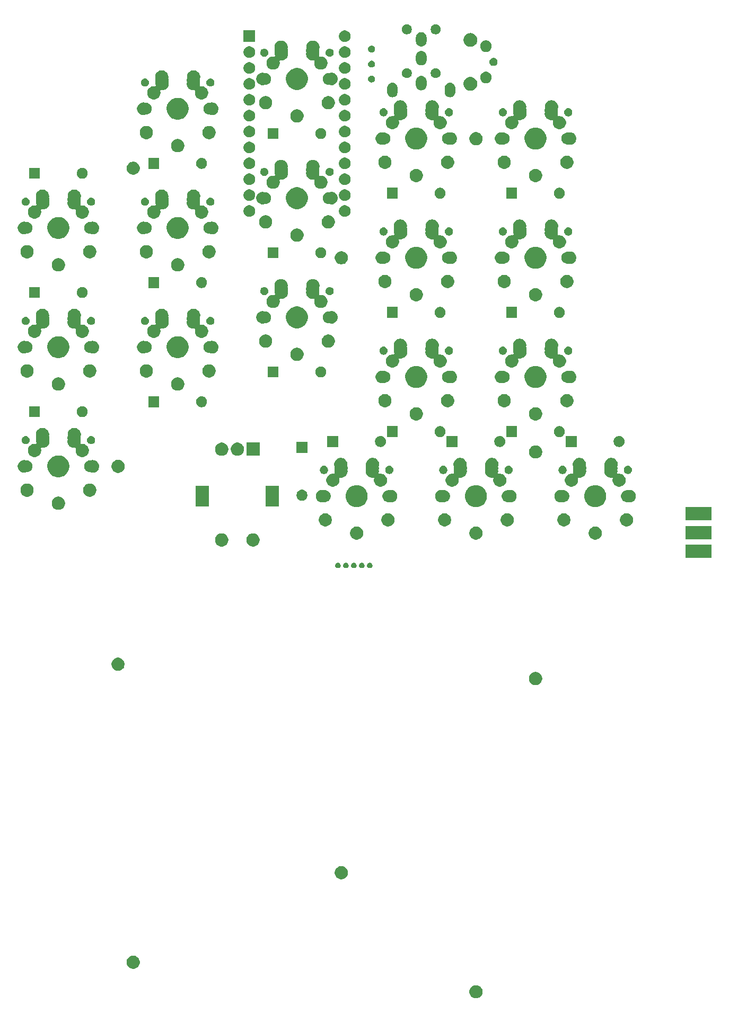
<source format=gts>
G04 #@! TF.GenerationSoftware,KiCad,Pcbnew,(5.1.6)-1*
G04 #@! TF.CreationDate,2020-08-19T15:34:48-05:00*
G04 #@! TF.ProjectId,CurvedChoc,43757276-6564-4436-986f-632e6b696361,rev?*
G04 #@! TF.SameCoordinates,Original*
G04 #@! TF.FileFunction,Soldermask,Top*
G04 #@! TF.FilePolarity,Negative*
%FSLAX46Y46*%
G04 Gerber Fmt 4.6, Leading zero omitted, Abs format (unit mm)*
G04 Created by KiCad (PCBNEW (5.1.6)-1) date 2020-08-19 15:34:48*
%MOMM*%
%LPD*%
G01*
G04 APERTURE LIST*
%ADD10C,0.100000*%
G04 APERTURE END LIST*
D10*
G36*
X140799044Y-172654269D02*
G01*
X140990313Y-172733495D01*
X140990315Y-172733496D01*
X141162453Y-172848515D01*
X141308845Y-172994907D01*
X141423865Y-173167047D01*
X141503091Y-173358316D01*
X141543480Y-173561364D01*
X141543480Y-173768396D01*
X141503091Y-173971444D01*
X141423865Y-174162713D01*
X141423864Y-174162715D01*
X141308845Y-174334853D01*
X141162453Y-174481245D01*
X140990315Y-174596264D01*
X140990314Y-174596265D01*
X140990313Y-174596265D01*
X140799044Y-174675491D01*
X140595996Y-174715880D01*
X140388964Y-174715880D01*
X140185916Y-174675491D01*
X139994647Y-174596265D01*
X139994646Y-174596265D01*
X139994645Y-174596264D01*
X139822507Y-174481245D01*
X139676115Y-174334853D01*
X139561096Y-174162715D01*
X139561095Y-174162713D01*
X139481869Y-173971444D01*
X139441480Y-173768396D01*
X139441480Y-173561364D01*
X139481869Y-173358316D01*
X139561095Y-173167047D01*
X139676115Y-172994907D01*
X139822507Y-172848515D01*
X139994645Y-172733496D01*
X139994647Y-172733495D01*
X140185916Y-172654269D01*
X140388964Y-172613880D01*
X140595996Y-172613880D01*
X140799044Y-172654269D01*
G37*
G36*
X86079824Y-167942569D02*
G01*
X86271093Y-168021795D01*
X86271095Y-168021796D01*
X86443233Y-168136815D01*
X86589625Y-168283207D01*
X86704645Y-168455347D01*
X86783871Y-168646616D01*
X86824260Y-168849664D01*
X86824260Y-169056696D01*
X86783871Y-169259744D01*
X86704645Y-169451013D01*
X86704644Y-169451015D01*
X86589625Y-169623153D01*
X86443233Y-169769545D01*
X86271095Y-169884564D01*
X86271094Y-169884565D01*
X86271093Y-169884565D01*
X86079824Y-169963791D01*
X85876776Y-170004180D01*
X85669744Y-170004180D01*
X85466696Y-169963791D01*
X85275427Y-169884565D01*
X85275426Y-169884565D01*
X85275425Y-169884564D01*
X85103287Y-169769545D01*
X84956895Y-169623153D01*
X84841876Y-169451015D01*
X84841875Y-169451013D01*
X84762649Y-169259744D01*
X84722260Y-169056696D01*
X84722260Y-168849664D01*
X84762649Y-168646616D01*
X84841875Y-168455347D01*
X84956895Y-168283207D01*
X85103287Y-168136815D01*
X85275425Y-168021796D01*
X85275427Y-168021795D01*
X85466696Y-167942569D01*
X85669744Y-167902180D01*
X85876776Y-167902180D01*
X86079824Y-167942569D01*
G37*
G36*
X119303024Y-153629669D02*
G01*
X119494293Y-153708895D01*
X119494295Y-153708896D01*
X119666433Y-153823915D01*
X119812825Y-153970307D01*
X119927845Y-154142447D01*
X120007071Y-154333716D01*
X120047460Y-154536764D01*
X120047460Y-154743796D01*
X120007071Y-154946844D01*
X119927845Y-155138113D01*
X119927844Y-155138115D01*
X119812825Y-155310253D01*
X119666433Y-155456645D01*
X119494295Y-155571664D01*
X119494294Y-155571665D01*
X119494293Y-155571665D01*
X119303024Y-155650891D01*
X119099976Y-155691280D01*
X118892944Y-155691280D01*
X118689896Y-155650891D01*
X118498627Y-155571665D01*
X118498626Y-155571665D01*
X118498625Y-155571664D01*
X118326487Y-155456645D01*
X118180095Y-155310253D01*
X118065076Y-155138115D01*
X118065075Y-155138113D01*
X117985849Y-154946844D01*
X117945460Y-154743796D01*
X117945460Y-154536764D01*
X117985849Y-154333716D01*
X118065075Y-154142447D01*
X118180095Y-153970307D01*
X118326487Y-153823915D01*
X118498625Y-153708896D01*
X118498627Y-153708895D01*
X118689896Y-153629669D01*
X118892944Y-153589280D01*
X119099976Y-153589280D01*
X119303024Y-153629669D01*
G37*
G36*
X150324044Y-122598489D02*
G01*
X150515313Y-122677715D01*
X150515315Y-122677716D01*
X150687453Y-122792735D01*
X150833845Y-122939127D01*
X150948865Y-123111267D01*
X151028091Y-123302536D01*
X151068480Y-123505584D01*
X151068480Y-123712616D01*
X151028091Y-123915664D01*
X150948865Y-124106933D01*
X150948864Y-124106935D01*
X150833845Y-124279073D01*
X150687453Y-124425465D01*
X150515315Y-124540484D01*
X150515314Y-124540485D01*
X150515313Y-124540485D01*
X150324044Y-124619711D01*
X150120996Y-124660100D01*
X149913964Y-124660100D01*
X149710916Y-124619711D01*
X149519647Y-124540485D01*
X149519646Y-124540485D01*
X149519645Y-124540484D01*
X149347507Y-124425465D01*
X149201115Y-124279073D01*
X149086096Y-124106935D01*
X149086095Y-124106933D01*
X149006869Y-123915664D01*
X148966480Y-123712616D01*
X148966480Y-123505584D01*
X149006869Y-123302536D01*
X149086095Y-123111267D01*
X149201115Y-122939127D01*
X149347507Y-122792735D01*
X149519645Y-122677716D01*
X149519647Y-122677715D01*
X149710916Y-122598489D01*
X149913964Y-122558100D01*
X150120996Y-122558100D01*
X150324044Y-122598489D01*
G37*
G36*
X83645234Y-120298519D02*
G01*
X83836503Y-120377745D01*
X83836505Y-120377746D01*
X84008643Y-120492765D01*
X84155035Y-120639157D01*
X84270055Y-120811297D01*
X84349281Y-121002566D01*
X84389670Y-121205614D01*
X84389670Y-121412646D01*
X84349281Y-121615694D01*
X84270055Y-121806963D01*
X84270054Y-121806965D01*
X84155035Y-121979103D01*
X84008643Y-122125495D01*
X83836505Y-122240514D01*
X83836504Y-122240515D01*
X83836503Y-122240515D01*
X83645234Y-122319741D01*
X83442186Y-122360130D01*
X83235154Y-122360130D01*
X83032106Y-122319741D01*
X82840837Y-122240515D01*
X82840836Y-122240515D01*
X82840835Y-122240514D01*
X82668697Y-122125495D01*
X82522305Y-121979103D01*
X82407286Y-121806965D01*
X82407285Y-121806963D01*
X82328059Y-121615694D01*
X82287670Y-121412646D01*
X82287670Y-121205614D01*
X82328059Y-121002566D01*
X82407285Y-120811297D01*
X82522305Y-120639157D01*
X82668697Y-120492765D01*
X82840835Y-120377746D01*
X82840837Y-120377745D01*
X83032106Y-120298519D01*
X83235154Y-120258130D01*
X83442186Y-120258130D01*
X83645234Y-120298519D01*
G37*
G36*
X123670234Y-105099229D02*
G01*
X123751165Y-105132752D01*
X123824000Y-105181419D01*
X123885941Y-105243360D01*
X123934608Y-105316195D01*
X123968131Y-105397126D01*
X123985220Y-105483041D01*
X123985220Y-105570639D01*
X123968131Y-105656554D01*
X123934608Y-105737485D01*
X123885941Y-105810320D01*
X123824000Y-105872261D01*
X123751165Y-105920928D01*
X123751164Y-105920929D01*
X123751163Y-105920929D01*
X123670234Y-105954451D01*
X123584321Y-105971540D01*
X123496719Y-105971540D01*
X123410806Y-105954451D01*
X123329877Y-105920929D01*
X123329876Y-105920929D01*
X123329875Y-105920928D01*
X123257040Y-105872261D01*
X123195099Y-105810320D01*
X123146432Y-105737485D01*
X123112909Y-105656554D01*
X123095820Y-105570639D01*
X123095820Y-105483041D01*
X123112909Y-105397126D01*
X123146432Y-105316195D01*
X123195099Y-105243360D01*
X123257040Y-105181419D01*
X123329875Y-105132752D01*
X123410806Y-105099229D01*
X123496719Y-105082140D01*
X123584321Y-105082140D01*
X123670234Y-105099229D01*
G37*
G36*
X118590234Y-105099229D02*
G01*
X118671165Y-105132752D01*
X118744000Y-105181419D01*
X118805941Y-105243360D01*
X118854608Y-105316195D01*
X118888131Y-105397126D01*
X118905220Y-105483041D01*
X118905220Y-105570639D01*
X118888131Y-105656554D01*
X118854608Y-105737485D01*
X118805941Y-105810320D01*
X118744000Y-105872261D01*
X118671165Y-105920928D01*
X118671164Y-105920929D01*
X118671163Y-105920929D01*
X118590234Y-105954451D01*
X118504321Y-105971540D01*
X118416719Y-105971540D01*
X118330806Y-105954451D01*
X118249877Y-105920929D01*
X118249876Y-105920929D01*
X118249875Y-105920928D01*
X118177040Y-105872261D01*
X118115099Y-105810320D01*
X118066432Y-105737485D01*
X118032909Y-105656554D01*
X118015820Y-105570639D01*
X118015820Y-105483041D01*
X118032909Y-105397126D01*
X118066432Y-105316195D01*
X118115099Y-105243360D01*
X118177040Y-105181419D01*
X118249875Y-105132752D01*
X118330806Y-105099229D01*
X118416719Y-105082140D01*
X118504321Y-105082140D01*
X118590234Y-105099229D01*
G37*
G36*
X119860234Y-105099229D02*
G01*
X119941165Y-105132752D01*
X120014000Y-105181419D01*
X120075941Y-105243360D01*
X120124608Y-105316195D01*
X120158131Y-105397126D01*
X120175220Y-105483041D01*
X120175220Y-105570639D01*
X120158131Y-105656554D01*
X120124608Y-105737485D01*
X120075941Y-105810320D01*
X120014000Y-105872261D01*
X119941165Y-105920928D01*
X119941164Y-105920929D01*
X119941163Y-105920929D01*
X119860234Y-105954451D01*
X119774321Y-105971540D01*
X119686719Y-105971540D01*
X119600806Y-105954451D01*
X119519877Y-105920929D01*
X119519876Y-105920929D01*
X119519875Y-105920928D01*
X119447040Y-105872261D01*
X119385099Y-105810320D01*
X119336432Y-105737485D01*
X119302909Y-105656554D01*
X119285820Y-105570639D01*
X119285820Y-105483041D01*
X119302909Y-105397126D01*
X119336432Y-105316195D01*
X119385099Y-105243360D01*
X119447040Y-105181419D01*
X119519875Y-105132752D01*
X119600806Y-105099229D01*
X119686719Y-105082140D01*
X119774321Y-105082140D01*
X119860234Y-105099229D01*
G37*
G36*
X121130234Y-105099229D02*
G01*
X121211165Y-105132752D01*
X121284000Y-105181419D01*
X121345941Y-105243360D01*
X121394608Y-105316195D01*
X121428131Y-105397126D01*
X121445220Y-105483041D01*
X121445220Y-105570639D01*
X121428131Y-105656554D01*
X121394608Y-105737485D01*
X121345941Y-105810320D01*
X121284000Y-105872261D01*
X121211165Y-105920928D01*
X121211164Y-105920929D01*
X121211163Y-105920929D01*
X121130234Y-105954451D01*
X121044321Y-105971540D01*
X120956719Y-105971540D01*
X120870806Y-105954451D01*
X120789877Y-105920929D01*
X120789876Y-105920929D01*
X120789875Y-105920928D01*
X120717040Y-105872261D01*
X120655099Y-105810320D01*
X120606432Y-105737485D01*
X120572909Y-105656554D01*
X120555820Y-105570639D01*
X120555820Y-105483041D01*
X120572909Y-105397126D01*
X120606432Y-105316195D01*
X120655099Y-105243360D01*
X120717040Y-105181419D01*
X120789875Y-105132752D01*
X120870806Y-105099229D01*
X120956719Y-105082140D01*
X121044321Y-105082140D01*
X121130234Y-105099229D01*
G37*
G36*
X122400234Y-105099229D02*
G01*
X122481165Y-105132752D01*
X122554000Y-105181419D01*
X122615941Y-105243360D01*
X122664608Y-105316195D01*
X122698131Y-105397126D01*
X122715220Y-105483041D01*
X122715220Y-105570639D01*
X122698131Y-105656554D01*
X122664608Y-105737485D01*
X122615941Y-105810320D01*
X122554000Y-105872261D01*
X122481165Y-105920928D01*
X122481164Y-105920929D01*
X122481163Y-105920929D01*
X122400234Y-105954451D01*
X122314321Y-105971540D01*
X122226719Y-105971540D01*
X122140806Y-105954451D01*
X122059877Y-105920929D01*
X122059876Y-105920929D01*
X122059875Y-105920928D01*
X121987040Y-105872261D01*
X121925099Y-105810320D01*
X121876432Y-105737485D01*
X121842909Y-105656554D01*
X121825820Y-105570639D01*
X121825820Y-105483041D01*
X121842909Y-105397126D01*
X121876432Y-105316195D01*
X121925099Y-105243360D01*
X121987040Y-105181419D01*
X122059875Y-105132752D01*
X122140806Y-105099229D01*
X122226719Y-105082140D01*
X122314321Y-105082140D01*
X122400234Y-105099229D01*
G37*
G36*
X178085623Y-104336550D02*
G01*
X173983623Y-104336550D01*
X173983623Y-102234550D01*
X178085623Y-102234550D01*
X178085623Y-104336550D01*
G37*
G36*
X105200314Y-100445639D02*
G01*
X105391583Y-100524865D01*
X105391585Y-100524866D01*
X105563723Y-100639885D01*
X105710115Y-100786277D01*
X105755422Y-100854083D01*
X105825135Y-100958417D01*
X105904361Y-101149686D01*
X105944750Y-101352734D01*
X105944750Y-101559766D01*
X105904361Y-101762814D01*
X105825135Y-101954083D01*
X105825134Y-101954085D01*
X105710115Y-102126223D01*
X105563723Y-102272615D01*
X105391585Y-102387634D01*
X105391584Y-102387635D01*
X105391583Y-102387635D01*
X105200314Y-102466861D01*
X104997266Y-102507250D01*
X104790234Y-102507250D01*
X104587186Y-102466861D01*
X104395917Y-102387635D01*
X104395916Y-102387635D01*
X104395915Y-102387634D01*
X104223777Y-102272615D01*
X104077385Y-102126223D01*
X103962366Y-101954085D01*
X103962365Y-101954083D01*
X103883139Y-101762814D01*
X103842750Y-101559766D01*
X103842750Y-101352734D01*
X103883139Y-101149686D01*
X103962365Y-100958417D01*
X104032079Y-100854083D01*
X104077385Y-100786277D01*
X104223777Y-100639885D01*
X104395915Y-100524866D01*
X104395917Y-100524865D01*
X104587186Y-100445639D01*
X104790234Y-100405250D01*
X104997266Y-100405250D01*
X105200314Y-100445639D01*
G37*
G36*
X100200314Y-100445639D02*
G01*
X100391583Y-100524865D01*
X100391585Y-100524866D01*
X100563723Y-100639885D01*
X100710115Y-100786277D01*
X100755422Y-100854083D01*
X100825135Y-100958417D01*
X100904361Y-101149686D01*
X100944750Y-101352734D01*
X100944750Y-101559766D01*
X100904361Y-101762814D01*
X100825135Y-101954083D01*
X100825134Y-101954085D01*
X100710115Y-102126223D01*
X100563723Y-102272615D01*
X100391585Y-102387634D01*
X100391584Y-102387635D01*
X100391583Y-102387635D01*
X100200314Y-102466861D01*
X99997266Y-102507250D01*
X99790234Y-102507250D01*
X99587186Y-102466861D01*
X99395917Y-102387635D01*
X99395916Y-102387635D01*
X99395915Y-102387634D01*
X99223777Y-102272615D01*
X99077385Y-102126223D01*
X98962366Y-101954085D01*
X98962365Y-101954083D01*
X98883139Y-101762814D01*
X98842750Y-101559766D01*
X98842750Y-101352734D01*
X98883139Y-101149686D01*
X98962365Y-100958417D01*
X99032079Y-100854083D01*
X99077385Y-100786277D01*
X99223777Y-100639885D01*
X99395915Y-100524866D01*
X99395917Y-100524865D01*
X99587186Y-100445639D01*
X99790234Y-100405250D01*
X99997266Y-100405250D01*
X100200314Y-100445639D01*
G37*
G36*
X159850314Y-99345639D02*
G01*
X160041583Y-99424865D01*
X160041585Y-99424866D01*
X160213723Y-99539885D01*
X160360115Y-99686277D01*
X160475135Y-99858417D01*
X160554361Y-100049686D01*
X160594750Y-100252734D01*
X160594750Y-100459766D01*
X160554361Y-100662814D01*
X160503221Y-100786277D01*
X160475134Y-100854085D01*
X160360115Y-101026223D01*
X160213723Y-101172615D01*
X160041585Y-101287634D01*
X160041584Y-101287635D01*
X160041583Y-101287635D01*
X159850314Y-101366861D01*
X159647266Y-101407250D01*
X159440234Y-101407250D01*
X159237186Y-101366861D01*
X159045917Y-101287635D01*
X159045916Y-101287635D01*
X159045915Y-101287634D01*
X158873777Y-101172615D01*
X158727385Y-101026223D01*
X158612366Y-100854085D01*
X158584279Y-100786277D01*
X158533139Y-100662814D01*
X158492750Y-100459766D01*
X158492750Y-100252734D01*
X158533139Y-100049686D01*
X158612365Y-99858417D01*
X158727385Y-99686277D01*
X158873777Y-99539885D01*
X159045915Y-99424866D01*
X159045917Y-99424865D01*
X159237186Y-99345639D01*
X159440234Y-99305250D01*
X159647266Y-99305250D01*
X159850314Y-99345639D01*
G37*
G36*
X140800314Y-99345639D02*
G01*
X140991583Y-99424865D01*
X140991585Y-99424866D01*
X141163723Y-99539885D01*
X141310115Y-99686277D01*
X141425135Y-99858417D01*
X141504361Y-100049686D01*
X141544750Y-100252734D01*
X141544750Y-100459766D01*
X141504361Y-100662814D01*
X141453221Y-100786277D01*
X141425134Y-100854085D01*
X141310115Y-101026223D01*
X141163723Y-101172615D01*
X140991585Y-101287634D01*
X140991584Y-101287635D01*
X140991583Y-101287635D01*
X140800314Y-101366861D01*
X140597266Y-101407250D01*
X140390234Y-101407250D01*
X140187186Y-101366861D01*
X139995917Y-101287635D01*
X139995916Y-101287635D01*
X139995915Y-101287634D01*
X139823777Y-101172615D01*
X139677385Y-101026223D01*
X139562366Y-100854085D01*
X139534279Y-100786277D01*
X139483139Y-100662814D01*
X139442750Y-100459766D01*
X139442750Y-100252734D01*
X139483139Y-100049686D01*
X139562365Y-99858417D01*
X139677385Y-99686277D01*
X139823777Y-99539885D01*
X139995915Y-99424866D01*
X139995917Y-99424865D01*
X140187186Y-99345639D01*
X140390234Y-99305250D01*
X140597266Y-99305250D01*
X140800314Y-99345639D01*
G37*
G36*
X121750314Y-99345639D02*
G01*
X121941583Y-99424865D01*
X121941585Y-99424866D01*
X122113723Y-99539885D01*
X122260115Y-99686277D01*
X122375135Y-99858417D01*
X122454361Y-100049686D01*
X122494750Y-100252734D01*
X122494750Y-100459766D01*
X122454361Y-100662814D01*
X122403221Y-100786277D01*
X122375134Y-100854085D01*
X122260115Y-101026223D01*
X122113723Y-101172615D01*
X121941585Y-101287634D01*
X121941584Y-101287635D01*
X121941583Y-101287635D01*
X121750314Y-101366861D01*
X121547266Y-101407250D01*
X121340234Y-101407250D01*
X121137186Y-101366861D01*
X120945917Y-101287635D01*
X120945916Y-101287635D01*
X120945915Y-101287634D01*
X120773777Y-101172615D01*
X120627385Y-101026223D01*
X120512366Y-100854085D01*
X120484279Y-100786277D01*
X120433139Y-100662814D01*
X120392750Y-100459766D01*
X120392750Y-100252734D01*
X120433139Y-100049686D01*
X120512365Y-99858417D01*
X120627385Y-99686277D01*
X120773777Y-99539885D01*
X120945915Y-99424866D01*
X120945917Y-99424865D01*
X121137186Y-99345639D01*
X121340234Y-99305250D01*
X121547266Y-99305250D01*
X121750314Y-99345639D01*
G37*
G36*
X178085623Y-101336550D02*
G01*
X173983623Y-101336550D01*
X173983623Y-99234550D01*
X178085623Y-99234550D01*
X178085623Y-101336550D01*
G37*
G36*
X164850314Y-97245639D02*
G01*
X165041583Y-97324865D01*
X165041585Y-97324866D01*
X165213723Y-97439885D01*
X165360115Y-97586277D01*
X165475135Y-97758417D01*
X165554361Y-97949686D01*
X165594750Y-98152734D01*
X165594750Y-98359766D01*
X165554361Y-98562814D01*
X165475135Y-98754083D01*
X165475134Y-98754085D01*
X165360115Y-98926223D01*
X165213723Y-99072615D01*
X165041585Y-99187634D01*
X165041584Y-99187635D01*
X165041583Y-99187635D01*
X164850314Y-99266861D01*
X164647266Y-99307250D01*
X164440234Y-99307250D01*
X164237186Y-99266861D01*
X164045917Y-99187635D01*
X164045916Y-99187635D01*
X164045915Y-99187634D01*
X163873777Y-99072615D01*
X163727385Y-98926223D01*
X163612366Y-98754085D01*
X163612365Y-98754083D01*
X163533139Y-98562814D01*
X163492750Y-98359766D01*
X163492750Y-98152734D01*
X163533139Y-97949686D01*
X163612365Y-97758417D01*
X163727385Y-97586277D01*
X163873777Y-97439885D01*
X164045915Y-97324866D01*
X164045917Y-97324865D01*
X164237186Y-97245639D01*
X164440234Y-97205250D01*
X164647266Y-97205250D01*
X164850314Y-97245639D01*
G37*
G36*
X116750314Y-97245639D02*
G01*
X116941583Y-97324865D01*
X116941585Y-97324866D01*
X117113723Y-97439885D01*
X117260115Y-97586277D01*
X117375135Y-97758417D01*
X117454361Y-97949686D01*
X117494750Y-98152734D01*
X117494750Y-98359766D01*
X117454361Y-98562814D01*
X117375135Y-98754083D01*
X117375134Y-98754085D01*
X117260115Y-98926223D01*
X117113723Y-99072615D01*
X116941585Y-99187634D01*
X116941584Y-99187635D01*
X116941583Y-99187635D01*
X116750314Y-99266861D01*
X116547266Y-99307250D01*
X116340234Y-99307250D01*
X116137186Y-99266861D01*
X115945917Y-99187635D01*
X115945916Y-99187635D01*
X115945915Y-99187634D01*
X115773777Y-99072615D01*
X115627385Y-98926223D01*
X115512366Y-98754085D01*
X115512365Y-98754083D01*
X115433139Y-98562814D01*
X115392750Y-98359766D01*
X115392750Y-98152734D01*
X115433139Y-97949686D01*
X115512365Y-97758417D01*
X115627385Y-97586277D01*
X115773777Y-97439885D01*
X115945915Y-97324866D01*
X115945917Y-97324865D01*
X116137186Y-97245639D01*
X116340234Y-97205250D01*
X116547266Y-97205250D01*
X116750314Y-97245639D01*
G37*
G36*
X126750314Y-97245639D02*
G01*
X126941583Y-97324865D01*
X126941585Y-97324866D01*
X127113723Y-97439885D01*
X127260115Y-97586277D01*
X127375135Y-97758417D01*
X127454361Y-97949686D01*
X127494750Y-98152734D01*
X127494750Y-98359766D01*
X127454361Y-98562814D01*
X127375135Y-98754083D01*
X127375134Y-98754085D01*
X127260115Y-98926223D01*
X127113723Y-99072615D01*
X126941585Y-99187634D01*
X126941584Y-99187635D01*
X126941583Y-99187635D01*
X126750314Y-99266861D01*
X126547266Y-99307250D01*
X126340234Y-99307250D01*
X126137186Y-99266861D01*
X125945917Y-99187635D01*
X125945916Y-99187635D01*
X125945915Y-99187634D01*
X125773777Y-99072615D01*
X125627385Y-98926223D01*
X125512366Y-98754085D01*
X125512365Y-98754083D01*
X125433139Y-98562814D01*
X125392750Y-98359766D01*
X125392750Y-98152734D01*
X125433139Y-97949686D01*
X125512365Y-97758417D01*
X125627385Y-97586277D01*
X125773777Y-97439885D01*
X125945915Y-97324866D01*
X125945917Y-97324865D01*
X126137186Y-97245639D01*
X126340234Y-97205250D01*
X126547266Y-97205250D01*
X126750314Y-97245639D01*
G37*
G36*
X135800314Y-97245639D02*
G01*
X135991583Y-97324865D01*
X135991585Y-97324866D01*
X136163723Y-97439885D01*
X136310115Y-97586277D01*
X136425135Y-97758417D01*
X136504361Y-97949686D01*
X136544750Y-98152734D01*
X136544750Y-98359766D01*
X136504361Y-98562814D01*
X136425135Y-98754083D01*
X136425134Y-98754085D01*
X136310115Y-98926223D01*
X136163723Y-99072615D01*
X135991585Y-99187634D01*
X135991584Y-99187635D01*
X135991583Y-99187635D01*
X135800314Y-99266861D01*
X135597266Y-99307250D01*
X135390234Y-99307250D01*
X135187186Y-99266861D01*
X134995917Y-99187635D01*
X134995916Y-99187635D01*
X134995915Y-99187634D01*
X134823777Y-99072615D01*
X134677385Y-98926223D01*
X134562366Y-98754085D01*
X134562365Y-98754083D01*
X134483139Y-98562814D01*
X134442750Y-98359766D01*
X134442750Y-98152734D01*
X134483139Y-97949686D01*
X134562365Y-97758417D01*
X134677385Y-97586277D01*
X134823777Y-97439885D01*
X134995915Y-97324866D01*
X134995917Y-97324865D01*
X135187186Y-97245639D01*
X135390234Y-97205250D01*
X135597266Y-97205250D01*
X135800314Y-97245639D01*
G37*
G36*
X145800314Y-97245639D02*
G01*
X145991583Y-97324865D01*
X145991585Y-97324866D01*
X146163723Y-97439885D01*
X146310115Y-97586277D01*
X146425135Y-97758417D01*
X146504361Y-97949686D01*
X146544750Y-98152734D01*
X146544750Y-98359766D01*
X146504361Y-98562814D01*
X146425135Y-98754083D01*
X146425134Y-98754085D01*
X146310115Y-98926223D01*
X146163723Y-99072615D01*
X145991585Y-99187634D01*
X145991584Y-99187635D01*
X145991583Y-99187635D01*
X145800314Y-99266861D01*
X145597266Y-99307250D01*
X145390234Y-99307250D01*
X145187186Y-99266861D01*
X144995917Y-99187635D01*
X144995916Y-99187635D01*
X144995915Y-99187634D01*
X144823777Y-99072615D01*
X144677385Y-98926223D01*
X144562366Y-98754085D01*
X144562365Y-98754083D01*
X144483139Y-98562814D01*
X144442750Y-98359766D01*
X144442750Y-98152734D01*
X144483139Y-97949686D01*
X144562365Y-97758417D01*
X144677385Y-97586277D01*
X144823777Y-97439885D01*
X144995915Y-97324866D01*
X144995917Y-97324865D01*
X145187186Y-97245639D01*
X145390234Y-97205250D01*
X145597266Y-97205250D01*
X145800314Y-97245639D01*
G37*
G36*
X154850314Y-97245639D02*
G01*
X155041583Y-97324865D01*
X155041585Y-97324866D01*
X155213723Y-97439885D01*
X155360115Y-97586277D01*
X155475135Y-97758417D01*
X155554361Y-97949686D01*
X155594750Y-98152734D01*
X155594750Y-98359766D01*
X155554361Y-98562814D01*
X155475135Y-98754083D01*
X155475134Y-98754085D01*
X155360115Y-98926223D01*
X155213723Y-99072615D01*
X155041585Y-99187634D01*
X155041584Y-99187635D01*
X155041583Y-99187635D01*
X154850314Y-99266861D01*
X154647266Y-99307250D01*
X154440234Y-99307250D01*
X154237186Y-99266861D01*
X154045917Y-99187635D01*
X154045916Y-99187635D01*
X154045915Y-99187634D01*
X153873777Y-99072615D01*
X153727385Y-98926223D01*
X153612366Y-98754085D01*
X153612365Y-98754083D01*
X153533139Y-98562814D01*
X153492750Y-98359766D01*
X153492750Y-98152734D01*
X153533139Y-97949686D01*
X153612365Y-97758417D01*
X153727385Y-97586277D01*
X153873777Y-97439885D01*
X154045915Y-97324866D01*
X154045917Y-97324865D01*
X154237186Y-97245639D01*
X154440234Y-97205250D01*
X154647266Y-97205250D01*
X154850314Y-97245639D01*
G37*
G36*
X178085623Y-98336550D02*
G01*
X173983623Y-98336550D01*
X173983623Y-96234550D01*
X178085623Y-96234550D01*
X178085623Y-98336550D01*
G37*
G36*
X74125314Y-94583139D02*
G01*
X74235332Y-94628710D01*
X74316585Y-94662366D01*
X74488723Y-94777385D01*
X74635115Y-94923777D01*
X74749088Y-95094349D01*
X74750135Y-95095917D01*
X74829361Y-95287186D01*
X74869750Y-95490234D01*
X74869750Y-95697266D01*
X74829361Y-95900314D01*
X74750135Y-96091583D01*
X74750134Y-96091585D01*
X74635115Y-96263723D01*
X74488723Y-96410115D01*
X74316585Y-96525134D01*
X74316584Y-96525135D01*
X74316583Y-96525135D01*
X74125314Y-96604361D01*
X73922266Y-96644750D01*
X73715234Y-96644750D01*
X73512186Y-96604361D01*
X73320917Y-96525135D01*
X73320916Y-96525135D01*
X73320915Y-96525134D01*
X73148777Y-96410115D01*
X73002385Y-96263723D01*
X72887366Y-96091585D01*
X72887365Y-96091583D01*
X72808139Y-95900314D01*
X72767750Y-95697266D01*
X72767750Y-95490234D01*
X72808139Y-95287186D01*
X72887365Y-95095917D01*
X72888413Y-95094349D01*
X73002385Y-94923777D01*
X73148777Y-94777385D01*
X73320915Y-94662366D01*
X73402168Y-94628710D01*
X73512186Y-94583139D01*
X73715234Y-94542750D01*
X73922266Y-94542750D01*
X74125314Y-94583139D01*
G37*
G36*
X121841735Y-92750110D02*
G01*
X121954498Y-92772540D01*
X122078195Y-92823777D01*
X122273158Y-92904533D01*
X122559946Y-93096159D01*
X122803841Y-93340054D01*
X122995467Y-93626842D01*
X123033043Y-93717559D01*
X123127460Y-93945502D01*
X123134740Y-93982101D01*
X123194750Y-94283790D01*
X123194750Y-94628710D01*
X123165176Y-94777385D01*
X123134740Y-94930401D01*
X123127460Y-94966997D01*
X122995467Y-95285658D01*
X122803841Y-95572446D01*
X122559946Y-95816341D01*
X122273158Y-96007967D01*
X122086491Y-96085287D01*
X121954498Y-96139960D01*
X121841735Y-96162390D01*
X121616210Y-96207250D01*
X121271290Y-96207250D01*
X121045765Y-96162390D01*
X120933002Y-96139960D01*
X120801009Y-96085287D01*
X120614342Y-96007967D01*
X120327554Y-95816341D01*
X120083659Y-95572446D01*
X119892033Y-95285658D01*
X119760040Y-94966997D01*
X119752761Y-94930401D01*
X119722324Y-94777385D01*
X119692750Y-94628710D01*
X119692750Y-94283790D01*
X119752760Y-93982101D01*
X119760040Y-93945502D01*
X119854457Y-93717559D01*
X119892033Y-93626842D01*
X120083659Y-93340054D01*
X120327554Y-93096159D01*
X120614342Y-92904533D01*
X120809305Y-92823777D01*
X120933002Y-92772540D01*
X121045765Y-92750110D01*
X121271290Y-92705250D01*
X121616210Y-92705250D01*
X121841735Y-92750110D01*
G37*
G36*
X159941735Y-92750110D02*
G01*
X160054498Y-92772540D01*
X160178195Y-92823777D01*
X160373158Y-92904533D01*
X160659946Y-93096159D01*
X160903841Y-93340054D01*
X161095467Y-93626842D01*
X161133043Y-93717559D01*
X161227460Y-93945502D01*
X161234740Y-93982101D01*
X161294750Y-94283790D01*
X161294750Y-94628710D01*
X161265176Y-94777385D01*
X161234740Y-94930401D01*
X161227460Y-94966997D01*
X161095467Y-95285658D01*
X160903841Y-95572446D01*
X160659946Y-95816341D01*
X160373158Y-96007967D01*
X160186491Y-96085287D01*
X160054498Y-96139960D01*
X159941735Y-96162390D01*
X159716210Y-96207250D01*
X159371290Y-96207250D01*
X159145765Y-96162390D01*
X159033002Y-96139960D01*
X158901009Y-96085287D01*
X158714342Y-96007967D01*
X158427554Y-95816341D01*
X158183659Y-95572446D01*
X157992033Y-95285658D01*
X157860040Y-94966997D01*
X157852761Y-94930401D01*
X157822324Y-94777385D01*
X157792750Y-94628710D01*
X157792750Y-94283790D01*
X157852760Y-93982101D01*
X157860040Y-93945502D01*
X157954457Y-93717559D01*
X157992033Y-93626842D01*
X158183659Y-93340054D01*
X158427554Y-93096159D01*
X158714342Y-92904533D01*
X158909305Y-92823777D01*
X159033002Y-92772540D01*
X159145765Y-92750110D01*
X159371290Y-92705250D01*
X159716210Y-92705250D01*
X159941735Y-92750110D01*
G37*
G36*
X140891735Y-92750110D02*
G01*
X141004498Y-92772540D01*
X141128195Y-92823777D01*
X141323158Y-92904533D01*
X141609946Y-93096159D01*
X141853841Y-93340054D01*
X142045467Y-93626842D01*
X142083043Y-93717559D01*
X142177460Y-93945502D01*
X142184740Y-93982101D01*
X142244750Y-94283790D01*
X142244750Y-94628710D01*
X142215176Y-94777385D01*
X142184740Y-94930401D01*
X142177460Y-94966997D01*
X142045467Y-95285658D01*
X141853841Y-95572446D01*
X141609946Y-95816341D01*
X141323158Y-96007967D01*
X141136491Y-96085287D01*
X141004498Y-96139960D01*
X140891735Y-96162390D01*
X140666210Y-96207250D01*
X140321290Y-96207250D01*
X140095765Y-96162390D01*
X139983002Y-96139960D01*
X139851009Y-96085287D01*
X139664342Y-96007967D01*
X139377554Y-95816341D01*
X139133659Y-95572446D01*
X138942033Y-95285658D01*
X138810040Y-94966997D01*
X138802761Y-94930401D01*
X138772324Y-94777385D01*
X138742750Y-94628710D01*
X138742750Y-94283790D01*
X138802760Y-93982101D01*
X138810040Y-93945502D01*
X138904457Y-93717559D01*
X138942033Y-93626842D01*
X139133659Y-93340054D01*
X139377554Y-93096159D01*
X139664342Y-92904533D01*
X139859305Y-92823777D01*
X139983002Y-92772540D01*
X140095765Y-92750110D01*
X140321290Y-92705250D01*
X140666210Y-92705250D01*
X140891735Y-92750110D01*
G37*
G36*
X109044750Y-96107250D02*
G01*
X106942750Y-96107250D01*
X106942750Y-92805250D01*
X109044750Y-92805250D01*
X109044750Y-96107250D01*
G37*
G36*
X97844750Y-96107250D02*
G01*
X95742750Y-96107250D01*
X95742750Y-92805250D01*
X97844750Y-92805250D01*
X97844750Y-96107250D01*
G37*
G36*
X154335731Y-93493718D02*
G01*
X154340600Y-93495735D01*
X154364049Y-93502848D01*
X154388435Y-93505250D01*
X154557417Y-93505250D01*
X154741145Y-93541796D01*
X154914216Y-93613484D01*
X154991568Y-93665169D01*
X155069977Y-93717560D01*
X155202440Y-93850023D01*
X155202441Y-93850025D01*
X155306516Y-94005784D01*
X155378204Y-94178855D01*
X155414750Y-94362583D01*
X155414750Y-94549917D01*
X155378204Y-94733645D01*
X155306516Y-94906716D01*
X155290690Y-94930401D01*
X155202440Y-95062477D01*
X155069977Y-95194940D01*
X155011853Y-95233777D01*
X154914216Y-95299016D01*
X154741145Y-95370704D01*
X154557417Y-95407250D01*
X154388435Y-95407250D01*
X154364049Y-95409652D01*
X154340600Y-95416765D01*
X154335731Y-95418782D01*
X154142341Y-95457250D01*
X153945159Y-95457250D01*
X153751769Y-95418782D01*
X153569599Y-95343324D01*
X153405650Y-95233777D01*
X153266223Y-95094350D01*
X153156676Y-94930401D01*
X153081218Y-94748231D01*
X153042750Y-94554840D01*
X153042750Y-94357660D01*
X153081218Y-94164269D01*
X153152747Y-93991585D01*
X153156675Y-93982101D01*
X153181129Y-93945503D01*
X153266223Y-93818150D01*
X153405650Y-93678723D01*
X153569599Y-93569176D01*
X153751769Y-93493718D01*
X153945159Y-93455250D01*
X154142341Y-93455250D01*
X154335731Y-93493718D01*
G37*
G36*
X116235731Y-93493718D02*
G01*
X116240600Y-93495735D01*
X116264049Y-93502848D01*
X116288435Y-93505250D01*
X116457417Y-93505250D01*
X116641145Y-93541796D01*
X116814216Y-93613484D01*
X116891568Y-93665169D01*
X116969977Y-93717560D01*
X117102440Y-93850023D01*
X117102441Y-93850025D01*
X117206516Y-94005784D01*
X117278204Y-94178855D01*
X117314750Y-94362583D01*
X117314750Y-94549917D01*
X117278204Y-94733645D01*
X117206516Y-94906716D01*
X117190690Y-94930401D01*
X117102440Y-95062477D01*
X116969977Y-95194940D01*
X116911853Y-95233777D01*
X116814216Y-95299016D01*
X116641145Y-95370704D01*
X116457417Y-95407250D01*
X116288435Y-95407250D01*
X116264049Y-95409652D01*
X116240600Y-95416765D01*
X116235731Y-95418782D01*
X116042341Y-95457250D01*
X115845159Y-95457250D01*
X115651769Y-95418782D01*
X115469599Y-95343324D01*
X115305650Y-95233777D01*
X115166223Y-95094350D01*
X115056676Y-94930401D01*
X114981218Y-94748231D01*
X114942750Y-94554840D01*
X114942750Y-94357660D01*
X114981218Y-94164269D01*
X115052747Y-93991585D01*
X115056675Y-93982101D01*
X115081129Y-93945503D01*
X115166223Y-93818150D01*
X115305650Y-93678723D01*
X115469599Y-93569176D01*
X115651769Y-93493718D01*
X115845159Y-93455250D01*
X116042341Y-93455250D01*
X116235731Y-93493718D01*
G37*
G36*
X165335731Y-93493718D02*
G01*
X165517901Y-93569176D01*
X165681850Y-93678723D01*
X165821277Y-93818150D01*
X165906371Y-93945503D01*
X165930825Y-93982101D01*
X165934753Y-93991585D01*
X166006282Y-94164269D01*
X166044750Y-94357660D01*
X166044750Y-94554840D01*
X166006282Y-94748231D01*
X165930824Y-94930401D01*
X165821277Y-95094350D01*
X165681850Y-95233777D01*
X165517901Y-95343324D01*
X165335731Y-95418782D01*
X165142341Y-95457250D01*
X164945159Y-95457250D01*
X164751769Y-95418782D01*
X164746900Y-95416765D01*
X164723451Y-95409652D01*
X164699065Y-95407250D01*
X164530083Y-95407250D01*
X164346355Y-95370704D01*
X164173284Y-95299016D01*
X164075647Y-95233777D01*
X164017523Y-95194940D01*
X163885060Y-95062477D01*
X163796810Y-94930401D01*
X163780984Y-94906716D01*
X163709296Y-94733645D01*
X163672750Y-94549917D01*
X163672750Y-94362583D01*
X163709296Y-94178855D01*
X163780984Y-94005784D01*
X163885059Y-93850025D01*
X163885060Y-93850023D01*
X164017523Y-93717560D01*
X164095932Y-93665169D01*
X164173284Y-93613484D01*
X164346355Y-93541796D01*
X164530083Y-93505250D01*
X164699065Y-93505250D01*
X164723451Y-93502848D01*
X164746900Y-93495735D01*
X164751769Y-93493718D01*
X164945159Y-93455250D01*
X165142341Y-93455250D01*
X165335731Y-93493718D01*
G37*
G36*
X146285731Y-93493718D02*
G01*
X146467901Y-93569176D01*
X146631850Y-93678723D01*
X146771277Y-93818150D01*
X146856371Y-93945503D01*
X146880825Y-93982101D01*
X146884753Y-93991585D01*
X146956282Y-94164269D01*
X146994750Y-94357660D01*
X146994750Y-94554840D01*
X146956282Y-94748231D01*
X146880824Y-94930401D01*
X146771277Y-95094350D01*
X146631850Y-95233777D01*
X146467901Y-95343324D01*
X146285731Y-95418782D01*
X146092341Y-95457250D01*
X145895159Y-95457250D01*
X145701769Y-95418782D01*
X145696900Y-95416765D01*
X145673451Y-95409652D01*
X145649065Y-95407250D01*
X145480083Y-95407250D01*
X145296355Y-95370704D01*
X145123284Y-95299016D01*
X145025647Y-95233777D01*
X144967523Y-95194940D01*
X144835060Y-95062477D01*
X144746810Y-94930401D01*
X144730984Y-94906716D01*
X144659296Y-94733645D01*
X144622750Y-94549917D01*
X144622750Y-94362583D01*
X144659296Y-94178855D01*
X144730984Y-94005784D01*
X144835059Y-93850025D01*
X144835060Y-93850023D01*
X144967523Y-93717560D01*
X145045932Y-93665169D01*
X145123284Y-93613484D01*
X145296355Y-93541796D01*
X145480083Y-93505250D01*
X145649065Y-93505250D01*
X145673451Y-93502848D01*
X145696900Y-93495735D01*
X145701769Y-93493718D01*
X145895159Y-93455250D01*
X146092341Y-93455250D01*
X146285731Y-93493718D01*
G37*
G36*
X135285731Y-93493718D02*
G01*
X135290600Y-93495735D01*
X135314049Y-93502848D01*
X135338435Y-93505250D01*
X135507417Y-93505250D01*
X135691145Y-93541796D01*
X135864216Y-93613484D01*
X135941568Y-93665169D01*
X136019977Y-93717560D01*
X136152440Y-93850023D01*
X136152441Y-93850025D01*
X136256516Y-94005784D01*
X136328204Y-94178855D01*
X136364750Y-94362583D01*
X136364750Y-94549917D01*
X136328204Y-94733645D01*
X136256516Y-94906716D01*
X136240690Y-94930401D01*
X136152440Y-95062477D01*
X136019977Y-95194940D01*
X135961853Y-95233777D01*
X135864216Y-95299016D01*
X135691145Y-95370704D01*
X135507417Y-95407250D01*
X135338435Y-95407250D01*
X135314049Y-95409652D01*
X135290600Y-95416765D01*
X135285731Y-95418782D01*
X135092341Y-95457250D01*
X134895159Y-95457250D01*
X134701769Y-95418782D01*
X134519599Y-95343324D01*
X134355650Y-95233777D01*
X134216223Y-95094350D01*
X134106676Y-94930401D01*
X134031218Y-94748231D01*
X133992750Y-94554840D01*
X133992750Y-94357660D01*
X134031218Y-94164269D01*
X134102747Y-93991585D01*
X134106675Y-93982101D01*
X134131129Y-93945503D01*
X134216223Y-93818150D01*
X134355650Y-93678723D01*
X134519599Y-93569176D01*
X134701769Y-93493718D01*
X134895159Y-93455250D01*
X135092341Y-93455250D01*
X135285731Y-93493718D01*
G37*
G36*
X127235731Y-93493718D02*
G01*
X127417901Y-93569176D01*
X127581850Y-93678723D01*
X127721277Y-93818150D01*
X127806371Y-93945503D01*
X127830825Y-93982101D01*
X127834753Y-93991585D01*
X127906282Y-94164269D01*
X127944750Y-94357660D01*
X127944750Y-94554840D01*
X127906282Y-94748231D01*
X127830824Y-94930401D01*
X127721277Y-95094350D01*
X127581850Y-95233777D01*
X127417901Y-95343324D01*
X127235731Y-95418782D01*
X127042341Y-95457250D01*
X126845159Y-95457250D01*
X126651769Y-95418782D01*
X126646900Y-95416765D01*
X126623451Y-95409652D01*
X126599065Y-95407250D01*
X126430083Y-95407250D01*
X126246355Y-95370704D01*
X126073284Y-95299016D01*
X125975647Y-95233777D01*
X125917523Y-95194940D01*
X125785060Y-95062477D01*
X125696810Y-94930401D01*
X125680984Y-94906716D01*
X125609296Y-94733645D01*
X125572750Y-94549917D01*
X125572750Y-94362583D01*
X125609296Y-94178855D01*
X125680984Y-94005784D01*
X125785059Y-93850025D01*
X125785060Y-93850023D01*
X125917523Y-93717560D01*
X125995932Y-93665169D01*
X126073284Y-93613484D01*
X126246355Y-93541796D01*
X126430083Y-93505250D01*
X126599065Y-93505250D01*
X126623451Y-93502848D01*
X126646900Y-93495735D01*
X126651769Y-93493718D01*
X126845159Y-93455250D01*
X127042341Y-93455250D01*
X127235731Y-93493718D01*
G37*
G36*
X112883497Y-93437841D02*
G01*
X112968166Y-93454683D01*
X113034238Y-93482051D01*
X113127677Y-93520755D01*
X113271236Y-93616678D01*
X113393322Y-93738764D01*
X113489245Y-93882323D01*
X113515415Y-93945503D01*
X113555317Y-94041834D01*
X113589000Y-94211172D01*
X113589000Y-94383828D01*
X113555317Y-94553166D01*
X113542901Y-94583140D01*
X113489245Y-94712677D01*
X113393322Y-94856236D01*
X113271236Y-94978322D01*
X113127677Y-95074245D01*
X113075356Y-95095917D01*
X112968166Y-95140317D01*
X112883497Y-95157159D01*
X112798829Y-95174000D01*
X112626171Y-95174000D01*
X112541503Y-95157158D01*
X112456834Y-95140317D01*
X112349644Y-95095917D01*
X112297323Y-95074245D01*
X112153764Y-94978322D01*
X112031678Y-94856236D01*
X111935755Y-94712677D01*
X111882099Y-94583140D01*
X111869683Y-94553166D01*
X111836000Y-94383828D01*
X111836000Y-94211172D01*
X111869683Y-94041834D01*
X111909585Y-93945503D01*
X111935755Y-93882323D01*
X112031678Y-93738764D01*
X112153764Y-93616678D01*
X112297323Y-93520755D01*
X112390762Y-93482051D01*
X112456834Y-93454683D01*
X112541503Y-93437841D01*
X112626171Y-93421000D01*
X112798829Y-93421000D01*
X112883497Y-93437841D01*
G37*
G36*
X69125314Y-92483139D02*
G01*
X69316583Y-92562365D01*
X69316585Y-92562366D01*
X69488723Y-92677385D01*
X69635115Y-92823777D01*
X69730981Y-92967250D01*
X69750135Y-92995917D01*
X69829361Y-93187186D01*
X69869750Y-93390234D01*
X69869750Y-93597266D01*
X69829361Y-93800314D01*
X69750135Y-93991583D01*
X69750134Y-93991585D01*
X69635115Y-94163723D01*
X69488723Y-94310115D01*
X69316585Y-94425134D01*
X69316584Y-94425135D01*
X69316583Y-94425135D01*
X69125314Y-94504361D01*
X68922266Y-94544750D01*
X68715234Y-94544750D01*
X68512186Y-94504361D01*
X68320917Y-94425135D01*
X68320916Y-94425135D01*
X68320915Y-94425134D01*
X68148777Y-94310115D01*
X68002385Y-94163723D01*
X67887366Y-93991585D01*
X67887365Y-93991583D01*
X67808139Y-93800314D01*
X67767750Y-93597266D01*
X67767750Y-93390234D01*
X67808139Y-93187186D01*
X67887365Y-92995917D01*
X67906520Y-92967250D01*
X68002385Y-92823777D01*
X68148777Y-92677385D01*
X68320915Y-92562366D01*
X68320917Y-92562365D01*
X68512186Y-92483139D01*
X68715234Y-92442750D01*
X68922266Y-92442750D01*
X69125314Y-92483139D01*
G37*
G36*
X79125314Y-92483139D02*
G01*
X79316583Y-92562365D01*
X79316585Y-92562366D01*
X79488723Y-92677385D01*
X79635115Y-92823777D01*
X79730981Y-92967250D01*
X79750135Y-92995917D01*
X79829361Y-93187186D01*
X79869750Y-93390234D01*
X79869750Y-93597266D01*
X79829361Y-93800314D01*
X79750135Y-93991583D01*
X79750134Y-93991585D01*
X79635115Y-94163723D01*
X79488723Y-94310115D01*
X79316585Y-94425134D01*
X79316584Y-94425135D01*
X79316583Y-94425135D01*
X79125314Y-94504361D01*
X78922266Y-94544750D01*
X78715234Y-94544750D01*
X78512186Y-94504361D01*
X78320917Y-94425135D01*
X78320916Y-94425135D01*
X78320915Y-94425134D01*
X78148777Y-94310115D01*
X78002385Y-94163723D01*
X77887366Y-93991585D01*
X77887365Y-93991583D01*
X77808139Y-93800314D01*
X77767750Y-93597266D01*
X77767750Y-93390234D01*
X77808139Y-93187186D01*
X77887365Y-92995917D01*
X77906520Y-92967250D01*
X78002385Y-92823777D01*
X78148777Y-92677385D01*
X78320915Y-92562366D01*
X78320917Y-92562365D01*
X78512186Y-92483139D01*
X78715234Y-92442750D01*
X78922266Y-92442750D01*
X79125314Y-92483139D01*
G37*
G36*
X124290314Y-88365639D02*
G01*
X124481583Y-88444865D01*
X124481585Y-88444866D01*
X124653723Y-88559885D01*
X124800115Y-88706277D01*
X124914446Y-88877385D01*
X124915135Y-88878417D01*
X124994361Y-89069686D01*
X125034750Y-89272734D01*
X125034750Y-89479766D01*
X124994361Y-89682814D01*
X124986300Y-89702275D01*
X124979187Y-89725723D01*
X124976785Y-89750110D01*
X124979187Y-89774497D01*
X124994750Y-89852736D01*
X124994750Y-90059766D01*
X124970463Y-90181864D01*
X124968061Y-90206250D01*
X124970463Y-90230636D01*
X124994750Y-90352734D01*
X124994750Y-90559766D01*
X124961573Y-90726557D01*
X124959171Y-90750943D01*
X124961573Y-90775329D01*
X124968686Y-90798778D01*
X124980237Y-90820389D01*
X124995782Y-90839331D01*
X125014724Y-90854876D01*
X125036335Y-90866427D01*
X125059784Y-90873540D01*
X125084170Y-90875942D01*
X125108555Y-90873540D01*
X125150233Y-90865250D01*
X125357266Y-90865250D01*
X125560314Y-90905639D01*
X125751583Y-90984865D01*
X125751585Y-90984866D01*
X125923723Y-91099885D01*
X126070115Y-91246277D01*
X126157769Y-91377460D01*
X126185135Y-91418417D01*
X126264361Y-91609686D01*
X126304750Y-91812734D01*
X126304750Y-92019766D01*
X126264361Y-92222814D01*
X126185135Y-92414083D01*
X126185134Y-92414085D01*
X126070115Y-92586223D01*
X125923723Y-92732615D01*
X125751585Y-92847634D01*
X125751584Y-92847635D01*
X125751583Y-92847635D01*
X125560314Y-92926861D01*
X125357266Y-92967250D01*
X125150234Y-92967250D01*
X124947186Y-92926861D01*
X124755917Y-92847635D01*
X124755916Y-92847635D01*
X124755915Y-92847634D01*
X124583777Y-92732615D01*
X124437385Y-92586223D01*
X124322366Y-92414085D01*
X124322365Y-92414083D01*
X124243139Y-92222814D01*
X124202750Y-92019766D01*
X124202750Y-91812734D01*
X124235927Y-91645943D01*
X124238329Y-91621557D01*
X124235927Y-91597171D01*
X124228814Y-91573722D01*
X124217263Y-91552111D01*
X124201718Y-91533169D01*
X124182776Y-91517624D01*
X124161165Y-91506073D01*
X124137716Y-91498960D01*
X124113330Y-91496558D01*
X124088945Y-91498960D01*
X124047267Y-91507250D01*
X123840234Y-91507250D01*
X123637186Y-91466861D01*
X123445917Y-91387635D01*
X123445916Y-91387635D01*
X123445915Y-91387634D01*
X123273777Y-91272615D01*
X123127385Y-91126223D01*
X123012366Y-90954085D01*
X122992966Y-90907250D01*
X122933139Y-90762814D01*
X122892750Y-90559766D01*
X122892750Y-90352734D01*
X122917037Y-90230636D01*
X122919439Y-90206250D01*
X122917037Y-90181864D01*
X122892750Y-90059766D01*
X122892750Y-89852734D01*
X122933139Y-89649686D01*
X122941200Y-89630225D01*
X122948313Y-89606777D01*
X122950715Y-89582390D01*
X122948313Y-89558003D01*
X122941722Y-89524866D01*
X122932750Y-89479764D01*
X122932750Y-89272736D01*
X122938608Y-89243284D01*
X122973139Y-89069686D01*
X123052365Y-88878417D01*
X123053055Y-88877385D01*
X123167385Y-88706277D01*
X123313777Y-88559885D01*
X123485915Y-88444866D01*
X123485917Y-88444865D01*
X123677186Y-88365639D01*
X123880234Y-88325250D01*
X124087266Y-88325250D01*
X124290314Y-88365639D01*
G37*
G36*
X119210314Y-88365639D02*
G01*
X119401583Y-88444865D01*
X119401585Y-88444866D01*
X119573723Y-88559885D01*
X119720115Y-88706277D01*
X119834446Y-88877385D01*
X119835135Y-88878417D01*
X119914361Y-89069686D01*
X119948892Y-89243284D01*
X119954750Y-89272736D01*
X119954750Y-89479764D01*
X119945779Y-89524866D01*
X119939187Y-89558003D01*
X119936785Y-89582389D01*
X119939187Y-89606776D01*
X119946300Y-89630225D01*
X119954361Y-89649686D01*
X119994750Y-89852734D01*
X119994750Y-90059766D01*
X119970463Y-90181864D01*
X119968061Y-90206250D01*
X119970463Y-90230636D01*
X119994750Y-90352734D01*
X119994750Y-90559766D01*
X119954361Y-90762814D01*
X119894534Y-90907250D01*
X119875134Y-90954085D01*
X119760115Y-91126223D01*
X119613723Y-91272615D01*
X119441585Y-91387634D01*
X119441584Y-91387635D01*
X119441583Y-91387635D01*
X119250314Y-91466861D01*
X119047266Y-91507250D01*
X118840233Y-91507250D01*
X118798555Y-91498960D01*
X118774169Y-91496558D01*
X118749783Y-91498960D01*
X118726334Y-91506073D01*
X118704724Y-91517625D01*
X118685782Y-91533170D01*
X118670237Y-91552112D01*
X118658686Y-91573723D01*
X118651573Y-91597172D01*
X118649171Y-91621558D01*
X118651573Y-91645943D01*
X118684750Y-91812734D01*
X118684750Y-92019766D01*
X118644361Y-92222814D01*
X118565135Y-92414083D01*
X118565134Y-92414085D01*
X118450115Y-92586223D01*
X118303723Y-92732615D01*
X118131585Y-92847634D01*
X118131584Y-92847635D01*
X118131583Y-92847635D01*
X117940314Y-92926861D01*
X117737266Y-92967250D01*
X117530234Y-92967250D01*
X117327186Y-92926861D01*
X117135917Y-92847635D01*
X117135916Y-92847635D01*
X117135915Y-92847634D01*
X116963777Y-92732615D01*
X116817385Y-92586223D01*
X116702366Y-92414085D01*
X116702365Y-92414083D01*
X116623139Y-92222814D01*
X116582750Y-92019766D01*
X116582750Y-91812734D01*
X116623139Y-91609686D01*
X116702365Y-91418417D01*
X116729732Y-91377460D01*
X116817385Y-91246277D01*
X116963777Y-91099885D01*
X117135915Y-90984866D01*
X117135917Y-90984865D01*
X117327186Y-90905639D01*
X117530234Y-90865250D01*
X117737267Y-90865250D01*
X117778945Y-90873540D01*
X117803331Y-90875942D01*
X117827717Y-90873540D01*
X117851166Y-90866427D01*
X117872776Y-90854875D01*
X117891718Y-90839330D01*
X117907263Y-90820388D01*
X117918814Y-90798777D01*
X117925927Y-90775328D01*
X117928329Y-90750942D01*
X117925927Y-90726557D01*
X117892750Y-90559766D01*
X117892750Y-90352734D01*
X117917037Y-90230636D01*
X117919439Y-90206250D01*
X117917037Y-90181864D01*
X117892750Y-90059766D01*
X117892750Y-89852736D01*
X117908313Y-89774497D01*
X117910715Y-89750111D01*
X117908313Y-89725724D01*
X117901200Y-89702275D01*
X117893139Y-89682814D01*
X117852750Y-89479766D01*
X117852750Y-89272734D01*
X117893139Y-89069686D01*
X117972365Y-88878417D01*
X117973055Y-88877385D01*
X118087385Y-88706277D01*
X118233777Y-88559885D01*
X118405915Y-88444866D01*
X118405917Y-88444865D01*
X118597186Y-88365639D01*
X118800234Y-88325250D01*
X119007266Y-88325250D01*
X119210314Y-88365639D01*
G37*
G36*
X143340314Y-88365639D02*
G01*
X143531583Y-88444865D01*
X143531585Y-88444866D01*
X143703723Y-88559885D01*
X143850115Y-88706277D01*
X143964446Y-88877385D01*
X143965135Y-88878417D01*
X144044361Y-89069686D01*
X144084750Y-89272734D01*
X144084750Y-89479766D01*
X144044361Y-89682814D01*
X144036300Y-89702275D01*
X144029187Y-89725723D01*
X144026785Y-89750110D01*
X144029187Y-89774497D01*
X144044750Y-89852736D01*
X144044750Y-90059766D01*
X144020463Y-90181864D01*
X144018061Y-90206250D01*
X144020463Y-90230636D01*
X144044750Y-90352734D01*
X144044750Y-90559766D01*
X144011573Y-90726557D01*
X144009171Y-90750943D01*
X144011573Y-90775329D01*
X144018686Y-90798778D01*
X144030237Y-90820389D01*
X144045782Y-90839331D01*
X144064724Y-90854876D01*
X144086335Y-90866427D01*
X144109784Y-90873540D01*
X144134170Y-90875942D01*
X144158555Y-90873540D01*
X144200233Y-90865250D01*
X144407266Y-90865250D01*
X144610314Y-90905639D01*
X144801583Y-90984865D01*
X144801585Y-90984866D01*
X144973723Y-91099885D01*
X145120115Y-91246277D01*
X145207769Y-91377460D01*
X145235135Y-91418417D01*
X145314361Y-91609686D01*
X145354750Y-91812734D01*
X145354750Y-92019766D01*
X145314361Y-92222814D01*
X145235135Y-92414083D01*
X145235134Y-92414085D01*
X145120115Y-92586223D01*
X144973723Y-92732615D01*
X144801585Y-92847634D01*
X144801584Y-92847635D01*
X144801583Y-92847635D01*
X144610314Y-92926861D01*
X144407266Y-92967250D01*
X144200234Y-92967250D01*
X143997186Y-92926861D01*
X143805917Y-92847635D01*
X143805916Y-92847635D01*
X143805915Y-92847634D01*
X143633777Y-92732615D01*
X143487385Y-92586223D01*
X143372366Y-92414085D01*
X143372365Y-92414083D01*
X143293139Y-92222814D01*
X143252750Y-92019766D01*
X143252750Y-91812734D01*
X143285927Y-91645943D01*
X143288329Y-91621557D01*
X143285927Y-91597171D01*
X143278814Y-91573722D01*
X143267263Y-91552111D01*
X143251718Y-91533169D01*
X143232776Y-91517624D01*
X143211165Y-91506073D01*
X143187716Y-91498960D01*
X143163330Y-91496558D01*
X143138945Y-91498960D01*
X143097267Y-91507250D01*
X142890234Y-91507250D01*
X142687186Y-91466861D01*
X142495917Y-91387635D01*
X142495916Y-91387635D01*
X142495915Y-91387634D01*
X142323777Y-91272615D01*
X142177385Y-91126223D01*
X142062366Y-90954085D01*
X142042966Y-90907250D01*
X141983139Y-90762814D01*
X141942750Y-90559766D01*
X141942750Y-90352734D01*
X141967037Y-90230636D01*
X141969439Y-90206250D01*
X141967037Y-90181864D01*
X141942750Y-90059766D01*
X141942750Y-89852734D01*
X141983139Y-89649686D01*
X141991200Y-89630225D01*
X141998313Y-89606777D01*
X142000715Y-89582390D01*
X141998313Y-89558003D01*
X141991722Y-89524866D01*
X141982750Y-89479764D01*
X141982750Y-89272736D01*
X141988608Y-89243284D01*
X142023139Y-89069686D01*
X142102365Y-88878417D01*
X142103055Y-88877385D01*
X142217385Y-88706277D01*
X142363777Y-88559885D01*
X142535915Y-88444866D01*
X142535917Y-88444865D01*
X142727186Y-88365639D01*
X142930234Y-88325250D01*
X143137266Y-88325250D01*
X143340314Y-88365639D01*
G37*
G36*
X162390314Y-88365639D02*
G01*
X162581583Y-88444865D01*
X162581585Y-88444866D01*
X162753723Y-88559885D01*
X162900115Y-88706277D01*
X163014446Y-88877385D01*
X163015135Y-88878417D01*
X163094361Y-89069686D01*
X163134750Y-89272734D01*
X163134750Y-89479766D01*
X163094361Y-89682814D01*
X163086300Y-89702275D01*
X163079187Y-89725723D01*
X163076785Y-89750110D01*
X163079187Y-89774497D01*
X163094750Y-89852736D01*
X163094750Y-90059766D01*
X163070463Y-90181864D01*
X163068061Y-90206250D01*
X163070463Y-90230636D01*
X163094750Y-90352734D01*
X163094750Y-90559766D01*
X163061573Y-90726557D01*
X163059171Y-90750943D01*
X163061573Y-90775329D01*
X163068686Y-90798778D01*
X163080237Y-90820389D01*
X163095782Y-90839331D01*
X163114724Y-90854876D01*
X163136335Y-90866427D01*
X163159784Y-90873540D01*
X163184170Y-90875942D01*
X163208555Y-90873540D01*
X163250233Y-90865250D01*
X163457266Y-90865250D01*
X163660314Y-90905639D01*
X163851583Y-90984865D01*
X163851585Y-90984866D01*
X164023723Y-91099885D01*
X164170115Y-91246277D01*
X164257769Y-91377460D01*
X164285135Y-91418417D01*
X164364361Y-91609686D01*
X164404750Y-91812734D01*
X164404750Y-92019766D01*
X164364361Y-92222814D01*
X164285135Y-92414083D01*
X164285134Y-92414085D01*
X164170115Y-92586223D01*
X164023723Y-92732615D01*
X163851585Y-92847634D01*
X163851584Y-92847635D01*
X163851583Y-92847635D01*
X163660314Y-92926861D01*
X163457266Y-92967250D01*
X163250234Y-92967250D01*
X163047186Y-92926861D01*
X162855917Y-92847635D01*
X162855916Y-92847635D01*
X162855915Y-92847634D01*
X162683777Y-92732615D01*
X162537385Y-92586223D01*
X162422366Y-92414085D01*
X162422365Y-92414083D01*
X162343139Y-92222814D01*
X162302750Y-92019766D01*
X162302750Y-91812734D01*
X162335927Y-91645943D01*
X162338329Y-91621557D01*
X162335927Y-91597171D01*
X162328814Y-91573722D01*
X162317263Y-91552111D01*
X162301718Y-91533169D01*
X162282776Y-91517624D01*
X162261165Y-91506073D01*
X162237716Y-91498960D01*
X162213330Y-91496558D01*
X162188945Y-91498960D01*
X162147267Y-91507250D01*
X161940234Y-91507250D01*
X161737186Y-91466861D01*
X161545917Y-91387635D01*
X161545916Y-91387635D01*
X161545915Y-91387634D01*
X161373777Y-91272615D01*
X161227385Y-91126223D01*
X161112366Y-90954085D01*
X161092966Y-90907250D01*
X161033139Y-90762814D01*
X160992750Y-90559766D01*
X160992750Y-90352734D01*
X161017037Y-90230636D01*
X161019439Y-90206250D01*
X161017037Y-90181864D01*
X160992750Y-90059766D01*
X160992750Y-89852734D01*
X161033139Y-89649686D01*
X161041200Y-89630225D01*
X161048313Y-89606777D01*
X161050715Y-89582390D01*
X161048313Y-89558003D01*
X161041722Y-89524866D01*
X161032750Y-89479764D01*
X161032750Y-89272736D01*
X161038608Y-89243284D01*
X161073139Y-89069686D01*
X161152365Y-88878417D01*
X161153055Y-88877385D01*
X161267385Y-88706277D01*
X161413777Y-88559885D01*
X161585915Y-88444866D01*
X161585917Y-88444865D01*
X161777186Y-88365639D01*
X161980234Y-88325250D01*
X162187266Y-88325250D01*
X162390314Y-88365639D01*
G37*
G36*
X157310314Y-88365639D02*
G01*
X157501583Y-88444865D01*
X157501585Y-88444866D01*
X157673723Y-88559885D01*
X157820115Y-88706277D01*
X157934446Y-88877385D01*
X157935135Y-88878417D01*
X158014361Y-89069686D01*
X158048892Y-89243284D01*
X158054750Y-89272736D01*
X158054750Y-89479764D01*
X158045779Y-89524866D01*
X158039187Y-89558003D01*
X158036785Y-89582389D01*
X158039187Y-89606776D01*
X158046300Y-89630225D01*
X158054361Y-89649686D01*
X158094750Y-89852734D01*
X158094750Y-90059766D01*
X158070463Y-90181864D01*
X158068061Y-90206250D01*
X158070463Y-90230636D01*
X158094750Y-90352734D01*
X158094750Y-90559766D01*
X158054361Y-90762814D01*
X157994534Y-90907250D01*
X157975134Y-90954085D01*
X157860115Y-91126223D01*
X157713723Y-91272615D01*
X157541585Y-91387634D01*
X157541584Y-91387635D01*
X157541583Y-91387635D01*
X157350314Y-91466861D01*
X157147266Y-91507250D01*
X156940233Y-91507250D01*
X156898555Y-91498960D01*
X156874169Y-91496558D01*
X156849783Y-91498960D01*
X156826334Y-91506073D01*
X156804724Y-91517625D01*
X156785782Y-91533170D01*
X156770237Y-91552112D01*
X156758686Y-91573723D01*
X156751573Y-91597172D01*
X156749171Y-91621558D01*
X156751573Y-91645943D01*
X156784750Y-91812734D01*
X156784750Y-92019766D01*
X156744361Y-92222814D01*
X156665135Y-92414083D01*
X156665134Y-92414085D01*
X156550115Y-92586223D01*
X156403723Y-92732615D01*
X156231585Y-92847634D01*
X156231584Y-92847635D01*
X156231583Y-92847635D01*
X156040314Y-92926861D01*
X155837266Y-92967250D01*
X155630234Y-92967250D01*
X155427186Y-92926861D01*
X155235917Y-92847635D01*
X155235916Y-92847635D01*
X155235915Y-92847634D01*
X155063777Y-92732615D01*
X154917385Y-92586223D01*
X154802366Y-92414085D01*
X154802365Y-92414083D01*
X154723139Y-92222814D01*
X154682750Y-92019766D01*
X154682750Y-91812734D01*
X154723139Y-91609686D01*
X154802365Y-91418417D01*
X154829732Y-91377460D01*
X154917385Y-91246277D01*
X155063777Y-91099885D01*
X155235915Y-90984866D01*
X155235917Y-90984865D01*
X155427186Y-90905639D01*
X155630234Y-90865250D01*
X155837267Y-90865250D01*
X155878945Y-90873540D01*
X155903331Y-90875942D01*
X155927717Y-90873540D01*
X155951166Y-90866427D01*
X155972776Y-90854875D01*
X155991718Y-90839330D01*
X156007263Y-90820388D01*
X156018814Y-90798777D01*
X156025927Y-90775328D01*
X156028329Y-90750942D01*
X156025927Y-90726557D01*
X155992750Y-90559766D01*
X155992750Y-90352734D01*
X156017037Y-90230636D01*
X156019439Y-90206250D01*
X156017037Y-90181864D01*
X155992750Y-90059766D01*
X155992750Y-89852736D01*
X156008313Y-89774497D01*
X156010715Y-89750111D01*
X156008313Y-89725724D01*
X156001200Y-89702275D01*
X155993139Y-89682814D01*
X155952750Y-89479766D01*
X155952750Y-89272734D01*
X155993139Y-89069686D01*
X156072365Y-88878417D01*
X156073055Y-88877385D01*
X156187385Y-88706277D01*
X156333777Y-88559885D01*
X156505915Y-88444866D01*
X156505917Y-88444865D01*
X156697186Y-88365639D01*
X156900234Y-88325250D01*
X157107266Y-88325250D01*
X157310314Y-88365639D01*
G37*
G36*
X138260314Y-88365639D02*
G01*
X138451583Y-88444865D01*
X138451585Y-88444866D01*
X138623723Y-88559885D01*
X138770115Y-88706277D01*
X138884446Y-88877385D01*
X138885135Y-88878417D01*
X138964361Y-89069686D01*
X138998892Y-89243284D01*
X139004750Y-89272736D01*
X139004750Y-89479764D01*
X138995779Y-89524866D01*
X138989187Y-89558003D01*
X138986785Y-89582389D01*
X138989187Y-89606776D01*
X138996300Y-89630225D01*
X139004361Y-89649686D01*
X139044750Y-89852734D01*
X139044750Y-90059766D01*
X139020463Y-90181864D01*
X139018061Y-90206250D01*
X139020463Y-90230636D01*
X139044750Y-90352734D01*
X139044750Y-90559766D01*
X139004361Y-90762814D01*
X138944534Y-90907250D01*
X138925134Y-90954085D01*
X138810115Y-91126223D01*
X138663723Y-91272615D01*
X138491585Y-91387634D01*
X138491584Y-91387635D01*
X138491583Y-91387635D01*
X138300314Y-91466861D01*
X138097266Y-91507250D01*
X137890233Y-91507250D01*
X137848555Y-91498960D01*
X137824169Y-91496558D01*
X137799783Y-91498960D01*
X137776334Y-91506073D01*
X137754724Y-91517625D01*
X137735782Y-91533170D01*
X137720237Y-91552112D01*
X137708686Y-91573723D01*
X137701573Y-91597172D01*
X137699171Y-91621558D01*
X137701573Y-91645943D01*
X137734750Y-91812734D01*
X137734750Y-92019766D01*
X137694361Y-92222814D01*
X137615135Y-92414083D01*
X137615134Y-92414085D01*
X137500115Y-92586223D01*
X137353723Y-92732615D01*
X137181585Y-92847634D01*
X137181584Y-92847635D01*
X137181583Y-92847635D01*
X136990314Y-92926861D01*
X136787266Y-92967250D01*
X136580234Y-92967250D01*
X136377186Y-92926861D01*
X136185917Y-92847635D01*
X136185916Y-92847635D01*
X136185915Y-92847634D01*
X136013777Y-92732615D01*
X135867385Y-92586223D01*
X135752366Y-92414085D01*
X135752365Y-92414083D01*
X135673139Y-92222814D01*
X135632750Y-92019766D01*
X135632750Y-91812734D01*
X135673139Y-91609686D01*
X135752365Y-91418417D01*
X135779732Y-91377460D01*
X135867385Y-91246277D01*
X136013777Y-91099885D01*
X136185915Y-90984866D01*
X136185917Y-90984865D01*
X136377186Y-90905639D01*
X136580234Y-90865250D01*
X136787267Y-90865250D01*
X136828945Y-90873540D01*
X136853331Y-90875942D01*
X136877717Y-90873540D01*
X136901166Y-90866427D01*
X136922776Y-90854875D01*
X136941718Y-90839330D01*
X136957263Y-90820388D01*
X136968814Y-90798777D01*
X136975927Y-90775328D01*
X136978329Y-90750942D01*
X136975927Y-90726557D01*
X136942750Y-90559766D01*
X136942750Y-90352734D01*
X136967037Y-90230636D01*
X136969439Y-90206250D01*
X136967037Y-90181864D01*
X136942750Y-90059766D01*
X136942750Y-89852736D01*
X136958313Y-89774497D01*
X136960715Y-89750111D01*
X136958313Y-89725724D01*
X136951200Y-89702275D01*
X136943139Y-89682814D01*
X136902750Y-89479766D01*
X136902750Y-89272734D01*
X136943139Y-89069686D01*
X137022365Y-88878417D01*
X137023055Y-88877385D01*
X137137385Y-88706277D01*
X137283777Y-88559885D01*
X137455915Y-88444866D01*
X137455917Y-88444865D01*
X137647186Y-88365639D01*
X137850234Y-88325250D01*
X138057266Y-88325250D01*
X138260314Y-88365639D01*
G37*
G36*
X74216735Y-87987610D02*
G01*
X74329498Y-88010040D01*
X74459172Y-88063753D01*
X74648158Y-88142033D01*
X74934946Y-88333659D01*
X75178841Y-88577554D01*
X75370467Y-88864342D01*
X75408043Y-88955059D01*
X75502460Y-89183002D01*
X75509740Y-89219601D01*
X75569750Y-89521290D01*
X75569750Y-89866210D01*
X75533943Y-90046223D01*
X75502460Y-90204498D01*
X75454465Y-90320368D01*
X75370467Y-90523158D01*
X75178841Y-90809946D01*
X74934946Y-91053841D01*
X74648158Y-91245467D01*
X74461491Y-91322787D01*
X74329498Y-91377460D01*
X74216735Y-91399890D01*
X73991210Y-91444750D01*
X73646290Y-91444750D01*
X73420765Y-91399890D01*
X73308002Y-91377460D01*
X73176009Y-91322787D01*
X72989342Y-91245467D01*
X72702554Y-91053841D01*
X72458659Y-90809946D01*
X72267033Y-90523158D01*
X72183035Y-90320368D01*
X72135040Y-90204498D01*
X72103557Y-90046223D01*
X72067750Y-89866210D01*
X72067750Y-89521290D01*
X72127760Y-89219601D01*
X72135040Y-89183002D01*
X72229457Y-88955059D01*
X72267033Y-88864342D01*
X72458659Y-88577554D01*
X72702554Y-88333659D01*
X72989342Y-88142033D01*
X73178328Y-88063753D01*
X73308002Y-88010040D01*
X73420765Y-87987610D01*
X73646290Y-87942750D01*
X73991210Y-87942750D01*
X74216735Y-87987610D01*
G37*
G36*
X154513429Y-89630225D02*
G01*
X154513640Y-89630267D01*
X154632114Y-89679341D01*
X154637313Y-89682815D01*
X154738738Y-89750585D01*
X154829415Y-89841262D01*
X154900660Y-89947888D01*
X154949733Y-90066360D01*
X154974750Y-90192131D01*
X154974750Y-90320369D01*
X154949733Y-90446140D01*
X154923234Y-90510115D01*
X154900659Y-90564614D01*
X154829415Y-90671238D01*
X154738738Y-90761915D01*
X154632114Y-90833159D01*
X154632113Y-90833160D01*
X154632112Y-90833160D01*
X154513640Y-90882233D01*
X154387869Y-90907250D01*
X154259631Y-90907250D01*
X154133860Y-90882233D01*
X154015388Y-90833160D01*
X154015387Y-90833160D01*
X154015386Y-90833159D01*
X153908762Y-90761915D01*
X153818085Y-90671238D01*
X153746841Y-90564614D01*
X153724267Y-90510115D01*
X153697767Y-90446140D01*
X153672750Y-90320369D01*
X153672750Y-90192131D01*
X153697767Y-90066360D01*
X153746840Y-89947888D01*
X153818085Y-89841262D01*
X153908762Y-89750585D01*
X154010187Y-89682815D01*
X154015386Y-89679341D01*
X154133860Y-89630267D01*
X154134071Y-89630225D01*
X154259631Y-89605250D01*
X154387869Y-89605250D01*
X154513429Y-89630225D01*
G37*
G36*
X126853429Y-89630225D02*
G01*
X126853640Y-89630267D01*
X126972114Y-89679341D01*
X126977313Y-89682815D01*
X127078738Y-89750585D01*
X127169415Y-89841262D01*
X127240660Y-89947888D01*
X127289733Y-90066360D01*
X127314750Y-90192131D01*
X127314750Y-90320369D01*
X127289733Y-90446140D01*
X127263234Y-90510115D01*
X127240659Y-90564614D01*
X127169415Y-90671238D01*
X127078738Y-90761915D01*
X126972114Y-90833159D01*
X126972113Y-90833160D01*
X126972112Y-90833160D01*
X126853640Y-90882233D01*
X126727869Y-90907250D01*
X126599631Y-90907250D01*
X126473860Y-90882233D01*
X126355388Y-90833160D01*
X126355387Y-90833160D01*
X126355386Y-90833159D01*
X126248762Y-90761915D01*
X126158085Y-90671238D01*
X126086841Y-90564614D01*
X126064267Y-90510115D01*
X126037767Y-90446140D01*
X126012750Y-90320369D01*
X126012750Y-90192131D01*
X126037767Y-90066360D01*
X126086840Y-89947888D01*
X126158085Y-89841262D01*
X126248762Y-89750585D01*
X126350187Y-89682815D01*
X126355386Y-89679341D01*
X126473860Y-89630267D01*
X126474071Y-89630225D01*
X126599631Y-89605250D01*
X126727869Y-89605250D01*
X126853429Y-89630225D01*
G37*
G36*
X135463429Y-89630225D02*
G01*
X135463640Y-89630267D01*
X135582114Y-89679341D01*
X135587313Y-89682815D01*
X135688738Y-89750585D01*
X135779415Y-89841262D01*
X135850660Y-89947888D01*
X135899733Y-90066360D01*
X135924750Y-90192131D01*
X135924750Y-90320369D01*
X135899733Y-90446140D01*
X135873234Y-90510115D01*
X135850659Y-90564614D01*
X135779415Y-90671238D01*
X135688738Y-90761915D01*
X135582114Y-90833159D01*
X135582113Y-90833160D01*
X135582112Y-90833160D01*
X135463640Y-90882233D01*
X135337869Y-90907250D01*
X135209631Y-90907250D01*
X135083860Y-90882233D01*
X134965388Y-90833160D01*
X134965387Y-90833160D01*
X134965386Y-90833159D01*
X134858762Y-90761915D01*
X134768085Y-90671238D01*
X134696841Y-90564614D01*
X134674267Y-90510115D01*
X134647767Y-90446140D01*
X134622750Y-90320369D01*
X134622750Y-90192131D01*
X134647767Y-90066360D01*
X134696840Y-89947888D01*
X134768085Y-89841262D01*
X134858762Y-89750585D01*
X134960187Y-89682815D01*
X134965386Y-89679341D01*
X135083860Y-89630267D01*
X135084071Y-89630225D01*
X135209631Y-89605250D01*
X135337869Y-89605250D01*
X135463429Y-89630225D01*
G37*
G36*
X145903429Y-89630225D02*
G01*
X145903640Y-89630267D01*
X146022114Y-89679341D01*
X146027313Y-89682815D01*
X146128738Y-89750585D01*
X146219415Y-89841262D01*
X146290660Y-89947888D01*
X146339733Y-90066360D01*
X146364750Y-90192131D01*
X146364750Y-90320369D01*
X146339733Y-90446140D01*
X146313234Y-90510115D01*
X146290659Y-90564614D01*
X146219415Y-90671238D01*
X146128738Y-90761915D01*
X146022114Y-90833159D01*
X146022113Y-90833160D01*
X146022112Y-90833160D01*
X145903640Y-90882233D01*
X145777869Y-90907250D01*
X145649631Y-90907250D01*
X145523860Y-90882233D01*
X145405388Y-90833160D01*
X145405387Y-90833160D01*
X145405386Y-90833159D01*
X145298762Y-90761915D01*
X145208085Y-90671238D01*
X145136841Y-90564614D01*
X145114267Y-90510115D01*
X145087767Y-90446140D01*
X145062750Y-90320369D01*
X145062750Y-90192131D01*
X145087767Y-90066360D01*
X145136840Y-89947888D01*
X145208085Y-89841262D01*
X145298762Y-89750585D01*
X145400187Y-89682815D01*
X145405386Y-89679341D01*
X145523860Y-89630267D01*
X145524071Y-89630225D01*
X145649631Y-89605250D01*
X145777869Y-89605250D01*
X145903429Y-89630225D01*
G37*
G36*
X116413429Y-89630225D02*
G01*
X116413640Y-89630267D01*
X116532114Y-89679341D01*
X116537313Y-89682815D01*
X116638738Y-89750585D01*
X116729415Y-89841262D01*
X116800660Y-89947888D01*
X116849733Y-90066360D01*
X116874750Y-90192131D01*
X116874750Y-90320369D01*
X116849733Y-90446140D01*
X116823234Y-90510115D01*
X116800659Y-90564614D01*
X116729415Y-90671238D01*
X116638738Y-90761915D01*
X116532114Y-90833159D01*
X116532113Y-90833160D01*
X116532112Y-90833160D01*
X116413640Y-90882233D01*
X116287869Y-90907250D01*
X116159631Y-90907250D01*
X116033860Y-90882233D01*
X115915388Y-90833160D01*
X115915387Y-90833160D01*
X115915386Y-90833159D01*
X115808762Y-90761915D01*
X115718085Y-90671238D01*
X115646841Y-90564614D01*
X115624267Y-90510115D01*
X115597767Y-90446140D01*
X115572750Y-90320369D01*
X115572750Y-90192131D01*
X115597767Y-90066360D01*
X115646840Y-89947888D01*
X115718085Y-89841262D01*
X115808762Y-89750585D01*
X115910187Y-89682815D01*
X115915386Y-89679341D01*
X116033860Y-89630267D01*
X116034071Y-89630225D01*
X116159631Y-89605250D01*
X116287869Y-89605250D01*
X116413429Y-89630225D01*
G37*
G36*
X164953429Y-89630225D02*
G01*
X164953640Y-89630267D01*
X165072114Y-89679341D01*
X165077313Y-89682815D01*
X165178738Y-89750585D01*
X165269415Y-89841262D01*
X165340660Y-89947888D01*
X165389733Y-90066360D01*
X165414750Y-90192131D01*
X165414750Y-90320369D01*
X165389733Y-90446140D01*
X165363234Y-90510115D01*
X165340659Y-90564614D01*
X165269415Y-90671238D01*
X165178738Y-90761915D01*
X165072114Y-90833159D01*
X165072113Y-90833160D01*
X165072112Y-90833160D01*
X164953640Y-90882233D01*
X164827869Y-90907250D01*
X164699631Y-90907250D01*
X164573860Y-90882233D01*
X164455388Y-90833160D01*
X164455387Y-90833160D01*
X164455386Y-90833159D01*
X164348762Y-90761915D01*
X164258085Y-90671238D01*
X164186841Y-90564614D01*
X164164267Y-90510115D01*
X164137767Y-90446140D01*
X164112750Y-90320369D01*
X164112750Y-90192131D01*
X164137767Y-90066360D01*
X164186840Y-89947888D01*
X164258085Y-89841262D01*
X164348762Y-89750585D01*
X164450187Y-89682815D01*
X164455386Y-89679341D01*
X164573860Y-89630267D01*
X164574071Y-89630225D01*
X164699631Y-89605250D01*
X164827869Y-89605250D01*
X164953429Y-89630225D01*
G37*
G36*
X83650314Y-88683139D02*
G01*
X83841583Y-88762365D01*
X83841585Y-88762366D01*
X84013723Y-88877385D01*
X84160115Y-89023777D01*
X84266506Y-89183002D01*
X84275135Y-89195917D01*
X84354361Y-89387186D01*
X84394750Y-89590234D01*
X84394750Y-89797266D01*
X84354361Y-90000314D01*
X84284945Y-90167899D01*
X84275134Y-90191585D01*
X84160115Y-90363723D01*
X84013723Y-90510115D01*
X83841585Y-90625134D01*
X83841584Y-90625135D01*
X83841583Y-90625135D01*
X83650314Y-90704361D01*
X83447266Y-90744750D01*
X83240234Y-90744750D01*
X83037186Y-90704361D01*
X82845917Y-90625135D01*
X82845916Y-90625135D01*
X82845915Y-90625134D01*
X82673777Y-90510115D01*
X82527385Y-90363723D01*
X82412366Y-90191585D01*
X82402555Y-90167899D01*
X82333139Y-90000314D01*
X82292750Y-89797266D01*
X82292750Y-89590234D01*
X82333139Y-89387186D01*
X82412365Y-89195917D01*
X82420995Y-89183002D01*
X82527385Y-89023777D01*
X82673777Y-88877385D01*
X82845915Y-88762366D01*
X82845917Y-88762365D01*
X83037186Y-88683139D01*
X83240234Y-88642750D01*
X83447266Y-88642750D01*
X83650314Y-88683139D01*
G37*
G36*
X79485345Y-88706277D02*
G01*
X79610731Y-88731218D01*
X79792901Y-88806676D01*
X79956850Y-88916223D01*
X80096277Y-89055650D01*
X80205824Y-89219599D01*
X80281282Y-89401769D01*
X80292550Y-89458415D01*
X80319750Y-89595159D01*
X80319750Y-89792341D01*
X80305057Y-89866208D01*
X80281282Y-89985731D01*
X80205824Y-90167901D01*
X80096277Y-90331850D01*
X79956850Y-90471277D01*
X79792901Y-90580824D01*
X79610731Y-90656282D01*
X79535542Y-90671238D01*
X79417341Y-90694750D01*
X79220159Y-90694750D01*
X79026769Y-90656282D01*
X79021900Y-90654265D01*
X78998451Y-90647152D01*
X78974065Y-90644750D01*
X78805083Y-90644750D01*
X78621355Y-90608204D01*
X78448284Y-90536516D01*
X78313027Y-90446140D01*
X78292523Y-90432440D01*
X78160060Y-90299977D01*
X78088323Y-90192615D01*
X78055984Y-90144216D01*
X77984296Y-89971145D01*
X77947750Y-89787417D01*
X77947750Y-89600083D01*
X77984296Y-89416355D01*
X78055984Y-89243284D01*
X78160059Y-89087525D01*
X78160060Y-89087523D01*
X78292523Y-88955060D01*
X78408772Y-88877385D01*
X78448284Y-88850984D01*
X78621355Y-88779296D01*
X78805083Y-88742750D01*
X78974065Y-88742750D01*
X78998451Y-88740348D01*
X79021900Y-88733235D01*
X79026769Y-88731218D01*
X79220159Y-88692750D01*
X79417341Y-88692750D01*
X79485345Y-88706277D01*
G37*
G36*
X68610731Y-88731218D02*
G01*
X68615600Y-88733235D01*
X68639049Y-88740348D01*
X68663435Y-88742750D01*
X68832417Y-88742750D01*
X69016145Y-88779296D01*
X69189216Y-88850984D01*
X69228728Y-88877385D01*
X69344977Y-88955060D01*
X69477440Y-89087523D01*
X69477441Y-89087525D01*
X69581516Y-89243284D01*
X69653204Y-89416355D01*
X69689750Y-89600083D01*
X69689750Y-89787417D01*
X69653204Y-89971145D01*
X69581516Y-90144216D01*
X69549177Y-90192615D01*
X69477440Y-90299977D01*
X69344977Y-90432440D01*
X69324473Y-90446140D01*
X69189216Y-90536516D01*
X69016145Y-90608204D01*
X68832417Y-90644750D01*
X68663435Y-90644750D01*
X68639049Y-90647152D01*
X68615600Y-90654265D01*
X68610731Y-90656282D01*
X68417341Y-90694750D01*
X68220159Y-90694750D01*
X68101958Y-90671238D01*
X68026769Y-90656282D01*
X67844599Y-90580824D01*
X67680650Y-90471277D01*
X67541223Y-90331850D01*
X67431676Y-90167901D01*
X67356218Y-89985731D01*
X67332443Y-89866208D01*
X67317750Y-89792341D01*
X67317750Y-89595159D01*
X67344950Y-89458415D01*
X67356218Y-89401769D01*
X67431676Y-89219599D01*
X67541223Y-89055650D01*
X67680650Y-88916223D01*
X67844599Y-88806676D01*
X68026769Y-88731218D01*
X68152155Y-88706277D01*
X68220159Y-88692750D01*
X68417341Y-88692750D01*
X68610731Y-88731218D01*
G37*
G36*
X150329124Y-86383169D02*
G01*
X150510784Y-86458415D01*
X150520395Y-86462396D01*
X150692533Y-86577415D01*
X150838925Y-86723807D01*
X150925073Y-86852736D01*
X150953945Y-86895947D01*
X151033171Y-87087216D01*
X151073560Y-87290264D01*
X151073560Y-87497296D01*
X151033171Y-87700344D01*
X151003235Y-87772615D01*
X150953944Y-87891615D01*
X150838925Y-88063753D01*
X150692533Y-88210145D01*
X150520395Y-88325164D01*
X150520394Y-88325165D01*
X150520393Y-88325165D01*
X150329124Y-88404391D01*
X150126076Y-88444780D01*
X149919044Y-88444780D01*
X149715996Y-88404391D01*
X149524727Y-88325165D01*
X149524726Y-88325165D01*
X149524725Y-88325164D01*
X149352587Y-88210145D01*
X149206195Y-88063753D01*
X149091176Y-87891615D01*
X149041885Y-87772615D01*
X149011949Y-87700344D01*
X148971560Y-87497296D01*
X148971560Y-87290264D01*
X149011949Y-87087216D01*
X149091175Y-86895947D01*
X149120048Y-86852736D01*
X149206195Y-86723807D01*
X149352587Y-86577415D01*
X149524725Y-86462396D01*
X149534336Y-86458415D01*
X149715996Y-86383169D01*
X149919044Y-86342780D01*
X150126076Y-86342780D01*
X150329124Y-86383169D01*
G37*
G36*
X76665314Y-83603139D02*
G01*
X76856583Y-83682365D01*
X76856585Y-83682366D01*
X76916383Y-83722322D01*
X77028723Y-83797385D01*
X77175115Y-83943777D01*
X77290135Y-84115917D01*
X77369361Y-84307186D01*
X77409750Y-84510234D01*
X77409750Y-84717266D01*
X77369361Y-84920314D01*
X77361300Y-84939775D01*
X77354187Y-84963223D01*
X77351785Y-84987610D01*
X77354187Y-85011997D01*
X77369750Y-85090236D01*
X77369750Y-85297266D01*
X77345463Y-85419364D01*
X77343061Y-85443750D01*
X77345463Y-85468136D01*
X77369750Y-85590234D01*
X77369750Y-85797266D01*
X77336573Y-85964057D01*
X77334171Y-85988443D01*
X77336573Y-86012829D01*
X77343686Y-86036278D01*
X77355237Y-86057889D01*
X77370782Y-86076831D01*
X77389724Y-86092376D01*
X77411335Y-86103927D01*
X77434784Y-86111040D01*
X77459170Y-86113442D01*
X77483555Y-86111040D01*
X77525233Y-86102750D01*
X77732266Y-86102750D01*
X77935314Y-86143139D01*
X78126583Y-86222365D01*
X78126585Y-86222366D01*
X78298723Y-86337385D01*
X78445115Y-86483777D01*
X78560135Y-86655917D01*
X78639361Y-86847186D01*
X78679750Y-87050234D01*
X78679750Y-87257266D01*
X78639361Y-87460314D01*
X78600555Y-87554000D01*
X78560134Y-87651585D01*
X78445115Y-87823723D01*
X78298723Y-87970115D01*
X78126585Y-88085134D01*
X78126584Y-88085135D01*
X78126583Y-88085135D01*
X77935314Y-88164361D01*
X77732266Y-88204750D01*
X77525234Y-88204750D01*
X77322186Y-88164361D01*
X77130917Y-88085135D01*
X77130916Y-88085135D01*
X77130915Y-88085134D01*
X76958777Y-87970115D01*
X76812385Y-87823723D01*
X76697366Y-87651585D01*
X76656945Y-87554000D01*
X76618139Y-87460314D01*
X76577750Y-87257266D01*
X76577750Y-87050234D01*
X76610927Y-86883443D01*
X76613329Y-86859057D01*
X76610927Y-86834671D01*
X76603814Y-86811222D01*
X76592263Y-86789611D01*
X76576718Y-86770669D01*
X76557776Y-86755124D01*
X76536165Y-86743573D01*
X76512716Y-86736460D01*
X76488330Y-86734058D01*
X76463945Y-86736460D01*
X76422267Y-86744750D01*
X76215234Y-86744750D01*
X76012186Y-86704361D01*
X75820917Y-86625135D01*
X75820916Y-86625135D01*
X75820915Y-86625134D01*
X75648777Y-86510115D01*
X75502385Y-86363723D01*
X75387366Y-86191585D01*
X75367966Y-86144750D01*
X75308139Y-86000314D01*
X75267750Y-85797266D01*
X75267750Y-85590234D01*
X75292037Y-85468136D01*
X75294439Y-85443750D01*
X75292037Y-85419364D01*
X75267750Y-85297266D01*
X75267750Y-85090234D01*
X75308139Y-84887186D01*
X75316200Y-84867725D01*
X75323313Y-84844277D01*
X75325715Y-84819890D01*
X75323313Y-84795503D01*
X75316722Y-84762366D01*
X75307750Y-84717264D01*
X75307750Y-84510234D01*
X75348139Y-84307186D01*
X75427365Y-84115917D01*
X75542385Y-83943777D01*
X75688777Y-83797385D01*
X75801117Y-83722322D01*
X75860915Y-83682366D01*
X75860917Y-83682365D01*
X76052186Y-83603139D01*
X76255234Y-83562750D01*
X76462266Y-83562750D01*
X76665314Y-83603139D01*
G37*
G36*
X71585314Y-83603139D02*
G01*
X71776583Y-83682365D01*
X71776585Y-83682366D01*
X71836383Y-83722322D01*
X71948723Y-83797385D01*
X72095115Y-83943777D01*
X72210135Y-84115917D01*
X72289361Y-84307186D01*
X72329750Y-84510234D01*
X72329750Y-84717264D01*
X72320779Y-84762366D01*
X72314187Y-84795503D01*
X72311785Y-84819889D01*
X72314187Y-84844276D01*
X72321300Y-84867725D01*
X72329361Y-84887186D01*
X72369750Y-85090234D01*
X72369750Y-85297266D01*
X72345463Y-85419364D01*
X72343061Y-85443750D01*
X72345463Y-85468136D01*
X72369750Y-85590234D01*
X72369750Y-85797266D01*
X72329361Y-86000314D01*
X72269534Y-86144750D01*
X72250134Y-86191585D01*
X72135115Y-86363723D01*
X71988723Y-86510115D01*
X71816585Y-86625134D01*
X71816584Y-86625135D01*
X71816583Y-86625135D01*
X71625314Y-86704361D01*
X71422266Y-86744750D01*
X71215233Y-86744750D01*
X71173555Y-86736460D01*
X71149169Y-86734058D01*
X71124783Y-86736460D01*
X71101334Y-86743573D01*
X71079724Y-86755125D01*
X71060782Y-86770670D01*
X71045237Y-86789612D01*
X71033686Y-86811223D01*
X71026573Y-86834672D01*
X71024171Y-86859058D01*
X71026573Y-86883443D01*
X71059750Y-87050234D01*
X71059750Y-87257266D01*
X71019361Y-87460314D01*
X70980555Y-87554000D01*
X70940134Y-87651585D01*
X70825115Y-87823723D01*
X70678723Y-87970115D01*
X70506585Y-88085134D01*
X70506584Y-88085135D01*
X70506583Y-88085135D01*
X70315314Y-88164361D01*
X70112266Y-88204750D01*
X69905234Y-88204750D01*
X69702186Y-88164361D01*
X69510917Y-88085135D01*
X69510916Y-88085135D01*
X69510915Y-88085134D01*
X69338777Y-87970115D01*
X69192385Y-87823723D01*
X69077366Y-87651585D01*
X69036945Y-87554000D01*
X68998139Y-87460314D01*
X68957750Y-87257266D01*
X68957750Y-87050234D01*
X68998139Y-86847186D01*
X69077365Y-86655917D01*
X69192385Y-86483777D01*
X69338777Y-86337385D01*
X69510915Y-86222366D01*
X69510917Y-86222365D01*
X69702186Y-86143139D01*
X69905234Y-86102750D01*
X70112267Y-86102750D01*
X70153945Y-86111040D01*
X70178331Y-86113442D01*
X70202717Y-86111040D01*
X70226166Y-86103927D01*
X70247776Y-86092375D01*
X70266718Y-86076830D01*
X70282263Y-86057888D01*
X70293814Y-86036277D01*
X70300927Y-86012828D01*
X70303329Y-85988442D01*
X70300927Y-85964057D01*
X70267750Y-85797266D01*
X70267750Y-85590234D01*
X70292037Y-85468136D01*
X70294439Y-85443750D01*
X70292037Y-85419364D01*
X70267750Y-85297266D01*
X70267750Y-85090236D01*
X70283313Y-85011997D01*
X70285715Y-84987611D01*
X70283313Y-84963224D01*
X70276200Y-84939775D01*
X70268139Y-84920314D01*
X70227750Y-84717266D01*
X70227750Y-84510234D01*
X70268139Y-84307186D01*
X70347365Y-84115917D01*
X70462385Y-83943777D01*
X70608777Y-83797385D01*
X70721117Y-83722322D01*
X70780915Y-83682366D01*
X70780917Y-83682365D01*
X70972186Y-83603139D01*
X71175234Y-83562750D01*
X71382266Y-83562750D01*
X71585314Y-83603139D01*
G37*
G36*
X105944750Y-88007250D02*
G01*
X103842750Y-88007250D01*
X103842750Y-85905250D01*
X105944750Y-85905250D01*
X105944750Y-88007250D01*
G37*
G36*
X102700314Y-85945639D02*
G01*
X102862525Y-86012829D01*
X102891585Y-86024866D01*
X103009908Y-86103927D01*
X103063723Y-86139885D01*
X103210115Y-86286277D01*
X103325135Y-86458417D01*
X103404361Y-86649686D01*
X103444750Y-86852734D01*
X103444750Y-87059766D01*
X103404361Y-87262814D01*
X103392990Y-87290266D01*
X103325134Y-87454085D01*
X103210115Y-87626223D01*
X103063723Y-87772615D01*
X102891585Y-87887634D01*
X102891584Y-87887635D01*
X102891583Y-87887635D01*
X102700314Y-87966861D01*
X102497266Y-88007250D01*
X102290234Y-88007250D01*
X102087186Y-87966861D01*
X101895917Y-87887635D01*
X101895916Y-87887635D01*
X101895915Y-87887634D01*
X101723777Y-87772615D01*
X101577385Y-87626223D01*
X101462366Y-87454085D01*
X101394510Y-87290266D01*
X101383139Y-87262814D01*
X101342750Y-87059766D01*
X101342750Y-86852734D01*
X101383139Y-86649686D01*
X101462365Y-86458417D01*
X101577385Y-86286277D01*
X101723777Y-86139885D01*
X101777592Y-86103927D01*
X101895915Y-86024866D01*
X101924975Y-86012829D01*
X102087186Y-85945639D01*
X102290234Y-85905250D01*
X102497266Y-85905250D01*
X102700314Y-85945639D01*
G37*
G36*
X100200314Y-85945639D02*
G01*
X100362525Y-86012829D01*
X100391585Y-86024866D01*
X100509908Y-86103927D01*
X100563723Y-86139885D01*
X100710115Y-86286277D01*
X100825135Y-86458417D01*
X100904361Y-86649686D01*
X100944750Y-86852734D01*
X100944750Y-87059766D01*
X100904361Y-87262814D01*
X100892990Y-87290266D01*
X100825134Y-87454085D01*
X100710115Y-87626223D01*
X100563723Y-87772615D01*
X100391585Y-87887634D01*
X100391584Y-87887635D01*
X100391583Y-87887635D01*
X100200314Y-87966861D01*
X99997266Y-88007250D01*
X99790234Y-88007250D01*
X99587186Y-87966861D01*
X99395917Y-87887635D01*
X99395916Y-87887635D01*
X99395915Y-87887634D01*
X99223777Y-87772615D01*
X99077385Y-87626223D01*
X98962366Y-87454085D01*
X98894510Y-87290266D01*
X98883139Y-87262814D01*
X98842750Y-87059766D01*
X98842750Y-86852734D01*
X98883139Y-86649686D01*
X98962365Y-86458417D01*
X99077385Y-86286277D01*
X99223777Y-86139885D01*
X99277592Y-86103927D01*
X99395915Y-86024866D01*
X99424975Y-86012829D01*
X99587186Y-85945639D01*
X99790234Y-85905250D01*
X99997266Y-85905250D01*
X100200314Y-85945639D01*
G37*
G36*
X113589000Y-87554000D02*
G01*
X111836000Y-87554000D01*
X111836000Y-85801000D01*
X113589000Y-85801000D01*
X113589000Y-87554000D01*
G37*
G36*
X144474747Y-84865341D02*
G01*
X144559416Y-84882183D01*
X144625488Y-84909551D01*
X144718927Y-84948255D01*
X144862486Y-85044178D01*
X144984572Y-85166264D01*
X145080495Y-85309823D01*
X145112539Y-85387185D01*
X145146567Y-85469334D01*
X145180250Y-85638672D01*
X145180250Y-85811328D01*
X145146567Y-85980666D01*
X145133245Y-86012828D01*
X145080495Y-86140177D01*
X144984572Y-86283736D01*
X144862486Y-86405822D01*
X144718927Y-86501745D01*
X144625488Y-86540449D01*
X144559416Y-86567817D01*
X144511163Y-86577415D01*
X144390079Y-86601500D01*
X144217421Y-86601500D01*
X144096337Y-86577415D01*
X144048084Y-86567817D01*
X143982012Y-86540449D01*
X143888573Y-86501745D01*
X143745014Y-86405822D01*
X143622928Y-86283736D01*
X143527005Y-86140177D01*
X143474255Y-86012828D01*
X143460933Y-85980666D01*
X143427250Y-85811328D01*
X143427250Y-85638672D01*
X143460933Y-85469334D01*
X143494961Y-85387185D01*
X143527005Y-85309823D01*
X143622928Y-85166264D01*
X143745014Y-85044178D01*
X143888573Y-84948255D01*
X143982012Y-84909551D01*
X144048084Y-84882183D01*
X144132753Y-84865342D01*
X144217421Y-84848500D01*
X144390079Y-84848500D01*
X144474747Y-84865341D01*
G37*
G36*
X156610250Y-86601500D02*
G01*
X154857250Y-86601500D01*
X154857250Y-84848500D01*
X156610250Y-84848500D01*
X156610250Y-86601500D01*
G37*
G36*
X163524747Y-84865341D02*
G01*
X163609416Y-84882183D01*
X163675488Y-84909551D01*
X163768927Y-84948255D01*
X163912486Y-85044178D01*
X164034572Y-85166264D01*
X164130495Y-85309823D01*
X164162539Y-85387185D01*
X164196567Y-85469334D01*
X164230250Y-85638672D01*
X164230250Y-85811328D01*
X164196567Y-85980666D01*
X164183245Y-86012828D01*
X164130495Y-86140177D01*
X164034572Y-86283736D01*
X163912486Y-86405822D01*
X163768927Y-86501745D01*
X163675488Y-86540449D01*
X163609416Y-86567817D01*
X163561163Y-86577415D01*
X163440079Y-86601500D01*
X163267421Y-86601500D01*
X163146337Y-86577415D01*
X163098084Y-86567817D01*
X163032012Y-86540449D01*
X162938573Y-86501745D01*
X162795014Y-86405822D01*
X162672928Y-86283736D01*
X162577005Y-86140177D01*
X162524255Y-86012828D01*
X162510933Y-85980666D01*
X162477250Y-85811328D01*
X162477250Y-85638672D01*
X162510933Y-85469334D01*
X162544961Y-85387185D01*
X162577005Y-85309823D01*
X162672928Y-85166264D01*
X162795014Y-85044178D01*
X162938573Y-84948255D01*
X163032012Y-84909551D01*
X163098084Y-84882183D01*
X163182753Y-84865342D01*
X163267421Y-84848500D01*
X163440079Y-84848500D01*
X163524747Y-84865341D01*
G37*
G36*
X137560250Y-86601500D02*
G01*
X135807250Y-86601500D01*
X135807250Y-84848500D01*
X137560250Y-84848500D01*
X137560250Y-86601500D01*
G37*
G36*
X125424747Y-84865341D02*
G01*
X125509416Y-84882183D01*
X125575488Y-84909551D01*
X125668927Y-84948255D01*
X125812486Y-85044178D01*
X125934572Y-85166264D01*
X126030495Y-85309823D01*
X126062539Y-85387185D01*
X126096567Y-85469334D01*
X126130250Y-85638672D01*
X126130250Y-85811328D01*
X126096567Y-85980666D01*
X126083245Y-86012828D01*
X126030495Y-86140177D01*
X125934572Y-86283736D01*
X125812486Y-86405822D01*
X125668927Y-86501745D01*
X125575488Y-86540449D01*
X125509416Y-86567817D01*
X125461163Y-86577415D01*
X125340079Y-86601500D01*
X125167421Y-86601500D01*
X125046337Y-86577415D01*
X124998084Y-86567817D01*
X124932012Y-86540449D01*
X124838573Y-86501745D01*
X124695014Y-86405822D01*
X124572928Y-86283736D01*
X124477005Y-86140177D01*
X124424255Y-86012828D01*
X124410933Y-85980666D01*
X124377250Y-85811328D01*
X124377250Y-85638672D01*
X124410933Y-85469334D01*
X124444961Y-85387185D01*
X124477005Y-85309823D01*
X124572928Y-85166264D01*
X124695014Y-85044178D01*
X124838573Y-84948255D01*
X124932012Y-84909551D01*
X124998084Y-84882183D01*
X125082753Y-84865342D01*
X125167421Y-84848500D01*
X125340079Y-84848500D01*
X125424747Y-84865341D01*
G37*
G36*
X118510250Y-86601500D02*
G01*
X116757250Y-86601500D01*
X116757250Y-84848500D01*
X118510250Y-84848500D01*
X118510250Y-86601500D01*
G37*
G36*
X79228640Y-84867767D02*
G01*
X79340845Y-84914244D01*
X79347114Y-84916841D01*
X79352313Y-84920315D01*
X79453738Y-84988085D01*
X79544415Y-85078762D01*
X79615660Y-85185388D01*
X79664733Y-85303860D01*
X79689750Y-85429631D01*
X79689750Y-85557869D01*
X79664733Y-85683640D01*
X79616121Y-85801000D01*
X79615659Y-85802114D01*
X79544415Y-85908738D01*
X79453738Y-85999415D01*
X79347114Y-86070659D01*
X79347113Y-86070660D01*
X79347112Y-86070660D01*
X79228640Y-86119733D01*
X79102869Y-86144750D01*
X78974631Y-86144750D01*
X78848860Y-86119733D01*
X78730388Y-86070660D01*
X78730387Y-86070660D01*
X78730386Y-86070659D01*
X78623762Y-85999415D01*
X78533085Y-85908738D01*
X78461841Y-85802114D01*
X78461380Y-85801000D01*
X78412767Y-85683640D01*
X78387750Y-85557869D01*
X78387750Y-85429631D01*
X78412767Y-85303860D01*
X78461840Y-85185388D01*
X78533085Y-85078762D01*
X78623762Y-84988085D01*
X78725187Y-84920315D01*
X78730386Y-84916841D01*
X78736656Y-84914244D01*
X78848860Y-84867767D01*
X78974631Y-84842750D01*
X79102869Y-84842750D01*
X79228640Y-84867767D01*
G37*
G36*
X68788640Y-84867767D02*
G01*
X68900845Y-84914244D01*
X68907114Y-84916841D01*
X68912313Y-84920315D01*
X69013738Y-84988085D01*
X69104415Y-85078762D01*
X69175660Y-85185388D01*
X69224733Y-85303860D01*
X69249750Y-85429631D01*
X69249750Y-85557869D01*
X69224733Y-85683640D01*
X69176121Y-85801000D01*
X69175659Y-85802114D01*
X69104415Y-85908738D01*
X69013738Y-85999415D01*
X68907114Y-86070659D01*
X68907113Y-86070660D01*
X68907112Y-86070660D01*
X68788640Y-86119733D01*
X68662869Y-86144750D01*
X68534631Y-86144750D01*
X68408860Y-86119733D01*
X68290388Y-86070660D01*
X68290387Y-86070660D01*
X68290386Y-86070659D01*
X68183762Y-85999415D01*
X68093085Y-85908738D01*
X68021841Y-85802114D01*
X68021380Y-85801000D01*
X67972767Y-85683640D01*
X67947750Y-85557869D01*
X67947750Y-85429631D01*
X67972767Y-85303860D01*
X68021840Y-85185388D01*
X68093085Y-85078762D01*
X68183762Y-84988085D01*
X68285187Y-84920315D01*
X68290386Y-84916841D01*
X68296656Y-84914244D01*
X68408860Y-84867767D01*
X68534631Y-84842750D01*
X68662869Y-84842750D01*
X68788640Y-84867767D01*
G37*
G36*
X128035250Y-85014000D02*
G01*
X126282250Y-85014000D01*
X126282250Y-83261000D01*
X128035250Y-83261000D01*
X128035250Y-85014000D01*
G37*
G36*
X147085250Y-85014000D02*
G01*
X145332250Y-85014000D01*
X145332250Y-83261000D01*
X147085250Y-83261000D01*
X147085250Y-85014000D01*
G37*
G36*
X153999747Y-83277841D02*
G01*
X154084416Y-83294683D01*
X154150488Y-83322051D01*
X154243927Y-83360755D01*
X154387486Y-83456678D01*
X154509572Y-83578764D01*
X154605495Y-83722323D01*
X154671567Y-83881835D01*
X154705250Y-84051171D01*
X154705250Y-84223829D01*
X154671567Y-84393165D01*
X154605495Y-84552677D01*
X154509572Y-84696236D01*
X154387486Y-84818322D01*
X154243927Y-84914245D01*
X154161817Y-84948256D01*
X154084416Y-84980317D01*
X154047751Y-84987610D01*
X153915079Y-85014000D01*
X153742421Y-85014000D01*
X153609749Y-84987610D01*
X153573084Y-84980317D01*
X153495683Y-84948256D01*
X153413573Y-84914245D01*
X153270014Y-84818322D01*
X153147928Y-84696236D01*
X153052005Y-84552677D01*
X152985933Y-84393165D01*
X152952250Y-84223829D01*
X152952250Y-84051171D01*
X152985933Y-83881835D01*
X153052005Y-83722323D01*
X153147928Y-83578764D01*
X153270014Y-83456678D01*
X153413573Y-83360755D01*
X153507012Y-83322051D01*
X153573084Y-83294683D01*
X153657753Y-83277841D01*
X153742421Y-83261000D01*
X153915079Y-83261000D01*
X153999747Y-83277841D01*
G37*
G36*
X134949747Y-83277841D02*
G01*
X135034416Y-83294683D01*
X135100488Y-83322051D01*
X135193927Y-83360755D01*
X135337486Y-83456678D01*
X135459572Y-83578764D01*
X135555495Y-83722323D01*
X135621567Y-83881835D01*
X135655250Y-84051171D01*
X135655250Y-84223829D01*
X135621567Y-84393165D01*
X135555495Y-84552677D01*
X135459572Y-84696236D01*
X135337486Y-84818322D01*
X135193927Y-84914245D01*
X135111817Y-84948256D01*
X135034416Y-84980317D01*
X134997751Y-84987610D01*
X134865079Y-85014000D01*
X134692421Y-85014000D01*
X134559749Y-84987610D01*
X134523084Y-84980317D01*
X134445683Y-84948256D01*
X134363573Y-84914245D01*
X134220014Y-84818322D01*
X134097928Y-84696236D01*
X134002005Y-84552677D01*
X133935933Y-84393165D01*
X133902250Y-84223829D01*
X133902250Y-84051171D01*
X133935933Y-83881835D01*
X134002005Y-83722323D01*
X134097928Y-83578764D01*
X134220014Y-83456678D01*
X134363573Y-83360755D01*
X134457012Y-83322051D01*
X134523084Y-83294683D01*
X134607753Y-83277841D01*
X134692421Y-83261000D01*
X134865079Y-83261000D01*
X134949747Y-83277841D01*
G37*
G36*
X131275314Y-80295639D02*
G01*
X131466583Y-80374865D01*
X131466585Y-80374866D01*
X131509834Y-80403764D01*
X131638723Y-80489885D01*
X131785115Y-80636277D01*
X131900135Y-80808417D01*
X131979361Y-80999686D01*
X132019750Y-81202734D01*
X132019750Y-81409766D01*
X131979361Y-81612814D01*
X131900135Y-81804083D01*
X131900134Y-81804085D01*
X131785115Y-81976223D01*
X131638723Y-82122615D01*
X131466585Y-82237634D01*
X131466584Y-82237635D01*
X131466583Y-82237635D01*
X131275314Y-82316861D01*
X131072266Y-82357250D01*
X130865234Y-82357250D01*
X130662186Y-82316861D01*
X130470917Y-82237635D01*
X130470916Y-82237635D01*
X130470915Y-82237634D01*
X130298777Y-82122615D01*
X130152385Y-81976223D01*
X130037366Y-81804085D01*
X130037365Y-81804083D01*
X129958139Y-81612814D01*
X129917750Y-81409766D01*
X129917750Y-81202734D01*
X129958139Y-80999686D01*
X130037365Y-80808417D01*
X130152385Y-80636277D01*
X130298777Y-80489885D01*
X130427666Y-80403764D01*
X130470915Y-80374866D01*
X130470917Y-80374865D01*
X130662186Y-80295639D01*
X130865234Y-80255250D01*
X131072266Y-80255250D01*
X131275314Y-80295639D01*
G37*
G36*
X150325314Y-80295639D02*
G01*
X150516583Y-80374865D01*
X150516585Y-80374866D01*
X150559834Y-80403764D01*
X150688723Y-80489885D01*
X150835115Y-80636277D01*
X150950135Y-80808417D01*
X151029361Y-80999686D01*
X151069750Y-81202734D01*
X151069750Y-81409766D01*
X151029361Y-81612814D01*
X150950135Y-81804083D01*
X150950134Y-81804085D01*
X150835115Y-81976223D01*
X150688723Y-82122615D01*
X150516585Y-82237634D01*
X150516584Y-82237635D01*
X150516583Y-82237635D01*
X150325314Y-82316861D01*
X150122266Y-82357250D01*
X149915234Y-82357250D01*
X149712186Y-82316861D01*
X149520917Y-82237635D01*
X149520916Y-82237635D01*
X149520915Y-82237634D01*
X149348777Y-82122615D01*
X149202385Y-81976223D01*
X149087366Y-81804085D01*
X149087365Y-81804083D01*
X149008139Y-81612814D01*
X148967750Y-81409766D01*
X148967750Y-81202734D01*
X149008139Y-80999686D01*
X149087365Y-80808417D01*
X149202385Y-80636277D01*
X149348777Y-80489885D01*
X149477666Y-80403764D01*
X149520915Y-80374866D01*
X149520917Y-80374865D01*
X149712186Y-80295639D01*
X149915234Y-80255250D01*
X150122266Y-80255250D01*
X150325314Y-80295639D01*
G37*
G36*
X70885250Y-81839000D02*
G01*
X69132250Y-81839000D01*
X69132250Y-80086000D01*
X70885250Y-80086000D01*
X70885250Y-81839000D01*
G37*
G36*
X77799747Y-80102841D02*
G01*
X77884416Y-80119683D01*
X77927753Y-80137634D01*
X78043927Y-80185755D01*
X78187486Y-80281678D01*
X78309572Y-80403764D01*
X78405495Y-80547323D01*
X78471567Y-80706835D01*
X78491773Y-80808415D01*
X78505250Y-80876172D01*
X78505250Y-81048828D01*
X78474637Y-81202734D01*
X78471567Y-81218165D01*
X78405495Y-81377677D01*
X78309572Y-81521236D01*
X78187486Y-81643322D01*
X78043927Y-81739245D01*
X77950488Y-81777949D01*
X77884416Y-81805317D01*
X77799747Y-81822159D01*
X77715079Y-81839000D01*
X77542421Y-81839000D01*
X77457753Y-81822159D01*
X77373084Y-81805317D01*
X77307012Y-81777949D01*
X77213573Y-81739245D01*
X77070014Y-81643322D01*
X76947928Y-81521236D01*
X76852005Y-81377677D01*
X76785933Y-81218165D01*
X76782864Y-81202734D01*
X76752250Y-81048828D01*
X76752250Y-80876172D01*
X76765728Y-80808415D01*
X76785933Y-80706835D01*
X76852005Y-80547323D01*
X76947928Y-80403764D01*
X77070014Y-80281678D01*
X77213573Y-80185755D01*
X77329747Y-80137634D01*
X77373084Y-80119683D01*
X77457753Y-80102841D01*
X77542421Y-80086000D01*
X77715079Y-80086000D01*
X77799747Y-80102841D01*
G37*
G36*
X126275314Y-78195639D02*
G01*
X126466583Y-78274865D01*
X126466585Y-78274866D01*
X126638723Y-78389885D01*
X126785115Y-78536277D01*
X126900135Y-78708417D01*
X126979361Y-78899686D01*
X127019750Y-79102734D01*
X127019750Y-79309766D01*
X126979361Y-79512814D01*
X126930545Y-79630666D01*
X126900134Y-79704085D01*
X126785115Y-79876223D01*
X126638723Y-80022615D01*
X126466585Y-80137634D01*
X126466584Y-80137635D01*
X126466583Y-80137635D01*
X126275314Y-80216861D01*
X126072266Y-80257250D01*
X125865234Y-80257250D01*
X125662186Y-80216861D01*
X125470917Y-80137635D01*
X125470916Y-80137635D01*
X125470915Y-80137634D01*
X125298777Y-80022615D01*
X125152385Y-79876223D01*
X125037366Y-79704085D01*
X125006955Y-79630666D01*
X124958139Y-79512814D01*
X124917750Y-79309766D01*
X124917750Y-79102734D01*
X124958139Y-78899686D01*
X125037365Y-78708417D01*
X125152385Y-78536277D01*
X125298777Y-78389885D01*
X125470915Y-78274866D01*
X125470917Y-78274865D01*
X125662186Y-78195639D01*
X125865234Y-78155250D01*
X126072266Y-78155250D01*
X126275314Y-78195639D01*
G37*
G36*
X136275314Y-78195639D02*
G01*
X136466583Y-78274865D01*
X136466585Y-78274866D01*
X136638723Y-78389885D01*
X136785115Y-78536277D01*
X136900135Y-78708417D01*
X136979361Y-78899686D01*
X137019750Y-79102734D01*
X137019750Y-79309766D01*
X136979361Y-79512814D01*
X136930545Y-79630666D01*
X136900134Y-79704085D01*
X136785115Y-79876223D01*
X136638723Y-80022615D01*
X136466585Y-80137634D01*
X136466584Y-80137635D01*
X136466583Y-80137635D01*
X136275314Y-80216861D01*
X136072266Y-80257250D01*
X135865234Y-80257250D01*
X135662186Y-80216861D01*
X135470917Y-80137635D01*
X135470916Y-80137635D01*
X135470915Y-80137634D01*
X135298777Y-80022615D01*
X135152385Y-79876223D01*
X135037366Y-79704085D01*
X135006955Y-79630666D01*
X134958139Y-79512814D01*
X134917750Y-79309766D01*
X134917750Y-79102734D01*
X134958139Y-78899686D01*
X135037365Y-78708417D01*
X135152385Y-78536277D01*
X135298777Y-78389885D01*
X135470915Y-78274866D01*
X135470917Y-78274865D01*
X135662186Y-78195639D01*
X135865234Y-78155250D01*
X136072266Y-78155250D01*
X136275314Y-78195639D01*
G37*
G36*
X145325314Y-78195639D02*
G01*
X145516583Y-78274865D01*
X145516585Y-78274866D01*
X145688723Y-78389885D01*
X145835115Y-78536277D01*
X145950135Y-78708417D01*
X146029361Y-78899686D01*
X146069750Y-79102734D01*
X146069750Y-79309766D01*
X146029361Y-79512814D01*
X145980545Y-79630666D01*
X145950134Y-79704085D01*
X145835115Y-79876223D01*
X145688723Y-80022615D01*
X145516585Y-80137634D01*
X145516584Y-80137635D01*
X145516583Y-80137635D01*
X145325314Y-80216861D01*
X145122266Y-80257250D01*
X144915234Y-80257250D01*
X144712186Y-80216861D01*
X144520917Y-80137635D01*
X144520916Y-80137635D01*
X144520915Y-80137634D01*
X144348777Y-80022615D01*
X144202385Y-79876223D01*
X144087366Y-79704085D01*
X144056955Y-79630666D01*
X144008139Y-79512814D01*
X143967750Y-79309766D01*
X143967750Y-79102734D01*
X144008139Y-78899686D01*
X144087365Y-78708417D01*
X144202385Y-78536277D01*
X144348777Y-78389885D01*
X144520915Y-78274866D01*
X144520917Y-78274865D01*
X144712186Y-78195639D01*
X144915234Y-78155250D01*
X145122266Y-78155250D01*
X145325314Y-78195639D01*
G37*
G36*
X155325314Y-78195639D02*
G01*
X155516583Y-78274865D01*
X155516585Y-78274866D01*
X155688723Y-78389885D01*
X155835115Y-78536277D01*
X155950135Y-78708417D01*
X156029361Y-78899686D01*
X156069750Y-79102734D01*
X156069750Y-79309766D01*
X156029361Y-79512814D01*
X155980545Y-79630666D01*
X155950134Y-79704085D01*
X155835115Y-79876223D01*
X155688723Y-80022615D01*
X155516585Y-80137634D01*
X155516584Y-80137635D01*
X155516583Y-80137635D01*
X155325314Y-80216861D01*
X155122266Y-80257250D01*
X154915234Y-80257250D01*
X154712186Y-80216861D01*
X154520917Y-80137635D01*
X154520916Y-80137635D01*
X154520915Y-80137634D01*
X154348777Y-80022615D01*
X154202385Y-79876223D01*
X154087366Y-79704085D01*
X154056955Y-79630666D01*
X154008139Y-79512814D01*
X153967750Y-79309766D01*
X153967750Y-79102734D01*
X154008139Y-78899686D01*
X154087365Y-78708417D01*
X154202385Y-78536277D01*
X154348777Y-78389885D01*
X154520915Y-78274866D01*
X154520917Y-78274865D01*
X154712186Y-78195639D01*
X154915234Y-78155250D01*
X155122266Y-78155250D01*
X155325314Y-78195639D01*
G37*
G36*
X96849747Y-78515341D02*
G01*
X96934416Y-78532183D01*
X97000488Y-78559551D01*
X97093927Y-78598255D01*
X97237486Y-78694178D01*
X97359572Y-78816264D01*
X97455495Y-78959823D01*
X97494199Y-79053262D01*
X97514692Y-79102736D01*
X97521567Y-79119335D01*
X97555250Y-79288671D01*
X97555250Y-79461329D01*
X97521567Y-79630665D01*
X97455495Y-79790177D01*
X97359572Y-79933736D01*
X97237486Y-80055822D01*
X97093927Y-80151745D01*
X97011817Y-80185756D01*
X96934416Y-80217817D01*
X96849747Y-80234659D01*
X96765079Y-80251500D01*
X96592421Y-80251500D01*
X96507753Y-80234659D01*
X96423084Y-80217817D01*
X96345683Y-80185756D01*
X96263573Y-80151745D01*
X96120014Y-80055822D01*
X95997928Y-79933736D01*
X95902005Y-79790177D01*
X95835933Y-79630665D01*
X95802250Y-79461329D01*
X95802250Y-79288671D01*
X95835933Y-79119335D01*
X95842809Y-79102736D01*
X95863301Y-79053262D01*
X95902005Y-78959823D01*
X95997928Y-78816264D01*
X96120014Y-78694178D01*
X96263573Y-78598255D01*
X96357012Y-78559551D01*
X96423084Y-78532183D01*
X96507753Y-78515341D01*
X96592421Y-78498500D01*
X96765079Y-78498500D01*
X96849747Y-78515341D01*
G37*
G36*
X89935250Y-80251500D02*
G01*
X88182250Y-80251500D01*
X88182250Y-78498500D01*
X89935250Y-78498500D01*
X89935250Y-80251500D01*
G37*
G36*
X93175314Y-75533139D02*
G01*
X93285332Y-75578710D01*
X93366585Y-75612366D01*
X93538723Y-75727385D01*
X93685115Y-75873777D01*
X93799088Y-76044349D01*
X93800135Y-76045917D01*
X93879361Y-76237186D01*
X93919750Y-76440234D01*
X93919750Y-76647266D01*
X93879361Y-76850314D01*
X93800135Y-77041583D01*
X93800134Y-77041585D01*
X93685115Y-77213723D01*
X93538723Y-77360115D01*
X93366585Y-77475134D01*
X93366584Y-77475135D01*
X93366583Y-77475135D01*
X93175314Y-77554361D01*
X92972266Y-77594750D01*
X92765234Y-77594750D01*
X92562186Y-77554361D01*
X92370917Y-77475135D01*
X92370916Y-77475135D01*
X92370915Y-77475134D01*
X92198777Y-77360115D01*
X92052385Y-77213723D01*
X91937366Y-77041585D01*
X91937365Y-77041583D01*
X91858139Y-76850314D01*
X91817750Y-76647266D01*
X91817750Y-76440234D01*
X91858139Y-76237186D01*
X91937365Y-76045917D01*
X91938413Y-76044349D01*
X92052385Y-75873777D01*
X92198777Y-75727385D01*
X92370915Y-75612366D01*
X92452168Y-75578710D01*
X92562186Y-75533139D01*
X92765234Y-75492750D01*
X92972266Y-75492750D01*
X93175314Y-75533139D01*
G37*
G36*
X74125314Y-75533139D02*
G01*
X74235332Y-75578710D01*
X74316585Y-75612366D01*
X74488723Y-75727385D01*
X74635115Y-75873777D01*
X74749088Y-76044349D01*
X74750135Y-76045917D01*
X74829361Y-76237186D01*
X74869750Y-76440234D01*
X74869750Y-76647266D01*
X74829361Y-76850314D01*
X74750135Y-77041583D01*
X74750134Y-77041585D01*
X74635115Y-77213723D01*
X74488723Y-77360115D01*
X74316585Y-77475134D01*
X74316584Y-77475135D01*
X74316583Y-77475135D01*
X74125314Y-77554361D01*
X73922266Y-77594750D01*
X73715234Y-77594750D01*
X73512186Y-77554361D01*
X73320917Y-77475135D01*
X73320916Y-77475135D01*
X73320915Y-77475134D01*
X73148777Y-77360115D01*
X73002385Y-77213723D01*
X72887366Y-77041585D01*
X72887365Y-77041583D01*
X72808139Y-76850314D01*
X72767750Y-76647266D01*
X72767750Y-76440234D01*
X72808139Y-76237186D01*
X72887365Y-76045917D01*
X72888413Y-76044349D01*
X73002385Y-75873777D01*
X73148777Y-75727385D01*
X73320915Y-75612366D01*
X73402168Y-75578710D01*
X73512186Y-75533139D01*
X73715234Y-75492750D01*
X73922266Y-75492750D01*
X74125314Y-75533139D01*
G37*
G36*
X150416735Y-73700110D02*
G01*
X150529498Y-73722540D01*
X150643311Y-73769683D01*
X150848158Y-73854533D01*
X151134946Y-74046159D01*
X151378841Y-74290054D01*
X151570467Y-74576842D01*
X151608043Y-74667559D01*
X151702460Y-74895502D01*
X151709740Y-74932101D01*
X151769750Y-75233790D01*
X151769750Y-75578710D01*
X151740176Y-75727385D01*
X151709740Y-75880401D01*
X151702460Y-75916997D01*
X151570467Y-76235658D01*
X151378841Y-76522446D01*
X151134946Y-76766341D01*
X150848158Y-76957967D01*
X150661491Y-77035287D01*
X150529498Y-77089960D01*
X150416735Y-77112390D01*
X150191210Y-77157250D01*
X149846290Y-77157250D01*
X149620765Y-77112390D01*
X149508002Y-77089960D01*
X149376009Y-77035287D01*
X149189342Y-76957967D01*
X148902554Y-76766341D01*
X148658659Y-76522446D01*
X148467033Y-76235658D01*
X148335040Y-75916997D01*
X148327761Y-75880401D01*
X148297324Y-75727385D01*
X148267750Y-75578710D01*
X148267750Y-75233790D01*
X148327760Y-74932101D01*
X148335040Y-74895502D01*
X148429457Y-74667559D01*
X148467033Y-74576842D01*
X148658659Y-74290054D01*
X148902554Y-74046159D01*
X149189342Y-73854533D01*
X149394189Y-73769683D01*
X149508002Y-73722540D01*
X149620765Y-73700110D01*
X149846290Y-73655250D01*
X150191210Y-73655250D01*
X150416735Y-73700110D01*
G37*
G36*
X131366735Y-73700110D02*
G01*
X131479498Y-73722540D01*
X131593311Y-73769683D01*
X131798158Y-73854533D01*
X132084946Y-74046159D01*
X132328841Y-74290054D01*
X132520467Y-74576842D01*
X132558043Y-74667559D01*
X132652460Y-74895502D01*
X132659740Y-74932101D01*
X132719750Y-75233790D01*
X132719750Y-75578710D01*
X132690176Y-75727385D01*
X132659740Y-75880401D01*
X132652460Y-75916997D01*
X132520467Y-76235658D01*
X132328841Y-76522446D01*
X132084946Y-76766341D01*
X131798158Y-76957967D01*
X131611491Y-77035287D01*
X131479498Y-77089960D01*
X131366735Y-77112390D01*
X131141210Y-77157250D01*
X130796290Y-77157250D01*
X130570765Y-77112390D01*
X130458002Y-77089960D01*
X130326009Y-77035287D01*
X130139342Y-76957967D01*
X129852554Y-76766341D01*
X129608659Y-76522446D01*
X129417033Y-76235658D01*
X129285040Y-75916997D01*
X129277761Y-75880401D01*
X129247324Y-75727385D01*
X129217750Y-75578710D01*
X129217750Y-75233790D01*
X129277760Y-74932101D01*
X129285040Y-74895502D01*
X129379457Y-74667559D01*
X129417033Y-74576842D01*
X129608659Y-74290054D01*
X129852554Y-74046159D01*
X130139342Y-73854533D01*
X130344189Y-73769683D01*
X130458002Y-73722540D01*
X130570765Y-73700110D01*
X130796290Y-73655250D01*
X131141210Y-73655250D01*
X131366735Y-73700110D01*
G37*
G36*
X144810731Y-74443718D02*
G01*
X144815600Y-74445735D01*
X144839049Y-74452848D01*
X144863435Y-74455250D01*
X145032417Y-74455250D01*
X145216145Y-74491796D01*
X145389216Y-74563484D01*
X145466568Y-74615169D01*
X145544977Y-74667560D01*
X145677440Y-74800023D01*
X145677441Y-74800025D01*
X145781516Y-74955784D01*
X145853204Y-75128855D01*
X145889750Y-75312583D01*
X145889750Y-75499917D01*
X145853204Y-75683645D01*
X145781516Y-75856716D01*
X145765690Y-75880401D01*
X145677440Y-76012477D01*
X145544977Y-76144940D01*
X145486853Y-76183777D01*
X145389216Y-76249016D01*
X145216145Y-76320704D01*
X145032417Y-76357250D01*
X144863435Y-76357250D01*
X144839049Y-76359652D01*
X144815600Y-76366765D01*
X144810731Y-76368782D01*
X144617341Y-76407250D01*
X144420159Y-76407250D01*
X144226769Y-76368782D01*
X144044599Y-76293324D01*
X143880650Y-76183777D01*
X143741223Y-76044350D01*
X143631676Y-75880401D01*
X143556218Y-75698231D01*
X143517750Y-75504840D01*
X143517750Y-75307660D01*
X143556218Y-75114269D01*
X143627747Y-74941585D01*
X143631675Y-74932101D01*
X143656129Y-74895503D01*
X143741223Y-74768150D01*
X143880650Y-74628723D01*
X144044599Y-74519176D01*
X144226769Y-74443718D01*
X144323465Y-74424484D01*
X144420159Y-74405250D01*
X144617341Y-74405250D01*
X144810731Y-74443718D01*
G37*
G36*
X155714035Y-74424484D02*
G01*
X155810731Y-74443718D01*
X155992901Y-74519176D01*
X156156850Y-74628723D01*
X156296277Y-74768150D01*
X156381371Y-74895503D01*
X156405825Y-74932101D01*
X156409753Y-74941585D01*
X156481282Y-75114269D01*
X156519750Y-75307660D01*
X156519750Y-75504840D01*
X156481282Y-75698231D01*
X156405824Y-75880401D01*
X156296277Y-76044350D01*
X156156850Y-76183777D01*
X155992901Y-76293324D01*
X155810731Y-76368782D01*
X155617341Y-76407250D01*
X155420159Y-76407250D01*
X155226769Y-76368782D01*
X155221900Y-76366765D01*
X155198451Y-76359652D01*
X155174065Y-76357250D01*
X155005083Y-76357250D01*
X154821355Y-76320704D01*
X154648284Y-76249016D01*
X154550647Y-76183777D01*
X154492523Y-76144940D01*
X154360060Y-76012477D01*
X154271810Y-75880401D01*
X154255984Y-75856716D01*
X154184296Y-75683645D01*
X154147750Y-75499917D01*
X154147750Y-75312583D01*
X154184296Y-75128855D01*
X154255984Y-74955784D01*
X154360059Y-74800025D01*
X154360060Y-74800023D01*
X154492523Y-74667560D01*
X154570932Y-74615169D01*
X154648284Y-74563484D01*
X154821355Y-74491796D01*
X155005083Y-74455250D01*
X155174065Y-74455250D01*
X155198451Y-74452848D01*
X155221900Y-74445735D01*
X155226769Y-74443718D01*
X155420159Y-74405250D01*
X155617341Y-74405250D01*
X155714035Y-74424484D01*
G37*
G36*
X125760731Y-74443718D02*
G01*
X125765600Y-74445735D01*
X125789049Y-74452848D01*
X125813435Y-74455250D01*
X125982417Y-74455250D01*
X126166145Y-74491796D01*
X126339216Y-74563484D01*
X126416568Y-74615169D01*
X126494977Y-74667560D01*
X126627440Y-74800023D01*
X126627441Y-74800025D01*
X126731516Y-74955784D01*
X126803204Y-75128855D01*
X126839750Y-75312583D01*
X126839750Y-75499917D01*
X126803204Y-75683645D01*
X126731516Y-75856716D01*
X126715690Y-75880401D01*
X126627440Y-76012477D01*
X126494977Y-76144940D01*
X126436853Y-76183777D01*
X126339216Y-76249016D01*
X126166145Y-76320704D01*
X125982417Y-76357250D01*
X125813435Y-76357250D01*
X125789049Y-76359652D01*
X125765600Y-76366765D01*
X125760731Y-76368782D01*
X125567341Y-76407250D01*
X125370159Y-76407250D01*
X125176769Y-76368782D01*
X124994599Y-76293324D01*
X124830650Y-76183777D01*
X124691223Y-76044350D01*
X124581676Y-75880401D01*
X124506218Y-75698231D01*
X124467750Y-75504840D01*
X124467750Y-75307660D01*
X124506218Y-75114269D01*
X124577747Y-74941585D01*
X124581675Y-74932101D01*
X124606129Y-74895503D01*
X124691223Y-74768150D01*
X124830650Y-74628723D01*
X124994599Y-74519176D01*
X125176769Y-74443718D01*
X125273465Y-74424484D01*
X125370159Y-74405250D01*
X125567341Y-74405250D01*
X125760731Y-74443718D01*
G37*
G36*
X136664035Y-74424484D02*
G01*
X136760731Y-74443718D01*
X136942901Y-74519176D01*
X137106850Y-74628723D01*
X137246277Y-74768150D01*
X137331371Y-74895503D01*
X137355825Y-74932101D01*
X137359753Y-74941585D01*
X137431282Y-75114269D01*
X137469750Y-75307660D01*
X137469750Y-75504840D01*
X137431282Y-75698231D01*
X137355824Y-75880401D01*
X137246277Y-76044350D01*
X137106850Y-76183777D01*
X136942901Y-76293324D01*
X136760731Y-76368782D01*
X136567341Y-76407250D01*
X136370159Y-76407250D01*
X136176769Y-76368782D01*
X136171900Y-76366765D01*
X136148451Y-76359652D01*
X136124065Y-76357250D01*
X135955083Y-76357250D01*
X135771355Y-76320704D01*
X135598284Y-76249016D01*
X135500647Y-76183777D01*
X135442523Y-76144940D01*
X135310060Y-76012477D01*
X135221810Y-75880401D01*
X135205984Y-75856716D01*
X135134296Y-75683645D01*
X135097750Y-75499917D01*
X135097750Y-75312583D01*
X135134296Y-75128855D01*
X135205984Y-74955784D01*
X135310059Y-74800025D01*
X135310060Y-74800023D01*
X135442523Y-74667560D01*
X135520932Y-74615169D01*
X135598284Y-74563484D01*
X135771355Y-74491796D01*
X135955083Y-74455250D01*
X136124065Y-74455250D01*
X136148451Y-74452848D01*
X136171900Y-74445735D01*
X136176769Y-74443718D01*
X136370159Y-74405250D01*
X136567341Y-74405250D01*
X136664035Y-74424484D01*
G37*
G36*
X98175314Y-73433139D02*
G01*
X98366583Y-73512365D01*
X98366585Y-73512366D01*
X98538723Y-73627385D01*
X98685115Y-73773777D01*
X98780981Y-73917250D01*
X98800135Y-73945917D01*
X98879361Y-74137186D01*
X98919750Y-74340234D01*
X98919750Y-74547266D01*
X98879361Y-74750314D01*
X98800135Y-74941583D01*
X98800134Y-74941585D01*
X98685115Y-75113723D01*
X98538723Y-75260115D01*
X98366585Y-75375134D01*
X98366584Y-75375135D01*
X98366583Y-75375135D01*
X98175314Y-75454361D01*
X97972266Y-75494750D01*
X97765234Y-75494750D01*
X97562186Y-75454361D01*
X97370917Y-75375135D01*
X97370916Y-75375135D01*
X97370915Y-75375134D01*
X97198777Y-75260115D01*
X97052385Y-75113723D01*
X96937366Y-74941585D01*
X96937365Y-74941583D01*
X96858139Y-74750314D01*
X96817750Y-74547266D01*
X96817750Y-74340234D01*
X96858139Y-74137186D01*
X96937365Y-73945917D01*
X96956520Y-73917250D01*
X97052385Y-73773777D01*
X97198777Y-73627385D01*
X97370915Y-73512366D01*
X97370917Y-73512365D01*
X97562186Y-73433139D01*
X97765234Y-73392750D01*
X97972266Y-73392750D01*
X98175314Y-73433139D01*
G37*
G36*
X88175314Y-73433139D02*
G01*
X88366583Y-73512365D01*
X88366585Y-73512366D01*
X88538723Y-73627385D01*
X88685115Y-73773777D01*
X88780981Y-73917250D01*
X88800135Y-73945917D01*
X88879361Y-74137186D01*
X88919750Y-74340234D01*
X88919750Y-74547266D01*
X88879361Y-74750314D01*
X88800135Y-74941583D01*
X88800134Y-74941585D01*
X88685115Y-75113723D01*
X88538723Y-75260115D01*
X88366585Y-75375134D01*
X88366584Y-75375135D01*
X88366583Y-75375135D01*
X88175314Y-75454361D01*
X87972266Y-75494750D01*
X87765234Y-75494750D01*
X87562186Y-75454361D01*
X87370917Y-75375135D01*
X87370916Y-75375135D01*
X87370915Y-75375134D01*
X87198777Y-75260115D01*
X87052385Y-75113723D01*
X86937366Y-74941585D01*
X86937365Y-74941583D01*
X86858139Y-74750314D01*
X86817750Y-74547266D01*
X86817750Y-74340234D01*
X86858139Y-74137186D01*
X86937365Y-73945917D01*
X86956520Y-73917250D01*
X87052385Y-73773777D01*
X87198777Y-73627385D01*
X87370915Y-73512366D01*
X87370917Y-73512365D01*
X87562186Y-73433139D01*
X87765234Y-73392750D01*
X87972266Y-73392750D01*
X88175314Y-73433139D01*
G37*
G36*
X79125314Y-73433139D02*
G01*
X79316583Y-73512365D01*
X79316585Y-73512366D01*
X79488723Y-73627385D01*
X79635115Y-73773777D01*
X79730981Y-73917250D01*
X79750135Y-73945917D01*
X79829361Y-74137186D01*
X79869750Y-74340234D01*
X79869750Y-74547266D01*
X79829361Y-74750314D01*
X79750135Y-74941583D01*
X79750134Y-74941585D01*
X79635115Y-75113723D01*
X79488723Y-75260115D01*
X79316585Y-75375134D01*
X79316584Y-75375135D01*
X79316583Y-75375135D01*
X79125314Y-75454361D01*
X78922266Y-75494750D01*
X78715234Y-75494750D01*
X78512186Y-75454361D01*
X78320917Y-75375135D01*
X78320916Y-75375135D01*
X78320915Y-75375134D01*
X78148777Y-75260115D01*
X78002385Y-75113723D01*
X77887366Y-74941585D01*
X77887365Y-74941583D01*
X77808139Y-74750314D01*
X77767750Y-74547266D01*
X77767750Y-74340234D01*
X77808139Y-74137186D01*
X77887365Y-73945917D01*
X77906520Y-73917250D01*
X78002385Y-73773777D01*
X78148777Y-73627385D01*
X78320915Y-73512366D01*
X78320917Y-73512365D01*
X78512186Y-73433139D01*
X78715234Y-73392750D01*
X78922266Y-73392750D01*
X79125314Y-73433139D01*
G37*
G36*
X69125314Y-73433139D02*
G01*
X69316583Y-73512365D01*
X69316585Y-73512366D01*
X69488723Y-73627385D01*
X69635115Y-73773777D01*
X69730981Y-73917250D01*
X69750135Y-73945917D01*
X69829361Y-74137186D01*
X69869750Y-74340234D01*
X69869750Y-74547266D01*
X69829361Y-74750314D01*
X69750135Y-74941583D01*
X69750134Y-74941585D01*
X69635115Y-75113723D01*
X69488723Y-75260115D01*
X69316585Y-75375134D01*
X69316584Y-75375135D01*
X69316583Y-75375135D01*
X69125314Y-75454361D01*
X68922266Y-75494750D01*
X68715234Y-75494750D01*
X68512186Y-75454361D01*
X68320917Y-75375135D01*
X68320916Y-75375135D01*
X68320915Y-75375134D01*
X68148777Y-75260115D01*
X68002385Y-75113723D01*
X67887366Y-74941585D01*
X67887365Y-74941583D01*
X67808139Y-74750314D01*
X67767750Y-74547266D01*
X67767750Y-74340234D01*
X67808139Y-74137186D01*
X67887365Y-73945917D01*
X67906520Y-73917250D01*
X68002385Y-73773777D01*
X68148777Y-73627385D01*
X68320915Y-73512366D01*
X68320917Y-73512365D01*
X68512186Y-73433139D01*
X68715234Y-73392750D01*
X68922266Y-73392750D01*
X69125314Y-73433139D01*
G37*
G36*
X115899747Y-73752841D02*
G01*
X115984416Y-73769683D01*
X116050488Y-73797051D01*
X116143927Y-73835755D01*
X116287486Y-73931678D01*
X116409572Y-74053764D01*
X116505495Y-74197323D01*
X116543905Y-74290053D01*
X116564692Y-74340236D01*
X116571567Y-74356835D01*
X116605250Y-74526171D01*
X116605250Y-74698829D01*
X116571567Y-74868165D01*
X116505495Y-75027677D01*
X116409572Y-75171236D01*
X116287486Y-75293322D01*
X116143927Y-75389245D01*
X116050488Y-75427949D01*
X115984416Y-75455317D01*
X115899747Y-75472159D01*
X115815079Y-75489000D01*
X115642421Y-75489000D01*
X115557753Y-75472159D01*
X115473084Y-75455317D01*
X115407012Y-75427949D01*
X115313573Y-75389245D01*
X115170014Y-75293322D01*
X115047928Y-75171236D01*
X114952005Y-75027677D01*
X114885933Y-74868165D01*
X114852250Y-74698829D01*
X114852250Y-74526171D01*
X114885933Y-74356835D01*
X114892809Y-74340236D01*
X114913595Y-74290053D01*
X114952005Y-74197323D01*
X115047928Y-74053764D01*
X115170014Y-73931678D01*
X115313573Y-73835755D01*
X115407012Y-73797051D01*
X115473084Y-73769683D01*
X115557753Y-73752841D01*
X115642421Y-73736000D01*
X115815079Y-73736000D01*
X115899747Y-73752841D01*
G37*
G36*
X108985250Y-75489000D02*
G01*
X107232250Y-75489000D01*
X107232250Y-73736000D01*
X108985250Y-73736000D01*
X108985250Y-75489000D01*
G37*
G36*
X147785314Y-69315639D02*
G01*
X147927866Y-69374686D01*
X147976585Y-69394866D01*
X148148723Y-69509885D01*
X148295115Y-69656277D01*
X148400731Y-69814342D01*
X148410135Y-69828417D01*
X148489361Y-70019686D01*
X148523892Y-70193284D01*
X148529750Y-70222736D01*
X148529750Y-70429764D01*
X148520779Y-70474866D01*
X148514187Y-70508003D01*
X148511785Y-70532389D01*
X148514187Y-70556776D01*
X148521300Y-70580225D01*
X148529361Y-70599686D01*
X148569750Y-70802734D01*
X148569750Y-71009766D01*
X148545463Y-71131864D01*
X148543061Y-71156250D01*
X148545463Y-71180636D01*
X148569750Y-71302734D01*
X148569750Y-71509766D01*
X148529361Y-71712814D01*
X148469534Y-71857250D01*
X148450134Y-71904085D01*
X148335115Y-72076223D01*
X148188723Y-72222615D01*
X148016585Y-72337634D01*
X148016584Y-72337635D01*
X148016583Y-72337635D01*
X147825314Y-72416861D01*
X147622266Y-72457250D01*
X147415233Y-72457250D01*
X147373555Y-72448960D01*
X147349169Y-72446558D01*
X147324783Y-72448960D01*
X147301334Y-72456073D01*
X147279724Y-72467625D01*
X147260782Y-72483170D01*
X147245237Y-72502112D01*
X147233686Y-72523723D01*
X147226573Y-72547172D01*
X147224171Y-72571558D01*
X147226573Y-72595943D01*
X147259750Y-72762734D01*
X147259750Y-72969766D01*
X147219361Y-73172814D01*
X147140135Y-73364083D01*
X147140134Y-73364085D01*
X147025115Y-73536223D01*
X146878723Y-73682615D01*
X146706585Y-73797634D01*
X146706584Y-73797635D01*
X146706583Y-73797635D01*
X146515314Y-73876861D01*
X146312266Y-73917250D01*
X146105234Y-73917250D01*
X145902186Y-73876861D01*
X145710917Y-73797635D01*
X145710916Y-73797635D01*
X145710915Y-73797634D01*
X145538777Y-73682615D01*
X145392385Y-73536223D01*
X145277366Y-73364085D01*
X145277365Y-73364083D01*
X145198139Y-73172814D01*
X145157750Y-72969766D01*
X145157750Y-72762734D01*
X145198139Y-72559686D01*
X145277365Y-72368417D01*
X145304732Y-72327460D01*
X145392385Y-72196277D01*
X145538777Y-72049885D01*
X145710915Y-71934866D01*
X145710917Y-71934865D01*
X145902186Y-71855639D01*
X146105234Y-71815250D01*
X146312267Y-71815250D01*
X146353945Y-71823540D01*
X146378331Y-71825942D01*
X146402717Y-71823540D01*
X146426166Y-71816427D01*
X146447776Y-71804875D01*
X146466718Y-71789330D01*
X146482263Y-71770388D01*
X146493814Y-71748777D01*
X146500927Y-71725328D01*
X146503329Y-71700942D01*
X146500927Y-71676557D01*
X146467750Y-71509766D01*
X146467750Y-71302734D01*
X146492037Y-71180636D01*
X146494439Y-71156250D01*
X146492037Y-71131864D01*
X146467750Y-71009766D01*
X146467750Y-70802736D01*
X146483313Y-70724497D01*
X146485715Y-70700111D01*
X146483313Y-70675724D01*
X146476200Y-70652275D01*
X146468139Y-70632814D01*
X146427750Y-70429766D01*
X146427750Y-70222734D01*
X146468139Y-70019686D01*
X146547365Y-69828417D01*
X146556770Y-69814342D01*
X146662385Y-69656277D01*
X146808777Y-69509885D01*
X146980915Y-69394866D01*
X147029634Y-69374686D01*
X147172186Y-69315639D01*
X147375234Y-69275250D01*
X147582266Y-69275250D01*
X147785314Y-69315639D01*
G37*
G36*
X133815314Y-69315639D02*
G01*
X133957866Y-69374686D01*
X134006585Y-69394866D01*
X134178723Y-69509885D01*
X134325115Y-69656277D01*
X134430731Y-69814342D01*
X134440135Y-69828417D01*
X134519361Y-70019686D01*
X134559750Y-70222734D01*
X134559750Y-70429766D01*
X134519361Y-70632814D01*
X134511300Y-70652275D01*
X134504187Y-70675723D01*
X134501785Y-70700110D01*
X134504187Y-70724497D01*
X134519750Y-70802736D01*
X134519750Y-71009766D01*
X134495463Y-71131864D01*
X134493061Y-71156250D01*
X134495463Y-71180636D01*
X134519750Y-71302734D01*
X134519750Y-71509766D01*
X134486573Y-71676557D01*
X134484171Y-71700943D01*
X134486573Y-71725329D01*
X134493686Y-71748778D01*
X134505237Y-71770389D01*
X134520782Y-71789331D01*
X134539724Y-71804876D01*
X134561335Y-71816427D01*
X134584784Y-71823540D01*
X134609170Y-71825942D01*
X134633555Y-71823540D01*
X134675233Y-71815250D01*
X134882266Y-71815250D01*
X135085314Y-71855639D01*
X135276583Y-71934865D01*
X135276585Y-71934866D01*
X135448723Y-72049885D01*
X135595115Y-72196277D01*
X135682769Y-72327460D01*
X135710135Y-72368417D01*
X135789361Y-72559686D01*
X135829750Y-72762734D01*
X135829750Y-72969766D01*
X135789361Y-73172814D01*
X135710135Y-73364083D01*
X135710134Y-73364085D01*
X135595115Y-73536223D01*
X135448723Y-73682615D01*
X135276585Y-73797634D01*
X135276584Y-73797635D01*
X135276583Y-73797635D01*
X135085314Y-73876861D01*
X134882266Y-73917250D01*
X134675234Y-73917250D01*
X134472186Y-73876861D01*
X134280917Y-73797635D01*
X134280916Y-73797635D01*
X134280915Y-73797634D01*
X134108777Y-73682615D01*
X133962385Y-73536223D01*
X133847366Y-73364085D01*
X133847365Y-73364083D01*
X133768139Y-73172814D01*
X133727750Y-72969766D01*
X133727750Y-72762734D01*
X133760927Y-72595943D01*
X133763329Y-72571557D01*
X133760927Y-72547171D01*
X133753814Y-72523722D01*
X133742263Y-72502111D01*
X133726718Y-72483169D01*
X133707776Y-72467624D01*
X133686165Y-72456073D01*
X133662716Y-72448960D01*
X133638330Y-72446558D01*
X133613945Y-72448960D01*
X133572267Y-72457250D01*
X133365234Y-72457250D01*
X133162186Y-72416861D01*
X132970917Y-72337635D01*
X132970916Y-72337635D01*
X132970915Y-72337634D01*
X132798777Y-72222615D01*
X132652385Y-72076223D01*
X132537366Y-71904085D01*
X132517966Y-71857250D01*
X132458139Y-71712814D01*
X132417750Y-71509766D01*
X132417750Y-71302734D01*
X132442037Y-71180636D01*
X132444439Y-71156250D01*
X132442037Y-71131864D01*
X132417750Y-71009766D01*
X132417750Y-70802734D01*
X132458139Y-70599686D01*
X132466200Y-70580225D01*
X132473313Y-70556777D01*
X132475715Y-70532390D01*
X132473313Y-70508003D01*
X132466722Y-70474866D01*
X132457750Y-70429764D01*
X132457750Y-70222736D01*
X132463608Y-70193284D01*
X132498139Y-70019686D01*
X132577365Y-69828417D01*
X132586770Y-69814342D01*
X132692385Y-69656277D01*
X132838777Y-69509885D01*
X133010915Y-69394866D01*
X133059634Y-69374686D01*
X133202186Y-69315639D01*
X133405234Y-69275250D01*
X133612266Y-69275250D01*
X133815314Y-69315639D01*
G37*
G36*
X128735314Y-69315639D02*
G01*
X128877866Y-69374686D01*
X128926585Y-69394866D01*
X129098723Y-69509885D01*
X129245115Y-69656277D01*
X129350731Y-69814342D01*
X129360135Y-69828417D01*
X129439361Y-70019686D01*
X129473892Y-70193284D01*
X129479750Y-70222736D01*
X129479750Y-70429764D01*
X129470779Y-70474866D01*
X129464187Y-70508003D01*
X129461785Y-70532389D01*
X129464187Y-70556776D01*
X129471300Y-70580225D01*
X129479361Y-70599686D01*
X129519750Y-70802734D01*
X129519750Y-71009766D01*
X129495463Y-71131864D01*
X129493061Y-71156250D01*
X129495463Y-71180636D01*
X129519750Y-71302734D01*
X129519750Y-71509766D01*
X129479361Y-71712814D01*
X129419534Y-71857250D01*
X129400134Y-71904085D01*
X129285115Y-72076223D01*
X129138723Y-72222615D01*
X128966585Y-72337634D01*
X128966584Y-72337635D01*
X128966583Y-72337635D01*
X128775314Y-72416861D01*
X128572266Y-72457250D01*
X128365233Y-72457250D01*
X128323555Y-72448960D01*
X128299169Y-72446558D01*
X128274783Y-72448960D01*
X128251334Y-72456073D01*
X128229724Y-72467625D01*
X128210782Y-72483170D01*
X128195237Y-72502112D01*
X128183686Y-72523723D01*
X128176573Y-72547172D01*
X128174171Y-72571558D01*
X128176573Y-72595943D01*
X128209750Y-72762734D01*
X128209750Y-72969766D01*
X128169361Y-73172814D01*
X128090135Y-73364083D01*
X128090134Y-73364085D01*
X127975115Y-73536223D01*
X127828723Y-73682615D01*
X127656585Y-73797634D01*
X127656584Y-73797635D01*
X127656583Y-73797635D01*
X127465314Y-73876861D01*
X127262266Y-73917250D01*
X127055234Y-73917250D01*
X126852186Y-73876861D01*
X126660917Y-73797635D01*
X126660916Y-73797635D01*
X126660915Y-73797634D01*
X126488777Y-73682615D01*
X126342385Y-73536223D01*
X126227366Y-73364085D01*
X126227365Y-73364083D01*
X126148139Y-73172814D01*
X126107750Y-72969766D01*
X126107750Y-72762734D01*
X126148139Y-72559686D01*
X126227365Y-72368417D01*
X126254732Y-72327460D01*
X126342385Y-72196277D01*
X126488777Y-72049885D01*
X126660915Y-71934866D01*
X126660917Y-71934865D01*
X126852186Y-71855639D01*
X127055234Y-71815250D01*
X127262267Y-71815250D01*
X127303945Y-71823540D01*
X127328331Y-71825942D01*
X127352717Y-71823540D01*
X127376166Y-71816427D01*
X127397776Y-71804875D01*
X127416718Y-71789330D01*
X127432263Y-71770388D01*
X127443814Y-71748777D01*
X127450927Y-71725328D01*
X127453329Y-71700942D01*
X127450927Y-71676557D01*
X127417750Y-71509766D01*
X127417750Y-71302734D01*
X127442037Y-71180636D01*
X127444439Y-71156250D01*
X127442037Y-71131864D01*
X127417750Y-71009766D01*
X127417750Y-70802736D01*
X127433313Y-70724497D01*
X127435715Y-70700111D01*
X127433313Y-70675724D01*
X127426200Y-70652275D01*
X127418139Y-70632814D01*
X127377750Y-70429766D01*
X127377750Y-70222734D01*
X127418139Y-70019686D01*
X127497365Y-69828417D01*
X127506770Y-69814342D01*
X127612385Y-69656277D01*
X127758777Y-69509885D01*
X127930915Y-69394866D01*
X127979634Y-69374686D01*
X128122186Y-69315639D01*
X128325234Y-69275250D01*
X128532266Y-69275250D01*
X128735314Y-69315639D01*
G37*
G36*
X152865314Y-69315639D02*
G01*
X153007866Y-69374686D01*
X153056585Y-69394866D01*
X153228723Y-69509885D01*
X153375115Y-69656277D01*
X153480731Y-69814342D01*
X153490135Y-69828417D01*
X153569361Y-70019686D01*
X153609750Y-70222734D01*
X153609750Y-70429766D01*
X153569361Y-70632814D01*
X153561300Y-70652275D01*
X153554187Y-70675723D01*
X153551785Y-70700110D01*
X153554187Y-70724497D01*
X153569750Y-70802736D01*
X153569750Y-71009766D01*
X153545463Y-71131864D01*
X153543061Y-71156250D01*
X153545463Y-71180636D01*
X153569750Y-71302734D01*
X153569750Y-71509766D01*
X153536573Y-71676557D01*
X153534171Y-71700943D01*
X153536573Y-71725329D01*
X153543686Y-71748778D01*
X153555237Y-71770389D01*
X153570782Y-71789331D01*
X153589724Y-71804876D01*
X153611335Y-71816427D01*
X153634784Y-71823540D01*
X153659170Y-71825942D01*
X153683555Y-71823540D01*
X153725233Y-71815250D01*
X153932266Y-71815250D01*
X154135314Y-71855639D01*
X154326583Y-71934865D01*
X154326585Y-71934866D01*
X154498723Y-72049885D01*
X154645115Y-72196277D01*
X154732769Y-72327460D01*
X154760135Y-72368417D01*
X154839361Y-72559686D01*
X154879750Y-72762734D01*
X154879750Y-72969766D01*
X154839361Y-73172814D01*
X154760135Y-73364083D01*
X154760134Y-73364085D01*
X154645115Y-73536223D01*
X154498723Y-73682615D01*
X154326585Y-73797634D01*
X154326584Y-73797635D01*
X154326583Y-73797635D01*
X154135314Y-73876861D01*
X153932266Y-73917250D01*
X153725234Y-73917250D01*
X153522186Y-73876861D01*
X153330917Y-73797635D01*
X153330916Y-73797635D01*
X153330915Y-73797634D01*
X153158777Y-73682615D01*
X153012385Y-73536223D01*
X152897366Y-73364085D01*
X152897365Y-73364083D01*
X152818139Y-73172814D01*
X152777750Y-72969766D01*
X152777750Y-72762734D01*
X152810927Y-72595943D01*
X152813329Y-72571557D01*
X152810927Y-72547171D01*
X152803814Y-72523722D01*
X152792263Y-72502111D01*
X152776718Y-72483169D01*
X152757776Y-72467624D01*
X152736165Y-72456073D01*
X152712716Y-72448960D01*
X152688330Y-72446558D01*
X152663945Y-72448960D01*
X152622267Y-72457250D01*
X152415234Y-72457250D01*
X152212186Y-72416861D01*
X152020917Y-72337635D01*
X152020916Y-72337635D01*
X152020915Y-72337634D01*
X151848777Y-72222615D01*
X151702385Y-72076223D01*
X151587366Y-71904085D01*
X151567966Y-71857250D01*
X151508139Y-71712814D01*
X151467750Y-71509766D01*
X151467750Y-71302734D01*
X151492037Y-71180636D01*
X151494439Y-71156250D01*
X151492037Y-71131864D01*
X151467750Y-71009766D01*
X151467750Y-70802734D01*
X151508139Y-70599686D01*
X151516200Y-70580225D01*
X151523313Y-70556777D01*
X151525715Y-70532390D01*
X151523313Y-70508003D01*
X151516722Y-70474866D01*
X151507750Y-70429764D01*
X151507750Y-70222736D01*
X151513608Y-70193284D01*
X151548139Y-70019686D01*
X151627365Y-69828417D01*
X151636770Y-69814342D01*
X151742385Y-69656277D01*
X151888777Y-69509885D01*
X152060915Y-69394866D01*
X152109634Y-69374686D01*
X152252186Y-69315639D01*
X152455234Y-69275250D01*
X152662266Y-69275250D01*
X152865314Y-69315639D01*
G37*
G36*
X112225314Y-70770639D02*
G01*
X112335332Y-70816210D01*
X112416585Y-70849866D01*
X112588723Y-70964885D01*
X112735115Y-71111277D01*
X112849088Y-71281849D01*
X112850135Y-71283417D01*
X112929361Y-71474686D01*
X112969750Y-71677734D01*
X112969750Y-71884766D01*
X112929361Y-72087814D01*
X112850135Y-72279083D01*
X112850134Y-72279085D01*
X112735115Y-72451223D01*
X112588723Y-72597615D01*
X112416585Y-72712634D01*
X112416584Y-72712635D01*
X112416583Y-72712635D01*
X112225314Y-72791861D01*
X112022266Y-72832250D01*
X111815234Y-72832250D01*
X111612186Y-72791861D01*
X111420917Y-72712635D01*
X111420916Y-72712635D01*
X111420915Y-72712634D01*
X111248777Y-72597615D01*
X111102385Y-72451223D01*
X110987366Y-72279085D01*
X110987365Y-72279083D01*
X110908139Y-72087814D01*
X110867750Y-71884766D01*
X110867750Y-71677734D01*
X110908139Y-71474686D01*
X110987365Y-71283417D01*
X110988413Y-71281849D01*
X111102385Y-71111277D01*
X111248777Y-70964885D01*
X111420915Y-70849866D01*
X111502168Y-70816210D01*
X111612186Y-70770639D01*
X111815234Y-70730250D01*
X112022266Y-70730250D01*
X112225314Y-70770639D01*
G37*
G36*
X93266735Y-68937610D02*
G01*
X93379498Y-68960040D01*
X93503195Y-69011277D01*
X93698158Y-69092033D01*
X93984946Y-69283659D01*
X94228841Y-69527554D01*
X94420467Y-69814342D01*
X94458043Y-69905059D01*
X94552460Y-70133002D01*
X94559740Y-70169601D01*
X94619750Y-70471290D01*
X94619750Y-70816210D01*
X94590176Y-70964885D01*
X94552460Y-71154498D01*
X94504465Y-71270368D01*
X94420467Y-71473158D01*
X94228841Y-71759946D01*
X93984946Y-72003841D01*
X93698158Y-72195467D01*
X93511491Y-72272787D01*
X93379498Y-72327460D01*
X93266735Y-72349890D01*
X93041210Y-72394750D01*
X92696290Y-72394750D01*
X92470765Y-72349890D01*
X92358002Y-72327460D01*
X92226009Y-72272787D01*
X92039342Y-72195467D01*
X91752554Y-72003841D01*
X91508659Y-71759946D01*
X91317033Y-71473158D01*
X91233035Y-71270368D01*
X91185040Y-71154498D01*
X91147324Y-70964885D01*
X91117750Y-70816210D01*
X91117750Y-70471290D01*
X91177760Y-70169601D01*
X91185040Y-70133002D01*
X91279457Y-69905059D01*
X91317033Y-69814342D01*
X91508659Y-69527554D01*
X91752554Y-69283659D01*
X92039342Y-69092033D01*
X92234305Y-69011277D01*
X92358002Y-68960040D01*
X92470765Y-68937610D01*
X92696290Y-68892750D01*
X93041210Y-68892750D01*
X93266735Y-68937610D01*
G37*
G36*
X74216735Y-68937610D02*
G01*
X74329498Y-68960040D01*
X74453195Y-69011277D01*
X74648158Y-69092033D01*
X74934946Y-69283659D01*
X75178841Y-69527554D01*
X75370467Y-69814342D01*
X75408043Y-69905059D01*
X75502460Y-70133002D01*
X75509740Y-70169601D01*
X75569750Y-70471290D01*
X75569750Y-70816210D01*
X75540176Y-70964885D01*
X75502460Y-71154498D01*
X75454465Y-71270368D01*
X75370467Y-71473158D01*
X75178841Y-71759946D01*
X74934946Y-72003841D01*
X74648158Y-72195467D01*
X74461491Y-72272787D01*
X74329498Y-72327460D01*
X74216735Y-72349890D01*
X73991210Y-72394750D01*
X73646290Y-72394750D01*
X73420765Y-72349890D01*
X73308002Y-72327460D01*
X73176009Y-72272787D01*
X72989342Y-72195467D01*
X72702554Y-72003841D01*
X72458659Y-71759946D01*
X72267033Y-71473158D01*
X72183035Y-71270368D01*
X72135040Y-71154498D01*
X72097324Y-70964885D01*
X72067750Y-70816210D01*
X72067750Y-70471290D01*
X72127760Y-70169601D01*
X72135040Y-70133002D01*
X72229457Y-69905059D01*
X72267033Y-69814342D01*
X72458659Y-69527554D01*
X72702554Y-69283659D01*
X72989342Y-69092033D01*
X73184305Y-69011277D01*
X73308002Y-68960040D01*
X73420765Y-68937610D01*
X73646290Y-68892750D01*
X73991210Y-68892750D01*
X74216735Y-68937610D01*
G37*
G36*
X155428429Y-70580225D02*
G01*
X155428640Y-70580267D01*
X155547114Y-70629341D01*
X155552313Y-70632815D01*
X155653738Y-70700585D01*
X155744415Y-70791262D01*
X155815660Y-70897888D01*
X155864733Y-71016360D01*
X155889750Y-71142131D01*
X155889750Y-71270369D01*
X155883312Y-71302734D01*
X155864733Y-71396140D01*
X155815659Y-71514614D01*
X155744415Y-71621238D01*
X155653738Y-71711915D01*
X155547114Y-71783159D01*
X155547113Y-71783160D01*
X155547112Y-71783160D01*
X155428640Y-71832233D01*
X155302869Y-71857250D01*
X155174631Y-71857250D01*
X155048860Y-71832233D01*
X154930388Y-71783160D01*
X154930387Y-71783160D01*
X154930386Y-71783159D01*
X154823762Y-71711915D01*
X154733085Y-71621238D01*
X154661841Y-71514614D01*
X154612767Y-71396140D01*
X154594188Y-71302734D01*
X154587750Y-71270369D01*
X154587750Y-71142131D01*
X154612767Y-71016360D01*
X154661840Y-70897888D01*
X154733085Y-70791262D01*
X154823762Y-70700585D01*
X154925187Y-70632815D01*
X154930386Y-70629341D01*
X155048860Y-70580267D01*
X155049071Y-70580225D01*
X155174631Y-70555250D01*
X155302869Y-70555250D01*
X155428429Y-70580225D01*
G37*
G36*
X144988429Y-70580225D02*
G01*
X144988640Y-70580267D01*
X145107114Y-70629341D01*
X145112313Y-70632815D01*
X145213738Y-70700585D01*
X145304415Y-70791262D01*
X145375660Y-70897888D01*
X145424733Y-71016360D01*
X145449750Y-71142131D01*
X145449750Y-71270369D01*
X145443312Y-71302734D01*
X145424733Y-71396140D01*
X145375659Y-71514614D01*
X145304415Y-71621238D01*
X145213738Y-71711915D01*
X145107114Y-71783159D01*
X145107113Y-71783160D01*
X145107112Y-71783160D01*
X144988640Y-71832233D01*
X144862869Y-71857250D01*
X144734631Y-71857250D01*
X144608860Y-71832233D01*
X144490388Y-71783160D01*
X144490387Y-71783160D01*
X144490386Y-71783159D01*
X144383762Y-71711915D01*
X144293085Y-71621238D01*
X144221841Y-71514614D01*
X144172767Y-71396140D01*
X144154188Y-71302734D01*
X144147750Y-71270369D01*
X144147750Y-71142131D01*
X144172767Y-71016360D01*
X144221840Y-70897888D01*
X144293085Y-70791262D01*
X144383762Y-70700585D01*
X144485187Y-70632815D01*
X144490386Y-70629341D01*
X144608860Y-70580267D01*
X144609071Y-70580225D01*
X144734631Y-70555250D01*
X144862869Y-70555250D01*
X144988429Y-70580225D01*
G37*
G36*
X136378429Y-70580225D02*
G01*
X136378640Y-70580267D01*
X136497114Y-70629341D01*
X136502313Y-70632815D01*
X136603738Y-70700585D01*
X136694415Y-70791262D01*
X136765660Y-70897888D01*
X136814733Y-71016360D01*
X136839750Y-71142131D01*
X136839750Y-71270369D01*
X136833312Y-71302734D01*
X136814733Y-71396140D01*
X136765659Y-71514614D01*
X136694415Y-71621238D01*
X136603738Y-71711915D01*
X136497114Y-71783159D01*
X136497113Y-71783160D01*
X136497112Y-71783160D01*
X136378640Y-71832233D01*
X136252869Y-71857250D01*
X136124631Y-71857250D01*
X135998860Y-71832233D01*
X135880388Y-71783160D01*
X135880387Y-71783160D01*
X135880386Y-71783159D01*
X135773762Y-71711915D01*
X135683085Y-71621238D01*
X135611841Y-71514614D01*
X135562767Y-71396140D01*
X135544188Y-71302734D01*
X135537750Y-71270369D01*
X135537750Y-71142131D01*
X135562767Y-71016360D01*
X135611840Y-70897888D01*
X135683085Y-70791262D01*
X135773762Y-70700585D01*
X135875187Y-70632815D01*
X135880386Y-70629341D01*
X135998860Y-70580267D01*
X135999071Y-70580225D01*
X136124631Y-70555250D01*
X136252869Y-70555250D01*
X136378429Y-70580225D01*
G37*
G36*
X125938429Y-70580225D02*
G01*
X125938640Y-70580267D01*
X126057114Y-70629341D01*
X126062313Y-70632815D01*
X126163738Y-70700585D01*
X126254415Y-70791262D01*
X126325660Y-70897888D01*
X126374733Y-71016360D01*
X126399750Y-71142131D01*
X126399750Y-71270369D01*
X126393312Y-71302734D01*
X126374733Y-71396140D01*
X126325659Y-71514614D01*
X126254415Y-71621238D01*
X126163738Y-71711915D01*
X126057114Y-71783159D01*
X126057113Y-71783160D01*
X126057112Y-71783160D01*
X125938640Y-71832233D01*
X125812869Y-71857250D01*
X125684631Y-71857250D01*
X125558860Y-71832233D01*
X125440388Y-71783160D01*
X125440387Y-71783160D01*
X125440386Y-71783159D01*
X125333762Y-71711915D01*
X125243085Y-71621238D01*
X125171841Y-71514614D01*
X125122767Y-71396140D01*
X125104188Y-71302734D01*
X125097750Y-71270369D01*
X125097750Y-71142131D01*
X125122767Y-71016360D01*
X125171840Y-70897888D01*
X125243085Y-70791262D01*
X125333762Y-70700585D01*
X125435187Y-70632815D01*
X125440386Y-70629341D01*
X125558860Y-70580267D01*
X125559071Y-70580225D01*
X125684631Y-70555250D01*
X125812869Y-70555250D01*
X125938429Y-70580225D01*
G37*
G36*
X68610731Y-69681218D02*
G01*
X68615600Y-69683235D01*
X68639049Y-69690348D01*
X68663435Y-69692750D01*
X68832417Y-69692750D01*
X69016145Y-69729296D01*
X69189216Y-69800984D01*
X69230269Y-69828415D01*
X69344977Y-69905060D01*
X69477440Y-70037523D01*
X69477441Y-70037525D01*
X69581516Y-70193284D01*
X69653204Y-70366355D01*
X69689750Y-70550083D01*
X69689750Y-70737417D01*
X69653204Y-70921145D01*
X69581516Y-71094216D01*
X69549177Y-71142615D01*
X69477440Y-71249977D01*
X69344977Y-71382440D01*
X69324473Y-71396140D01*
X69189216Y-71486516D01*
X69016145Y-71558204D01*
X68832417Y-71594750D01*
X68663435Y-71594750D01*
X68639049Y-71597152D01*
X68615600Y-71604265D01*
X68610731Y-71606282D01*
X68417341Y-71644750D01*
X68220159Y-71644750D01*
X68101958Y-71621238D01*
X68026769Y-71606282D01*
X67844599Y-71530824D01*
X67680650Y-71421277D01*
X67541223Y-71281850D01*
X67431676Y-71117901D01*
X67356218Y-70935731D01*
X67332443Y-70816208D01*
X67317750Y-70742341D01*
X67317750Y-70545159D01*
X67344950Y-70408415D01*
X67356218Y-70351769D01*
X67427747Y-70179085D01*
X67431675Y-70169601D01*
X67456129Y-70133003D01*
X67541223Y-70005650D01*
X67680650Y-69866223D01*
X67844599Y-69756676D01*
X68026769Y-69681218D01*
X68152155Y-69656277D01*
X68220159Y-69642750D01*
X68417341Y-69642750D01*
X68610731Y-69681218D01*
G37*
G36*
X79485345Y-69656277D02*
G01*
X79610731Y-69681218D01*
X79792901Y-69756676D01*
X79956850Y-69866223D01*
X80096277Y-70005650D01*
X80181371Y-70133003D01*
X80205825Y-70169601D01*
X80209753Y-70179085D01*
X80281282Y-70351769D01*
X80292550Y-70408415D01*
X80319750Y-70545159D01*
X80319750Y-70742341D01*
X80305057Y-70816208D01*
X80281282Y-70935731D01*
X80205824Y-71117901D01*
X80096277Y-71281850D01*
X79956850Y-71421277D01*
X79792901Y-71530824D01*
X79610731Y-71606282D01*
X79535542Y-71621238D01*
X79417341Y-71644750D01*
X79220159Y-71644750D01*
X79026769Y-71606282D01*
X79021900Y-71604265D01*
X78998451Y-71597152D01*
X78974065Y-71594750D01*
X78805083Y-71594750D01*
X78621355Y-71558204D01*
X78448284Y-71486516D01*
X78313027Y-71396140D01*
X78292523Y-71382440D01*
X78160060Y-71249977D01*
X78088323Y-71142615D01*
X78055984Y-71094216D01*
X77984296Y-70921145D01*
X77947750Y-70737417D01*
X77947750Y-70550083D01*
X77984296Y-70366355D01*
X78055984Y-70193284D01*
X78160059Y-70037525D01*
X78160060Y-70037523D01*
X78292523Y-69905060D01*
X78407231Y-69828415D01*
X78448284Y-69800984D01*
X78621355Y-69729296D01*
X78805083Y-69692750D01*
X78974065Y-69692750D01*
X78998451Y-69690348D01*
X79021900Y-69683235D01*
X79026769Y-69681218D01*
X79220159Y-69642750D01*
X79417341Y-69642750D01*
X79485345Y-69656277D01*
G37*
G36*
X98535345Y-69656277D02*
G01*
X98660731Y-69681218D01*
X98842901Y-69756676D01*
X99006850Y-69866223D01*
X99146277Y-70005650D01*
X99231371Y-70133003D01*
X99255825Y-70169601D01*
X99259753Y-70179085D01*
X99331282Y-70351769D01*
X99342550Y-70408415D01*
X99369750Y-70545159D01*
X99369750Y-70742341D01*
X99355057Y-70816208D01*
X99331282Y-70935731D01*
X99255824Y-71117901D01*
X99146277Y-71281850D01*
X99006850Y-71421277D01*
X98842901Y-71530824D01*
X98660731Y-71606282D01*
X98585542Y-71621238D01*
X98467341Y-71644750D01*
X98270159Y-71644750D01*
X98076769Y-71606282D01*
X98071900Y-71604265D01*
X98048451Y-71597152D01*
X98024065Y-71594750D01*
X97855083Y-71594750D01*
X97671355Y-71558204D01*
X97498284Y-71486516D01*
X97363027Y-71396140D01*
X97342523Y-71382440D01*
X97210060Y-71249977D01*
X97138323Y-71142615D01*
X97105984Y-71094216D01*
X97034296Y-70921145D01*
X96997750Y-70737417D01*
X96997750Y-70550083D01*
X97034296Y-70366355D01*
X97105984Y-70193284D01*
X97210059Y-70037525D01*
X97210060Y-70037523D01*
X97342523Y-69905060D01*
X97457231Y-69828415D01*
X97498284Y-69800984D01*
X97671355Y-69729296D01*
X97855083Y-69692750D01*
X98024065Y-69692750D01*
X98048451Y-69690348D01*
X98071900Y-69683235D01*
X98076769Y-69681218D01*
X98270159Y-69642750D01*
X98467341Y-69642750D01*
X98535345Y-69656277D01*
G37*
G36*
X87660731Y-69681218D02*
G01*
X87665600Y-69683235D01*
X87689049Y-69690348D01*
X87713435Y-69692750D01*
X87882417Y-69692750D01*
X88066145Y-69729296D01*
X88239216Y-69800984D01*
X88280269Y-69828415D01*
X88394977Y-69905060D01*
X88527440Y-70037523D01*
X88527441Y-70037525D01*
X88631516Y-70193284D01*
X88703204Y-70366355D01*
X88739750Y-70550083D01*
X88739750Y-70737417D01*
X88703204Y-70921145D01*
X88631516Y-71094216D01*
X88599177Y-71142615D01*
X88527440Y-71249977D01*
X88394977Y-71382440D01*
X88374473Y-71396140D01*
X88239216Y-71486516D01*
X88066145Y-71558204D01*
X87882417Y-71594750D01*
X87713435Y-71594750D01*
X87689049Y-71597152D01*
X87665600Y-71604265D01*
X87660731Y-71606282D01*
X87467341Y-71644750D01*
X87270159Y-71644750D01*
X87151958Y-71621238D01*
X87076769Y-71606282D01*
X86894599Y-71530824D01*
X86730650Y-71421277D01*
X86591223Y-71281850D01*
X86481676Y-71117901D01*
X86406218Y-70935731D01*
X86382443Y-70816208D01*
X86367750Y-70742341D01*
X86367750Y-70545159D01*
X86394950Y-70408415D01*
X86406218Y-70351769D01*
X86477747Y-70179085D01*
X86481675Y-70169601D01*
X86506129Y-70133003D01*
X86591223Y-70005650D01*
X86730650Y-69866223D01*
X86894599Y-69756676D01*
X87076769Y-69681218D01*
X87202155Y-69656277D01*
X87270159Y-69642750D01*
X87467341Y-69642750D01*
X87660731Y-69681218D01*
G37*
G36*
X117225314Y-68670639D02*
G01*
X117416583Y-68749865D01*
X117416585Y-68749866D01*
X117588723Y-68864885D01*
X117735115Y-69011277D01*
X117830981Y-69154750D01*
X117850135Y-69183417D01*
X117929361Y-69374686D01*
X117969750Y-69577734D01*
X117969750Y-69784766D01*
X117929361Y-69987814D01*
X117850135Y-70179083D01*
X117850134Y-70179085D01*
X117735115Y-70351223D01*
X117588723Y-70497615D01*
X117416585Y-70612634D01*
X117416584Y-70612635D01*
X117416583Y-70612635D01*
X117225314Y-70691861D01*
X117022266Y-70732250D01*
X116815234Y-70732250D01*
X116612186Y-70691861D01*
X116420917Y-70612635D01*
X116420916Y-70612635D01*
X116420915Y-70612634D01*
X116248777Y-70497615D01*
X116102385Y-70351223D01*
X115987366Y-70179085D01*
X115987365Y-70179083D01*
X115908139Y-69987814D01*
X115867750Y-69784766D01*
X115867750Y-69577734D01*
X115908139Y-69374686D01*
X115987365Y-69183417D01*
X116006520Y-69154750D01*
X116102385Y-69011277D01*
X116248777Y-68864885D01*
X116420915Y-68749866D01*
X116420917Y-68749865D01*
X116612186Y-68670639D01*
X116815234Y-68630250D01*
X117022266Y-68630250D01*
X117225314Y-68670639D01*
G37*
G36*
X107225314Y-68670639D02*
G01*
X107416583Y-68749865D01*
X107416585Y-68749866D01*
X107588723Y-68864885D01*
X107735115Y-69011277D01*
X107830981Y-69154750D01*
X107850135Y-69183417D01*
X107929361Y-69374686D01*
X107969750Y-69577734D01*
X107969750Y-69784766D01*
X107929361Y-69987814D01*
X107850135Y-70179083D01*
X107850134Y-70179085D01*
X107735115Y-70351223D01*
X107588723Y-70497615D01*
X107416585Y-70612634D01*
X107416584Y-70612635D01*
X107416583Y-70612635D01*
X107225314Y-70691861D01*
X107022266Y-70732250D01*
X106815234Y-70732250D01*
X106612186Y-70691861D01*
X106420917Y-70612635D01*
X106420916Y-70612635D01*
X106420915Y-70612634D01*
X106248777Y-70497615D01*
X106102385Y-70351223D01*
X105987366Y-70179085D01*
X105987365Y-70179083D01*
X105908139Y-69987814D01*
X105867750Y-69784766D01*
X105867750Y-69577734D01*
X105908139Y-69374686D01*
X105987365Y-69183417D01*
X106006520Y-69154750D01*
X106102385Y-69011277D01*
X106248777Y-68864885D01*
X106420915Y-68749866D01*
X106420917Y-68749865D01*
X106612186Y-68670639D01*
X106815234Y-68630250D01*
X107022266Y-68630250D01*
X107225314Y-68670639D01*
G37*
G36*
X76665314Y-64553139D02*
G01*
X76856583Y-64632365D01*
X76856585Y-64632366D01*
X77028723Y-64747385D01*
X77175115Y-64893777D01*
X77280731Y-65051842D01*
X77290135Y-65065917D01*
X77369361Y-65257186D01*
X77409750Y-65460234D01*
X77409750Y-65667266D01*
X77369361Y-65870314D01*
X77361300Y-65889775D01*
X77354187Y-65913223D01*
X77351785Y-65937610D01*
X77354187Y-65961997D01*
X77369750Y-66040236D01*
X77369750Y-66247266D01*
X77345463Y-66369364D01*
X77343061Y-66393750D01*
X77345463Y-66418136D01*
X77369750Y-66540234D01*
X77369750Y-66747266D01*
X77336573Y-66914057D01*
X77334171Y-66938443D01*
X77336573Y-66962829D01*
X77343686Y-66986278D01*
X77355237Y-67007889D01*
X77370782Y-67026831D01*
X77389724Y-67042376D01*
X77411335Y-67053927D01*
X77434784Y-67061040D01*
X77459170Y-67063442D01*
X77483555Y-67061040D01*
X77525233Y-67052750D01*
X77732266Y-67052750D01*
X77935314Y-67093139D01*
X78126583Y-67172365D01*
X78126585Y-67172366D01*
X78298723Y-67287385D01*
X78445115Y-67433777D01*
X78532769Y-67564960D01*
X78560135Y-67605917D01*
X78639361Y-67797186D01*
X78679750Y-68000234D01*
X78679750Y-68207266D01*
X78639361Y-68410314D01*
X78560135Y-68601583D01*
X78560134Y-68601585D01*
X78445115Y-68773723D01*
X78298723Y-68920115D01*
X78126585Y-69035134D01*
X78126584Y-69035135D01*
X78126583Y-69035135D01*
X77935314Y-69114361D01*
X77732266Y-69154750D01*
X77525234Y-69154750D01*
X77322186Y-69114361D01*
X77130917Y-69035135D01*
X77130916Y-69035135D01*
X77130915Y-69035134D01*
X76958777Y-68920115D01*
X76812385Y-68773723D01*
X76697366Y-68601585D01*
X76697365Y-68601583D01*
X76618139Y-68410314D01*
X76577750Y-68207266D01*
X76577750Y-68000234D01*
X76610927Y-67833443D01*
X76613329Y-67809057D01*
X76610927Y-67784671D01*
X76603814Y-67761222D01*
X76592263Y-67739611D01*
X76576718Y-67720669D01*
X76557776Y-67705124D01*
X76536165Y-67693573D01*
X76512716Y-67686460D01*
X76488330Y-67684058D01*
X76463945Y-67686460D01*
X76422267Y-67694750D01*
X76215234Y-67694750D01*
X76012186Y-67654361D01*
X75820917Y-67575135D01*
X75820916Y-67575135D01*
X75820915Y-67575134D01*
X75648777Y-67460115D01*
X75502385Y-67313723D01*
X75387366Y-67141585D01*
X75367966Y-67094750D01*
X75308139Y-66950314D01*
X75267750Y-66747266D01*
X75267750Y-66540234D01*
X75292037Y-66418136D01*
X75294439Y-66393750D01*
X75292037Y-66369364D01*
X75267750Y-66247266D01*
X75267750Y-66040234D01*
X75308139Y-65837186D01*
X75316200Y-65817725D01*
X75323313Y-65794277D01*
X75325715Y-65769890D01*
X75323313Y-65745503D01*
X75316722Y-65712366D01*
X75307750Y-65667264D01*
X75307750Y-65460236D01*
X75313608Y-65430784D01*
X75348139Y-65257186D01*
X75427365Y-65065917D01*
X75436770Y-65051842D01*
X75542385Y-64893777D01*
X75688777Y-64747385D01*
X75860915Y-64632366D01*
X75860917Y-64632365D01*
X76052186Y-64553139D01*
X76255234Y-64512750D01*
X76462266Y-64512750D01*
X76665314Y-64553139D01*
G37*
G36*
X95715314Y-64553139D02*
G01*
X95906583Y-64632365D01*
X95906585Y-64632366D01*
X96078723Y-64747385D01*
X96225115Y-64893777D01*
X96330731Y-65051842D01*
X96340135Y-65065917D01*
X96419361Y-65257186D01*
X96459750Y-65460234D01*
X96459750Y-65667266D01*
X96419361Y-65870314D01*
X96411300Y-65889775D01*
X96404187Y-65913223D01*
X96401785Y-65937610D01*
X96404187Y-65961997D01*
X96419750Y-66040236D01*
X96419750Y-66247266D01*
X96395463Y-66369364D01*
X96393061Y-66393750D01*
X96395463Y-66418136D01*
X96419750Y-66540234D01*
X96419750Y-66747266D01*
X96386573Y-66914057D01*
X96384171Y-66938443D01*
X96386573Y-66962829D01*
X96393686Y-66986278D01*
X96405237Y-67007889D01*
X96420782Y-67026831D01*
X96439724Y-67042376D01*
X96461335Y-67053927D01*
X96484784Y-67061040D01*
X96509170Y-67063442D01*
X96533555Y-67061040D01*
X96575233Y-67052750D01*
X96782266Y-67052750D01*
X96985314Y-67093139D01*
X97176583Y-67172365D01*
X97176585Y-67172366D01*
X97348723Y-67287385D01*
X97495115Y-67433777D01*
X97582769Y-67564960D01*
X97610135Y-67605917D01*
X97689361Y-67797186D01*
X97729750Y-68000234D01*
X97729750Y-68207266D01*
X97689361Y-68410314D01*
X97610135Y-68601583D01*
X97610134Y-68601585D01*
X97495115Y-68773723D01*
X97348723Y-68920115D01*
X97176585Y-69035134D01*
X97176584Y-69035135D01*
X97176583Y-69035135D01*
X96985314Y-69114361D01*
X96782266Y-69154750D01*
X96575234Y-69154750D01*
X96372186Y-69114361D01*
X96180917Y-69035135D01*
X96180916Y-69035135D01*
X96180915Y-69035134D01*
X96008777Y-68920115D01*
X95862385Y-68773723D01*
X95747366Y-68601585D01*
X95747365Y-68601583D01*
X95668139Y-68410314D01*
X95627750Y-68207266D01*
X95627750Y-68000234D01*
X95660927Y-67833443D01*
X95663329Y-67809057D01*
X95660927Y-67784671D01*
X95653814Y-67761222D01*
X95642263Y-67739611D01*
X95626718Y-67720669D01*
X95607776Y-67705124D01*
X95586165Y-67693573D01*
X95562716Y-67686460D01*
X95538330Y-67684058D01*
X95513945Y-67686460D01*
X95472267Y-67694750D01*
X95265234Y-67694750D01*
X95062186Y-67654361D01*
X94870917Y-67575135D01*
X94870916Y-67575135D01*
X94870915Y-67575134D01*
X94698777Y-67460115D01*
X94552385Y-67313723D01*
X94437366Y-67141585D01*
X94417966Y-67094750D01*
X94358139Y-66950314D01*
X94317750Y-66747266D01*
X94317750Y-66540234D01*
X94342037Y-66418136D01*
X94344439Y-66393750D01*
X94342037Y-66369364D01*
X94317750Y-66247266D01*
X94317750Y-66040234D01*
X94358139Y-65837186D01*
X94366200Y-65817725D01*
X94373313Y-65794277D01*
X94375715Y-65769890D01*
X94373313Y-65745503D01*
X94366722Y-65712366D01*
X94357750Y-65667264D01*
X94357750Y-65460236D01*
X94363608Y-65430784D01*
X94398139Y-65257186D01*
X94477365Y-65065917D01*
X94486770Y-65051842D01*
X94592385Y-64893777D01*
X94738777Y-64747385D01*
X94910915Y-64632366D01*
X94910917Y-64632365D01*
X95102186Y-64553139D01*
X95305234Y-64512750D01*
X95512266Y-64512750D01*
X95715314Y-64553139D01*
G37*
G36*
X71585314Y-64553139D02*
G01*
X71776583Y-64632365D01*
X71776585Y-64632366D01*
X71948723Y-64747385D01*
X72095115Y-64893777D01*
X72200731Y-65051842D01*
X72210135Y-65065917D01*
X72289361Y-65257186D01*
X72323892Y-65430784D01*
X72329750Y-65460236D01*
X72329750Y-65667264D01*
X72320779Y-65712366D01*
X72314187Y-65745503D01*
X72311785Y-65769889D01*
X72314187Y-65794276D01*
X72321300Y-65817725D01*
X72329361Y-65837186D01*
X72369750Y-66040234D01*
X72369750Y-66247266D01*
X72345463Y-66369364D01*
X72343061Y-66393750D01*
X72345463Y-66418136D01*
X72369750Y-66540234D01*
X72369750Y-66747266D01*
X72329361Y-66950314D01*
X72269534Y-67094750D01*
X72250134Y-67141585D01*
X72135115Y-67313723D01*
X71988723Y-67460115D01*
X71816585Y-67575134D01*
X71816584Y-67575135D01*
X71816583Y-67575135D01*
X71625314Y-67654361D01*
X71422266Y-67694750D01*
X71215233Y-67694750D01*
X71173555Y-67686460D01*
X71149169Y-67684058D01*
X71124783Y-67686460D01*
X71101334Y-67693573D01*
X71079724Y-67705125D01*
X71060782Y-67720670D01*
X71045237Y-67739612D01*
X71033686Y-67761223D01*
X71026573Y-67784672D01*
X71024171Y-67809058D01*
X71026573Y-67833443D01*
X71059750Y-68000234D01*
X71059750Y-68207266D01*
X71019361Y-68410314D01*
X70940135Y-68601583D01*
X70940134Y-68601585D01*
X70825115Y-68773723D01*
X70678723Y-68920115D01*
X70506585Y-69035134D01*
X70506584Y-69035135D01*
X70506583Y-69035135D01*
X70315314Y-69114361D01*
X70112266Y-69154750D01*
X69905234Y-69154750D01*
X69702186Y-69114361D01*
X69510917Y-69035135D01*
X69510916Y-69035135D01*
X69510915Y-69035134D01*
X69338777Y-68920115D01*
X69192385Y-68773723D01*
X69077366Y-68601585D01*
X69077365Y-68601583D01*
X68998139Y-68410314D01*
X68957750Y-68207266D01*
X68957750Y-68000234D01*
X68998139Y-67797186D01*
X69077365Y-67605917D01*
X69104732Y-67564960D01*
X69192385Y-67433777D01*
X69338777Y-67287385D01*
X69510915Y-67172366D01*
X69510917Y-67172365D01*
X69702186Y-67093139D01*
X69905234Y-67052750D01*
X70112267Y-67052750D01*
X70153945Y-67061040D01*
X70178331Y-67063442D01*
X70202717Y-67061040D01*
X70226166Y-67053927D01*
X70247776Y-67042375D01*
X70266718Y-67026830D01*
X70282263Y-67007888D01*
X70293814Y-66986277D01*
X70300927Y-66962828D01*
X70303329Y-66938442D01*
X70300927Y-66914057D01*
X70267750Y-66747266D01*
X70267750Y-66540234D01*
X70292037Y-66418136D01*
X70294439Y-66393750D01*
X70292037Y-66369364D01*
X70267750Y-66247266D01*
X70267750Y-66040236D01*
X70283313Y-65961997D01*
X70285715Y-65937611D01*
X70283313Y-65913224D01*
X70276200Y-65889775D01*
X70268139Y-65870314D01*
X70227750Y-65667266D01*
X70227750Y-65460234D01*
X70268139Y-65257186D01*
X70347365Y-65065917D01*
X70356770Y-65051842D01*
X70462385Y-64893777D01*
X70608777Y-64747385D01*
X70780915Y-64632366D01*
X70780917Y-64632365D01*
X70972186Y-64553139D01*
X71175234Y-64512750D01*
X71382266Y-64512750D01*
X71585314Y-64553139D01*
G37*
G36*
X90635314Y-64553139D02*
G01*
X90826583Y-64632365D01*
X90826585Y-64632366D01*
X90998723Y-64747385D01*
X91145115Y-64893777D01*
X91250731Y-65051842D01*
X91260135Y-65065917D01*
X91339361Y-65257186D01*
X91373892Y-65430784D01*
X91379750Y-65460236D01*
X91379750Y-65667264D01*
X91370779Y-65712366D01*
X91364187Y-65745503D01*
X91361785Y-65769889D01*
X91364187Y-65794276D01*
X91371300Y-65817725D01*
X91379361Y-65837186D01*
X91419750Y-66040234D01*
X91419750Y-66247266D01*
X91395463Y-66369364D01*
X91393061Y-66393750D01*
X91395463Y-66418136D01*
X91419750Y-66540234D01*
X91419750Y-66747266D01*
X91379361Y-66950314D01*
X91319534Y-67094750D01*
X91300134Y-67141585D01*
X91185115Y-67313723D01*
X91038723Y-67460115D01*
X90866585Y-67575134D01*
X90866584Y-67575135D01*
X90866583Y-67575135D01*
X90675314Y-67654361D01*
X90472266Y-67694750D01*
X90265233Y-67694750D01*
X90223555Y-67686460D01*
X90199169Y-67684058D01*
X90174783Y-67686460D01*
X90151334Y-67693573D01*
X90129724Y-67705125D01*
X90110782Y-67720670D01*
X90095237Y-67739612D01*
X90083686Y-67761223D01*
X90076573Y-67784672D01*
X90074171Y-67809058D01*
X90076573Y-67833443D01*
X90109750Y-68000234D01*
X90109750Y-68207266D01*
X90069361Y-68410314D01*
X89990135Y-68601583D01*
X89990134Y-68601585D01*
X89875115Y-68773723D01*
X89728723Y-68920115D01*
X89556585Y-69035134D01*
X89556584Y-69035135D01*
X89556583Y-69035135D01*
X89365314Y-69114361D01*
X89162266Y-69154750D01*
X88955234Y-69154750D01*
X88752186Y-69114361D01*
X88560917Y-69035135D01*
X88560916Y-69035135D01*
X88560915Y-69035134D01*
X88388777Y-68920115D01*
X88242385Y-68773723D01*
X88127366Y-68601585D01*
X88127365Y-68601583D01*
X88048139Y-68410314D01*
X88007750Y-68207266D01*
X88007750Y-68000234D01*
X88048139Y-67797186D01*
X88127365Y-67605917D01*
X88154732Y-67564960D01*
X88242385Y-67433777D01*
X88388777Y-67287385D01*
X88560915Y-67172366D01*
X88560917Y-67172365D01*
X88752186Y-67093139D01*
X88955234Y-67052750D01*
X89162267Y-67052750D01*
X89203945Y-67061040D01*
X89228331Y-67063442D01*
X89252717Y-67061040D01*
X89276166Y-67053927D01*
X89297776Y-67042375D01*
X89316718Y-67026830D01*
X89332263Y-67007888D01*
X89343814Y-66986277D01*
X89350927Y-66962828D01*
X89353329Y-66938442D01*
X89350927Y-66914057D01*
X89317750Y-66747266D01*
X89317750Y-66540234D01*
X89342037Y-66418136D01*
X89344439Y-66393750D01*
X89342037Y-66369364D01*
X89317750Y-66247266D01*
X89317750Y-66040236D01*
X89333313Y-65961997D01*
X89335715Y-65937611D01*
X89333313Y-65913224D01*
X89326200Y-65889775D01*
X89318139Y-65870314D01*
X89277750Y-65667266D01*
X89277750Y-65460234D01*
X89318139Y-65257186D01*
X89397365Y-65065917D01*
X89406770Y-65051842D01*
X89512385Y-64893777D01*
X89658777Y-64747385D01*
X89830915Y-64632366D01*
X89830917Y-64632365D01*
X90022186Y-64553139D01*
X90225234Y-64512750D01*
X90432266Y-64512750D01*
X90635314Y-64553139D01*
G37*
G36*
X112316735Y-64175110D02*
G01*
X112429498Y-64197540D01*
X112543311Y-64244683D01*
X112748158Y-64329533D01*
X113034946Y-64521159D01*
X113278841Y-64765054D01*
X113470467Y-65051842D01*
X113508043Y-65142559D01*
X113602460Y-65370502D01*
X113609740Y-65407101D01*
X113669750Y-65708790D01*
X113669750Y-66053710D01*
X113633943Y-66233723D01*
X113602460Y-66391998D01*
X113554465Y-66507868D01*
X113470467Y-66710658D01*
X113278841Y-66997446D01*
X113034946Y-67241341D01*
X112748158Y-67432967D01*
X112561491Y-67510287D01*
X112429498Y-67564960D01*
X112316735Y-67587390D01*
X112091210Y-67632250D01*
X111746290Y-67632250D01*
X111520765Y-67587390D01*
X111408002Y-67564960D01*
X111276009Y-67510287D01*
X111089342Y-67432967D01*
X110802554Y-67241341D01*
X110558659Y-66997446D01*
X110367033Y-66710658D01*
X110283035Y-66507868D01*
X110235040Y-66391998D01*
X110203557Y-66233723D01*
X110167750Y-66053710D01*
X110167750Y-65708790D01*
X110227760Y-65407101D01*
X110235040Y-65370502D01*
X110329457Y-65142559D01*
X110367033Y-65051842D01*
X110558659Y-64765054D01*
X110802554Y-64521159D01*
X111089342Y-64329533D01*
X111294189Y-64244683D01*
X111408002Y-64197540D01*
X111520765Y-64175110D01*
X111746290Y-64130250D01*
X112091210Y-64130250D01*
X112316735Y-64175110D01*
G37*
G36*
X98278640Y-65817767D02*
G01*
X98390845Y-65864244D01*
X98397114Y-65866841D01*
X98402313Y-65870315D01*
X98503738Y-65938085D01*
X98594415Y-66028762D01*
X98665660Y-66135388D01*
X98714733Y-66253860D01*
X98739750Y-66379631D01*
X98739750Y-66507869D01*
X98737466Y-66519350D01*
X98714733Y-66633640D01*
X98665659Y-66752114D01*
X98594415Y-66858738D01*
X98503738Y-66949415D01*
X98397114Y-67020659D01*
X98397113Y-67020660D01*
X98397112Y-67020660D01*
X98278640Y-67069733D01*
X98152869Y-67094750D01*
X98024631Y-67094750D01*
X97898860Y-67069733D01*
X97780388Y-67020660D01*
X97780387Y-67020660D01*
X97780386Y-67020659D01*
X97673762Y-66949415D01*
X97583085Y-66858738D01*
X97511841Y-66752114D01*
X97462767Y-66633640D01*
X97440034Y-66519350D01*
X97437750Y-66507869D01*
X97437750Y-66379631D01*
X97462767Y-66253860D01*
X97511840Y-66135388D01*
X97583085Y-66028762D01*
X97673762Y-65938085D01*
X97775187Y-65870315D01*
X97780386Y-65866841D01*
X97786656Y-65864244D01*
X97898860Y-65817767D01*
X98024631Y-65792750D01*
X98152869Y-65792750D01*
X98278640Y-65817767D01*
G37*
G36*
X68788640Y-65817767D02*
G01*
X68900845Y-65864244D01*
X68907114Y-65866841D01*
X68912313Y-65870315D01*
X69013738Y-65938085D01*
X69104415Y-66028762D01*
X69175660Y-66135388D01*
X69224733Y-66253860D01*
X69249750Y-66379631D01*
X69249750Y-66507869D01*
X69247466Y-66519350D01*
X69224733Y-66633640D01*
X69175659Y-66752114D01*
X69104415Y-66858738D01*
X69013738Y-66949415D01*
X68907114Y-67020659D01*
X68907113Y-67020660D01*
X68907112Y-67020660D01*
X68788640Y-67069733D01*
X68662869Y-67094750D01*
X68534631Y-67094750D01*
X68408860Y-67069733D01*
X68290388Y-67020660D01*
X68290387Y-67020660D01*
X68290386Y-67020659D01*
X68183762Y-66949415D01*
X68093085Y-66858738D01*
X68021841Y-66752114D01*
X67972767Y-66633640D01*
X67950034Y-66519350D01*
X67947750Y-66507869D01*
X67947750Y-66379631D01*
X67972767Y-66253860D01*
X68021840Y-66135388D01*
X68093085Y-66028762D01*
X68183762Y-65938085D01*
X68285187Y-65870315D01*
X68290386Y-65866841D01*
X68296656Y-65864244D01*
X68408860Y-65817767D01*
X68534631Y-65792750D01*
X68662869Y-65792750D01*
X68788640Y-65817767D01*
G37*
G36*
X87838640Y-65817767D02*
G01*
X87950845Y-65864244D01*
X87957114Y-65866841D01*
X87962313Y-65870315D01*
X88063738Y-65938085D01*
X88154415Y-66028762D01*
X88225660Y-66135388D01*
X88274733Y-66253860D01*
X88299750Y-66379631D01*
X88299750Y-66507869D01*
X88297466Y-66519350D01*
X88274733Y-66633640D01*
X88225659Y-66752114D01*
X88154415Y-66858738D01*
X88063738Y-66949415D01*
X87957114Y-67020659D01*
X87957113Y-67020660D01*
X87957112Y-67020660D01*
X87838640Y-67069733D01*
X87712869Y-67094750D01*
X87584631Y-67094750D01*
X87458860Y-67069733D01*
X87340388Y-67020660D01*
X87340387Y-67020660D01*
X87340386Y-67020659D01*
X87233762Y-66949415D01*
X87143085Y-66858738D01*
X87071841Y-66752114D01*
X87022767Y-66633640D01*
X87000034Y-66519350D01*
X86997750Y-66507869D01*
X86997750Y-66379631D01*
X87022767Y-66253860D01*
X87071840Y-66135388D01*
X87143085Y-66028762D01*
X87233762Y-65938085D01*
X87335187Y-65870315D01*
X87340386Y-65866841D01*
X87346656Y-65864244D01*
X87458860Y-65817767D01*
X87584631Y-65792750D01*
X87712869Y-65792750D01*
X87838640Y-65817767D01*
G37*
G36*
X79228640Y-65817767D02*
G01*
X79340845Y-65864244D01*
X79347114Y-65866841D01*
X79352313Y-65870315D01*
X79453738Y-65938085D01*
X79544415Y-66028762D01*
X79615660Y-66135388D01*
X79664733Y-66253860D01*
X79689750Y-66379631D01*
X79689750Y-66507869D01*
X79687466Y-66519350D01*
X79664733Y-66633640D01*
X79615659Y-66752114D01*
X79544415Y-66858738D01*
X79453738Y-66949415D01*
X79347114Y-67020659D01*
X79347113Y-67020660D01*
X79347112Y-67020660D01*
X79228640Y-67069733D01*
X79102869Y-67094750D01*
X78974631Y-67094750D01*
X78848860Y-67069733D01*
X78730388Y-67020660D01*
X78730387Y-67020660D01*
X78730386Y-67020659D01*
X78623762Y-66949415D01*
X78533085Y-66858738D01*
X78461841Y-66752114D01*
X78412767Y-66633640D01*
X78390034Y-66519350D01*
X78387750Y-66507869D01*
X78387750Y-66379631D01*
X78412767Y-66253860D01*
X78461840Y-66135388D01*
X78533085Y-66028762D01*
X78623762Y-65938085D01*
X78725187Y-65870315D01*
X78730386Y-65866841D01*
X78736656Y-65864244D01*
X78848860Y-65817767D01*
X78974631Y-65792750D01*
X79102869Y-65792750D01*
X79228640Y-65817767D01*
G37*
G36*
X106710731Y-64918718D02*
G01*
X106715600Y-64920735D01*
X106739049Y-64927848D01*
X106763435Y-64930250D01*
X106932417Y-64930250D01*
X107116145Y-64966796D01*
X107289216Y-65038484D01*
X107330269Y-65065915D01*
X107444977Y-65142560D01*
X107577440Y-65275023D01*
X107577441Y-65275025D01*
X107681516Y-65430784D01*
X107753204Y-65603855D01*
X107789750Y-65787583D01*
X107789750Y-65974917D01*
X107753204Y-66158645D01*
X107681516Y-66331716D01*
X107649177Y-66380115D01*
X107577440Y-66487477D01*
X107444977Y-66619940D01*
X107424473Y-66633640D01*
X107289216Y-66724016D01*
X107116145Y-66795704D01*
X106932417Y-66832250D01*
X106763435Y-66832250D01*
X106739049Y-66834652D01*
X106715600Y-66841765D01*
X106710731Y-66843782D01*
X106517341Y-66882250D01*
X106320159Y-66882250D01*
X106201958Y-66858738D01*
X106126769Y-66843782D01*
X105944599Y-66768324D01*
X105780650Y-66658777D01*
X105641223Y-66519350D01*
X105531676Y-66355401D01*
X105456218Y-66173231D01*
X105432443Y-66053708D01*
X105417750Y-65979841D01*
X105417750Y-65782659D01*
X105444950Y-65645915D01*
X105456218Y-65589269D01*
X105531676Y-65407099D01*
X105641223Y-65243150D01*
X105780650Y-65103723D01*
X105944599Y-64994176D01*
X106126769Y-64918718D01*
X106252155Y-64893777D01*
X106320159Y-64880250D01*
X106517341Y-64880250D01*
X106710731Y-64918718D01*
G37*
G36*
X117585345Y-64893777D02*
G01*
X117710731Y-64918718D01*
X117892901Y-64994176D01*
X118056850Y-65103723D01*
X118196277Y-65243150D01*
X118305824Y-65407099D01*
X118381282Y-65589269D01*
X118392550Y-65645915D01*
X118419750Y-65782659D01*
X118419750Y-65979841D01*
X118405057Y-66053708D01*
X118381282Y-66173231D01*
X118305824Y-66355401D01*
X118196277Y-66519350D01*
X118056850Y-66658777D01*
X117892901Y-66768324D01*
X117710731Y-66843782D01*
X117635542Y-66858738D01*
X117517341Y-66882250D01*
X117320159Y-66882250D01*
X117126769Y-66843782D01*
X117121900Y-66841765D01*
X117098451Y-66834652D01*
X117074065Y-66832250D01*
X116905083Y-66832250D01*
X116721355Y-66795704D01*
X116548284Y-66724016D01*
X116413027Y-66633640D01*
X116392523Y-66619940D01*
X116260060Y-66487477D01*
X116188323Y-66380115D01*
X116155984Y-66331716D01*
X116084296Y-66158645D01*
X116047750Y-65974917D01*
X116047750Y-65787583D01*
X116084296Y-65603855D01*
X116155984Y-65430784D01*
X116260059Y-65275025D01*
X116260060Y-65275023D01*
X116392523Y-65142560D01*
X116507231Y-65065915D01*
X116548284Y-65038484D01*
X116721355Y-64966796D01*
X116905083Y-64930250D01*
X117074065Y-64930250D01*
X117098451Y-64927848D01*
X117121900Y-64920735D01*
X117126769Y-64918718D01*
X117320159Y-64880250D01*
X117517341Y-64880250D01*
X117585345Y-64893777D01*
G37*
G36*
X134949747Y-64227842D02*
G01*
X135034416Y-64244683D01*
X135100488Y-64272051D01*
X135193927Y-64310755D01*
X135337486Y-64406678D01*
X135459572Y-64528764D01*
X135555495Y-64672323D01*
X135621567Y-64831835D01*
X135655250Y-65001171D01*
X135655250Y-65173829D01*
X135621567Y-65343165D01*
X135555495Y-65502677D01*
X135459572Y-65646236D01*
X135337486Y-65768322D01*
X135193927Y-65864245D01*
X135132292Y-65889775D01*
X135034416Y-65930317D01*
X134997751Y-65937610D01*
X134865079Y-65964000D01*
X134692421Y-65964000D01*
X134559749Y-65937610D01*
X134523084Y-65930317D01*
X134425208Y-65889775D01*
X134363573Y-65864245D01*
X134220014Y-65768322D01*
X134097928Y-65646236D01*
X134002005Y-65502677D01*
X133935933Y-65343165D01*
X133902250Y-65173829D01*
X133902250Y-65001171D01*
X133935933Y-64831835D01*
X134002005Y-64672323D01*
X134097928Y-64528764D01*
X134220014Y-64406678D01*
X134363573Y-64310755D01*
X134457012Y-64272051D01*
X134523084Y-64244683D01*
X134607753Y-64227842D01*
X134692421Y-64211000D01*
X134865079Y-64211000D01*
X134949747Y-64227842D01*
G37*
G36*
X128035250Y-65964000D02*
G01*
X126282250Y-65964000D01*
X126282250Y-64211000D01*
X128035250Y-64211000D01*
X128035250Y-65964000D01*
G37*
G36*
X153999747Y-64227842D02*
G01*
X154084416Y-64244683D01*
X154150488Y-64272051D01*
X154243927Y-64310755D01*
X154387486Y-64406678D01*
X154509572Y-64528764D01*
X154605495Y-64672323D01*
X154671567Y-64831835D01*
X154705250Y-65001171D01*
X154705250Y-65173829D01*
X154671567Y-65343165D01*
X154605495Y-65502677D01*
X154509572Y-65646236D01*
X154387486Y-65768322D01*
X154243927Y-65864245D01*
X154182292Y-65889775D01*
X154084416Y-65930317D01*
X154047751Y-65937610D01*
X153915079Y-65964000D01*
X153742421Y-65964000D01*
X153609749Y-65937610D01*
X153573084Y-65930317D01*
X153475208Y-65889775D01*
X153413573Y-65864245D01*
X153270014Y-65768322D01*
X153147928Y-65646236D01*
X153052005Y-65502677D01*
X152985933Y-65343165D01*
X152952250Y-65173829D01*
X152952250Y-65001171D01*
X152985933Y-64831835D01*
X153052005Y-64672323D01*
X153147928Y-64528764D01*
X153270014Y-64406678D01*
X153413573Y-64310755D01*
X153507012Y-64272051D01*
X153573084Y-64244683D01*
X153657753Y-64227842D01*
X153742421Y-64211000D01*
X153915079Y-64211000D01*
X153999747Y-64227842D01*
G37*
G36*
X147085250Y-65964000D02*
G01*
X145332250Y-65964000D01*
X145332250Y-64211000D01*
X147085250Y-64211000D01*
X147085250Y-65964000D01*
G37*
G36*
X109685314Y-59790639D02*
G01*
X109827866Y-59849686D01*
X109876585Y-59869866D01*
X110048723Y-59984885D01*
X110195115Y-60131277D01*
X110280969Y-60259766D01*
X110310135Y-60303417D01*
X110389361Y-60494686D01*
X110429750Y-60697734D01*
X110429750Y-60904764D01*
X110420779Y-60949866D01*
X110414187Y-60983003D01*
X110411785Y-61007389D01*
X110414187Y-61031776D01*
X110421300Y-61055225D01*
X110429361Y-61074686D01*
X110469750Y-61277734D01*
X110469750Y-61484766D01*
X110445463Y-61606864D01*
X110443061Y-61631250D01*
X110445463Y-61655636D01*
X110469750Y-61777734D01*
X110469750Y-61984766D01*
X110429361Y-62187814D01*
X110369534Y-62332250D01*
X110350134Y-62379085D01*
X110235115Y-62551223D01*
X110088723Y-62697615D01*
X109916585Y-62812634D01*
X109916584Y-62812635D01*
X109916583Y-62812635D01*
X109725314Y-62891861D01*
X109522266Y-62932250D01*
X109315233Y-62932250D01*
X109273555Y-62923960D01*
X109249169Y-62921558D01*
X109224783Y-62923960D01*
X109201334Y-62931073D01*
X109179724Y-62942625D01*
X109160782Y-62958170D01*
X109145237Y-62977112D01*
X109133686Y-62998723D01*
X109126573Y-63022172D01*
X109124171Y-63046558D01*
X109126573Y-63070943D01*
X109159750Y-63237734D01*
X109159750Y-63444766D01*
X109119361Y-63647814D01*
X109040135Y-63839083D01*
X109040134Y-63839085D01*
X108925115Y-64011223D01*
X108778723Y-64157615D01*
X108606585Y-64272634D01*
X108606584Y-64272635D01*
X108606583Y-64272635D01*
X108415314Y-64351861D01*
X108212266Y-64392250D01*
X108005234Y-64392250D01*
X107802186Y-64351861D01*
X107610917Y-64272635D01*
X107610916Y-64272635D01*
X107610915Y-64272634D01*
X107438777Y-64157615D01*
X107292385Y-64011223D01*
X107177366Y-63839085D01*
X107177365Y-63839083D01*
X107098139Y-63647814D01*
X107057750Y-63444766D01*
X107057750Y-63237734D01*
X107098139Y-63034686D01*
X107177365Y-62843417D01*
X107237055Y-62754085D01*
X107292385Y-62671277D01*
X107438777Y-62524885D01*
X107610915Y-62409866D01*
X107610917Y-62409865D01*
X107802186Y-62330639D01*
X108005234Y-62290250D01*
X108212267Y-62290250D01*
X108253945Y-62298540D01*
X108278331Y-62300942D01*
X108302717Y-62298540D01*
X108326166Y-62291427D01*
X108347776Y-62279875D01*
X108366718Y-62264330D01*
X108382263Y-62245388D01*
X108393814Y-62223777D01*
X108400927Y-62200328D01*
X108403329Y-62175942D01*
X108400927Y-62151557D01*
X108367750Y-61984766D01*
X108367750Y-61777734D01*
X108392037Y-61655636D01*
X108394439Y-61631250D01*
X108392037Y-61606864D01*
X108367750Y-61484766D01*
X108367750Y-61277736D01*
X108383313Y-61199497D01*
X108385715Y-61175111D01*
X108383313Y-61150724D01*
X108376200Y-61127275D01*
X108368139Y-61107814D01*
X108327750Y-60904766D01*
X108327750Y-60697734D01*
X108368139Y-60494686D01*
X108447365Y-60303417D01*
X108476532Y-60259766D01*
X108562385Y-60131277D01*
X108708777Y-59984885D01*
X108880915Y-59869866D01*
X108929634Y-59849686D01*
X109072186Y-59790639D01*
X109275234Y-59750250D01*
X109482266Y-59750250D01*
X109685314Y-59790639D01*
G37*
G36*
X114765314Y-59790639D02*
G01*
X114907866Y-59849686D01*
X114956585Y-59869866D01*
X115128723Y-59984885D01*
X115275115Y-60131277D01*
X115360969Y-60259766D01*
X115390135Y-60303417D01*
X115469361Y-60494686D01*
X115509750Y-60697734D01*
X115509750Y-60904766D01*
X115469361Y-61107814D01*
X115461300Y-61127275D01*
X115454187Y-61150723D01*
X115451785Y-61175110D01*
X115454187Y-61199497D01*
X115469750Y-61277736D01*
X115469750Y-61484766D01*
X115445463Y-61606864D01*
X115443061Y-61631250D01*
X115445463Y-61655636D01*
X115469750Y-61777734D01*
X115469750Y-61984766D01*
X115436573Y-62151557D01*
X115434171Y-62175943D01*
X115436573Y-62200329D01*
X115443686Y-62223778D01*
X115455237Y-62245389D01*
X115470782Y-62264331D01*
X115489724Y-62279876D01*
X115511335Y-62291427D01*
X115534784Y-62298540D01*
X115559170Y-62300942D01*
X115583555Y-62298540D01*
X115625233Y-62290250D01*
X115832266Y-62290250D01*
X116035314Y-62330639D01*
X116226583Y-62409865D01*
X116226585Y-62409866D01*
X116398723Y-62524885D01*
X116545115Y-62671277D01*
X116600446Y-62754085D01*
X116660135Y-62843417D01*
X116739361Y-63034686D01*
X116779750Y-63237734D01*
X116779750Y-63444766D01*
X116739361Y-63647814D01*
X116660135Y-63839083D01*
X116660134Y-63839085D01*
X116545115Y-64011223D01*
X116398723Y-64157615D01*
X116226585Y-64272634D01*
X116226584Y-64272635D01*
X116226583Y-64272635D01*
X116035314Y-64351861D01*
X115832266Y-64392250D01*
X115625234Y-64392250D01*
X115422186Y-64351861D01*
X115230917Y-64272635D01*
X115230916Y-64272635D01*
X115230915Y-64272634D01*
X115058777Y-64157615D01*
X114912385Y-64011223D01*
X114797366Y-63839085D01*
X114797365Y-63839083D01*
X114718139Y-63647814D01*
X114677750Y-63444766D01*
X114677750Y-63237734D01*
X114710927Y-63070943D01*
X114713329Y-63046557D01*
X114710927Y-63022171D01*
X114703814Y-62998722D01*
X114692263Y-62977111D01*
X114676718Y-62958169D01*
X114657776Y-62942624D01*
X114636165Y-62931073D01*
X114612716Y-62923960D01*
X114588330Y-62921558D01*
X114563945Y-62923960D01*
X114522267Y-62932250D01*
X114315234Y-62932250D01*
X114112186Y-62891861D01*
X113920917Y-62812635D01*
X113920916Y-62812635D01*
X113920915Y-62812634D01*
X113748777Y-62697615D01*
X113602385Y-62551223D01*
X113487366Y-62379085D01*
X113467966Y-62332250D01*
X113408139Y-62187814D01*
X113367750Y-61984766D01*
X113367750Y-61777734D01*
X113392037Y-61655636D01*
X113394439Y-61631250D01*
X113392037Y-61606864D01*
X113367750Y-61484766D01*
X113367750Y-61277734D01*
X113408139Y-61074686D01*
X113416200Y-61055225D01*
X113423313Y-61031777D01*
X113425715Y-61007390D01*
X113423313Y-60983003D01*
X113416722Y-60949866D01*
X113407750Y-60904764D01*
X113407750Y-60697734D01*
X113448139Y-60494686D01*
X113527365Y-60303417D01*
X113556532Y-60259766D01*
X113642385Y-60131277D01*
X113788777Y-59984885D01*
X113960915Y-59869866D01*
X114009634Y-59849686D01*
X114152186Y-59790639D01*
X114355234Y-59750250D01*
X114562266Y-59750250D01*
X114765314Y-59790639D01*
G37*
G36*
X131275314Y-61245639D02*
G01*
X131404344Y-61299085D01*
X131466585Y-61324866D01*
X131638723Y-61439885D01*
X131785115Y-61586277D01*
X131882908Y-61732634D01*
X131900135Y-61758417D01*
X131979361Y-61949686D01*
X132019750Y-62152734D01*
X132019750Y-62359766D01*
X131979361Y-62562814D01*
X131900135Y-62754083D01*
X131900134Y-62754085D01*
X131785115Y-62926223D01*
X131638723Y-63072615D01*
X131466585Y-63187634D01*
X131466584Y-63187635D01*
X131466583Y-63187635D01*
X131275314Y-63266861D01*
X131072266Y-63307250D01*
X130865234Y-63307250D01*
X130662186Y-63266861D01*
X130470917Y-63187635D01*
X130470916Y-63187635D01*
X130470915Y-63187634D01*
X130298777Y-63072615D01*
X130152385Y-62926223D01*
X130037366Y-62754085D01*
X130037365Y-62754083D01*
X129958139Y-62562814D01*
X129917750Y-62359766D01*
X129917750Y-62152734D01*
X129958139Y-61949686D01*
X130037365Y-61758417D01*
X130054593Y-61732634D01*
X130152385Y-61586277D01*
X130298777Y-61439885D01*
X130470915Y-61324866D01*
X130533156Y-61299085D01*
X130662186Y-61245639D01*
X130865234Y-61205250D01*
X131072266Y-61205250D01*
X131275314Y-61245639D01*
G37*
G36*
X150325314Y-61245639D02*
G01*
X150454344Y-61299085D01*
X150516585Y-61324866D01*
X150688723Y-61439885D01*
X150835115Y-61586277D01*
X150932908Y-61732634D01*
X150950135Y-61758417D01*
X151029361Y-61949686D01*
X151069750Y-62152734D01*
X151069750Y-62359766D01*
X151029361Y-62562814D01*
X150950135Y-62754083D01*
X150950134Y-62754085D01*
X150835115Y-62926223D01*
X150688723Y-63072615D01*
X150516585Y-63187634D01*
X150516584Y-63187635D01*
X150516583Y-63187635D01*
X150325314Y-63266861D01*
X150122266Y-63307250D01*
X149915234Y-63307250D01*
X149712186Y-63266861D01*
X149520917Y-63187635D01*
X149520916Y-63187635D01*
X149520915Y-63187634D01*
X149348777Y-63072615D01*
X149202385Y-62926223D01*
X149087366Y-62754085D01*
X149087365Y-62754083D01*
X149008139Y-62562814D01*
X148967750Y-62359766D01*
X148967750Y-62152734D01*
X149008139Y-61949686D01*
X149087365Y-61758417D01*
X149104593Y-61732634D01*
X149202385Y-61586277D01*
X149348777Y-61439885D01*
X149520915Y-61324866D01*
X149583156Y-61299085D01*
X149712186Y-61245639D01*
X149915234Y-61205250D01*
X150122266Y-61205250D01*
X150325314Y-61245639D01*
G37*
G36*
X70885250Y-62789000D02*
G01*
X69132250Y-62789000D01*
X69132250Y-61036000D01*
X70885250Y-61036000D01*
X70885250Y-62789000D01*
G37*
G36*
X77799747Y-61052842D02*
G01*
X77884416Y-61069683D01*
X77927753Y-61087634D01*
X78043927Y-61135755D01*
X78187486Y-61231678D01*
X78309572Y-61353764D01*
X78405495Y-61497323D01*
X78437539Y-61574685D01*
X78471071Y-61655636D01*
X78471567Y-61656835D01*
X78491773Y-61758415D01*
X78505250Y-61826172D01*
X78505250Y-61998828D01*
X78471567Y-62168166D01*
X78458245Y-62200328D01*
X78405495Y-62327677D01*
X78309572Y-62471236D01*
X78187486Y-62593322D01*
X78043927Y-62689245D01*
X77950488Y-62727949D01*
X77884416Y-62755317D01*
X77799747Y-62772159D01*
X77715079Y-62789000D01*
X77542421Y-62789000D01*
X77457753Y-62772159D01*
X77373084Y-62755317D01*
X77307012Y-62727949D01*
X77213573Y-62689245D01*
X77070014Y-62593322D01*
X76947928Y-62471236D01*
X76852005Y-62327677D01*
X76799255Y-62200328D01*
X76785933Y-62168166D01*
X76752250Y-61998828D01*
X76752250Y-61826172D01*
X76765728Y-61758415D01*
X76785933Y-61656835D01*
X76786430Y-61655636D01*
X76819961Y-61574685D01*
X76852005Y-61497323D01*
X76947928Y-61353764D01*
X77070014Y-61231678D01*
X77213573Y-61135755D01*
X77329747Y-61087634D01*
X77373084Y-61069683D01*
X77457753Y-61052842D01*
X77542421Y-61036000D01*
X77715079Y-61036000D01*
X77799747Y-61052842D01*
G37*
G36*
X117328640Y-61055267D02*
G01*
X117440845Y-61101744D01*
X117447114Y-61104341D01*
X117452313Y-61107815D01*
X117553738Y-61175585D01*
X117644415Y-61266262D01*
X117715660Y-61372888D01*
X117764733Y-61491360D01*
X117789750Y-61617131D01*
X117789750Y-61745369D01*
X117768490Y-61852250D01*
X117764733Y-61871140D01*
X117715659Y-61989614D01*
X117644415Y-62096238D01*
X117553738Y-62186915D01*
X117447114Y-62258159D01*
X117447113Y-62258160D01*
X117447112Y-62258160D01*
X117328640Y-62307233D01*
X117202869Y-62332250D01*
X117074631Y-62332250D01*
X116948860Y-62307233D01*
X116830388Y-62258160D01*
X116830387Y-62258160D01*
X116830386Y-62258159D01*
X116723762Y-62186915D01*
X116633085Y-62096238D01*
X116561841Y-61989614D01*
X116512767Y-61871140D01*
X116509010Y-61852250D01*
X116487750Y-61745369D01*
X116487750Y-61617131D01*
X116512767Y-61491360D01*
X116561840Y-61372888D01*
X116633085Y-61266262D01*
X116723762Y-61175585D01*
X116825187Y-61107815D01*
X116830386Y-61104341D01*
X116836656Y-61101744D01*
X116948860Y-61055267D01*
X117074631Y-61030250D01*
X117202869Y-61030250D01*
X117328640Y-61055267D01*
G37*
G36*
X106888640Y-61055267D02*
G01*
X107000845Y-61101744D01*
X107007114Y-61104341D01*
X107012313Y-61107815D01*
X107113738Y-61175585D01*
X107204415Y-61266262D01*
X107275660Y-61372888D01*
X107324733Y-61491360D01*
X107349750Y-61617131D01*
X107349750Y-61745369D01*
X107328490Y-61852250D01*
X107324733Y-61871140D01*
X107275659Y-61989614D01*
X107204415Y-62096238D01*
X107113738Y-62186915D01*
X107007114Y-62258159D01*
X107007113Y-62258160D01*
X107007112Y-62258160D01*
X106888640Y-62307233D01*
X106762869Y-62332250D01*
X106634631Y-62332250D01*
X106508860Y-62307233D01*
X106390388Y-62258160D01*
X106390387Y-62258160D01*
X106390386Y-62258159D01*
X106283762Y-62186915D01*
X106193085Y-62096238D01*
X106121841Y-61989614D01*
X106072767Y-61871140D01*
X106069010Y-61852250D01*
X106047750Y-61745369D01*
X106047750Y-61617131D01*
X106072767Y-61491360D01*
X106121840Y-61372888D01*
X106193085Y-61266262D01*
X106283762Y-61175585D01*
X106385187Y-61107815D01*
X106390386Y-61104341D01*
X106396656Y-61101744D01*
X106508860Y-61055267D01*
X106634631Y-61030250D01*
X106762869Y-61030250D01*
X106888640Y-61055267D01*
G37*
G36*
X136275314Y-59145639D02*
G01*
X136466583Y-59224865D01*
X136466585Y-59224866D01*
X136638723Y-59339885D01*
X136785115Y-59486277D01*
X136900135Y-59658417D01*
X136979361Y-59849686D01*
X137019750Y-60052734D01*
X137019750Y-60259766D01*
X136979361Y-60462814D01*
X136930545Y-60580666D01*
X136900134Y-60654085D01*
X136785115Y-60826223D01*
X136638723Y-60972615D01*
X136466585Y-61087634D01*
X136466584Y-61087635D01*
X136466583Y-61087635D01*
X136275314Y-61166861D01*
X136072266Y-61207250D01*
X135865234Y-61207250D01*
X135662186Y-61166861D01*
X135470917Y-61087635D01*
X135470916Y-61087635D01*
X135470915Y-61087634D01*
X135298777Y-60972615D01*
X135152385Y-60826223D01*
X135037366Y-60654085D01*
X135006955Y-60580666D01*
X134958139Y-60462814D01*
X134917750Y-60259766D01*
X134917750Y-60052734D01*
X134958139Y-59849686D01*
X135037365Y-59658417D01*
X135152385Y-59486277D01*
X135298777Y-59339885D01*
X135470915Y-59224866D01*
X135470917Y-59224865D01*
X135662186Y-59145639D01*
X135865234Y-59105250D01*
X136072266Y-59105250D01*
X136275314Y-59145639D01*
G37*
G36*
X155325314Y-59145639D02*
G01*
X155516583Y-59224865D01*
X155516585Y-59224866D01*
X155688723Y-59339885D01*
X155835115Y-59486277D01*
X155950135Y-59658417D01*
X156029361Y-59849686D01*
X156069750Y-60052734D01*
X156069750Y-60259766D01*
X156029361Y-60462814D01*
X155980545Y-60580666D01*
X155950134Y-60654085D01*
X155835115Y-60826223D01*
X155688723Y-60972615D01*
X155516585Y-61087634D01*
X155516584Y-61087635D01*
X155516583Y-61087635D01*
X155325314Y-61166861D01*
X155122266Y-61207250D01*
X154915234Y-61207250D01*
X154712186Y-61166861D01*
X154520917Y-61087635D01*
X154520916Y-61087635D01*
X154520915Y-61087634D01*
X154348777Y-60972615D01*
X154202385Y-60826223D01*
X154087366Y-60654085D01*
X154056955Y-60580666D01*
X154008139Y-60462814D01*
X153967750Y-60259766D01*
X153967750Y-60052734D01*
X154008139Y-59849686D01*
X154087365Y-59658417D01*
X154202385Y-59486277D01*
X154348777Y-59339885D01*
X154520915Y-59224866D01*
X154520917Y-59224865D01*
X154712186Y-59145639D01*
X154915234Y-59105250D01*
X155122266Y-59105250D01*
X155325314Y-59145639D01*
G37*
G36*
X145325314Y-59145639D02*
G01*
X145516583Y-59224865D01*
X145516585Y-59224866D01*
X145688723Y-59339885D01*
X145835115Y-59486277D01*
X145950135Y-59658417D01*
X146029361Y-59849686D01*
X146069750Y-60052734D01*
X146069750Y-60259766D01*
X146029361Y-60462814D01*
X145980545Y-60580666D01*
X145950134Y-60654085D01*
X145835115Y-60826223D01*
X145688723Y-60972615D01*
X145516585Y-61087634D01*
X145516584Y-61087635D01*
X145516583Y-61087635D01*
X145325314Y-61166861D01*
X145122266Y-61207250D01*
X144915234Y-61207250D01*
X144712186Y-61166861D01*
X144520917Y-61087635D01*
X144520916Y-61087635D01*
X144520915Y-61087634D01*
X144348777Y-60972615D01*
X144202385Y-60826223D01*
X144087366Y-60654085D01*
X144056955Y-60580666D01*
X144008139Y-60462814D01*
X143967750Y-60259766D01*
X143967750Y-60052734D01*
X144008139Y-59849686D01*
X144087365Y-59658417D01*
X144202385Y-59486277D01*
X144348777Y-59339885D01*
X144520915Y-59224866D01*
X144520917Y-59224865D01*
X144712186Y-59145639D01*
X144915234Y-59105250D01*
X145122266Y-59105250D01*
X145325314Y-59145639D01*
G37*
G36*
X126275314Y-59145639D02*
G01*
X126466583Y-59224865D01*
X126466585Y-59224866D01*
X126638723Y-59339885D01*
X126785115Y-59486277D01*
X126900135Y-59658417D01*
X126979361Y-59849686D01*
X127019750Y-60052734D01*
X127019750Y-60259766D01*
X126979361Y-60462814D01*
X126930545Y-60580666D01*
X126900134Y-60654085D01*
X126785115Y-60826223D01*
X126638723Y-60972615D01*
X126466585Y-61087634D01*
X126466584Y-61087635D01*
X126466583Y-61087635D01*
X126275314Y-61166861D01*
X126072266Y-61207250D01*
X125865234Y-61207250D01*
X125662186Y-61166861D01*
X125470917Y-61087635D01*
X125470916Y-61087635D01*
X125470915Y-61087634D01*
X125298777Y-60972615D01*
X125152385Y-60826223D01*
X125037366Y-60654085D01*
X125006955Y-60580666D01*
X124958139Y-60462814D01*
X124917750Y-60259766D01*
X124917750Y-60052734D01*
X124958139Y-59849686D01*
X125037365Y-59658417D01*
X125152385Y-59486277D01*
X125298777Y-59339885D01*
X125470915Y-59224866D01*
X125470917Y-59224865D01*
X125662186Y-59145639D01*
X125865234Y-59105250D01*
X126072266Y-59105250D01*
X126275314Y-59145639D01*
G37*
G36*
X96849747Y-59465342D02*
G01*
X96934416Y-59482183D01*
X97000488Y-59509551D01*
X97093927Y-59548255D01*
X97237486Y-59644178D01*
X97359572Y-59766264D01*
X97455495Y-59909823D01*
X97486587Y-59984885D01*
X97514692Y-60052736D01*
X97521567Y-60069335D01*
X97555250Y-60238671D01*
X97555250Y-60411329D01*
X97521567Y-60580665D01*
X97455495Y-60740177D01*
X97359572Y-60883736D01*
X97237486Y-61005822D01*
X97093927Y-61101745D01*
X97011817Y-61135756D01*
X96934416Y-61167817D01*
X96897751Y-61175110D01*
X96765079Y-61201500D01*
X96592421Y-61201500D01*
X96459749Y-61175110D01*
X96423084Y-61167817D01*
X96345683Y-61135756D01*
X96263573Y-61101745D01*
X96120014Y-61005822D01*
X95997928Y-60883736D01*
X95902005Y-60740177D01*
X95835933Y-60580665D01*
X95802250Y-60411329D01*
X95802250Y-60238671D01*
X95835933Y-60069335D01*
X95842809Y-60052736D01*
X95870913Y-59984885D01*
X95902005Y-59909823D01*
X95997928Y-59766264D01*
X96120014Y-59644178D01*
X96263573Y-59548255D01*
X96357012Y-59509551D01*
X96423084Y-59482183D01*
X96507753Y-59465342D01*
X96592421Y-59448500D01*
X96765079Y-59448500D01*
X96849747Y-59465342D01*
G37*
G36*
X89935250Y-61201500D02*
G01*
X88182250Y-61201500D01*
X88182250Y-59448500D01*
X89935250Y-59448500D01*
X89935250Y-61201500D01*
G37*
G36*
X93175314Y-56483139D02*
G01*
X93285332Y-56528710D01*
X93366585Y-56562366D01*
X93538723Y-56677385D01*
X93685115Y-56823777D01*
X93799088Y-56994349D01*
X93800135Y-56995917D01*
X93879361Y-57187186D01*
X93919750Y-57390234D01*
X93919750Y-57597266D01*
X93879361Y-57800314D01*
X93800135Y-57991583D01*
X93800134Y-57991585D01*
X93685115Y-58163723D01*
X93538723Y-58310115D01*
X93366585Y-58425134D01*
X93366584Y-58425135D01*
X93366583Y-58425135D01*
X93175314Y-58504361D01*
X92972266Y-58544750D01*
X92765234Y-58544750D01*
X92562186Y-58504361D01*
X92370917Y-58425135D01*
X92370916Y-58425135D01*
X92370915Y-58425134D01*
X92198777Y-58310115D01*
X92052385Y-58163723D01*
X91937366Y-57991585D01*
X91937365Y-57991583D01*
X91858139Y-57800314D01*
X91817750Y-57597266D01*
X91817750Y-57390234D01*
X91858139Y-57187186D01*
X91937365Y-56995917D01*
X91938413Y-56994349D01*
X92052385Y-56823777D01*
X92198777Y-56677385D01*
X92370915Y-56562366D01*
X92452168Y-56528710D01*
X92562186Y-56483139D01*
X92765234Y-56442750D01*
X92972266Y-56442750D01*
X93175314Y-56483139D01*
G37*
G36*
X74125314Y-56483139D02*
G01*
X74235332Y-56528710D01*
X74316585Y-56562366D01*
X74488723Y-56677385D01*
X74635115Y-56823777D01*
X74749088Y-56994349D01*
X74750135Y-56995917D01*
X74829361Y-57187186D01*
X74869750Y-57390234D01*
X74869750Y-57597266D01*
X74829361Y-57800314D01*
X74750135Y-57991583D01*
X74750134Y-57991585D01*
X74635115Y-58163723D01*
X74488723Y-58310115D01*
X74316585Y-58425134D01*
X74316584Y-58425135D01*
X74316583Y-58425135D01*
X74125314Y-58504361D01*
X73922266Y-58544750D01*
X73715234Y-58544750D01*
X73512186Y-58504361D01*
X73320917Y-58425135D01*
X73320916Y-58425135D01*
X73320915Y-58425134D01*
X73148777Y-58310115D01*
X73002385Y-58163723D01*
X72887366Y-57991585D01*
X72887365Y-57991583D01*
X72808139Y-57800314D01*
X72767750Y-57597266D01*
X72767750Y-57390234D01*
X72808139Y-57187186D01*
X72887365Y-56995917D01*
X72888413Y-56994349D01*
X73002385Y-56823777D01*
X73148777Y-56677385D01*
X73320915Y-56562366D01*
X73402168Y-56528710D01*
X73512186Y-56483139D01*
X73715234Y-56442750D01*
X73922266Y-56442750D01*
X74125314Y-56483139D01*
G37*
G36*
X131366735Y-54650110D02*
G01*
X131479498Y-54672540D01*
X131593311Y-54719683D01*
X131798158Y-54804533D01*
X132084946Y-54996159D01*
X132328841Y-55240054D01*
X132520467Y-55526842D01*
X132558043Y-55617559D01*
X132652460Y-55845502D01*
X132659740Y-55882101D01*
X132719750Y-56183790D01*
X132719750Y-56528710D01*
X132690176Y-56677385D01*
X132659740Y-56830401D01*
X132652460Y-56866997D01*
X132520467Y-57185658D01*
X132328841Y-57472446D01*
X132084946Y-57716341D01*
X131798158Y-57907967D01*
X131611491Y-57985287D01*
X131479498Y-58039960D01*
X131366735Y-58062390D01*
X131141210Y-58107250D01*
X130796290Y-58107250D01*
X130570765Y-58062390D01*
X130458002Y-58039960D01*
X130326009Y-57985287D01*
X130139342Y-57907967D01*
X129852554Y-57716341D01*
X129608659Y-57472446D01*
X129417033Y-57185658D01*
X129285040Y-56866997D01*
X129277761Y-56830401D01*
X129247324Y-56677385D01*
X129217750Y-56528710D01*
X129217750Y-56183790D01*
X129277760Y-55882101D01*
X129285040Y-55845502D01*
X129379457Y-55617559D01*
X129417033Y-55526842D01*
X129608659Y-55240054D01*
X129852554Y-54996159D01*
X130139342Y-54804533D01*
X130344189Y-54719683D01*
X130458002Y-54672540D01*
X130570765Y-54650110D01*
X130796290Y-54605250D01*
X131141210Y-54605250D01*
X131366735Y-54650110D01*
G37*
G36*
X150416735Y-54650110D02*
G01*
X150529498Y-54672540D01*
X150643311Y-54719683D01*
X150848158Y-54804533D01*
X151134946Y-54996159D01*
X151378841Y-55240054D01*
X151570467Y-55526842D01*
X151608043Y-55617559D01*
X151702460Y-55845502D01*
X151709740Y-55882101D01*
X151769750Y-56183790D01*
X151769750Y-56528710D01*
X151740176Y-56677385D01*
X151709740Y-56830401D01*
X151702460Y-56866997D01*
X151570467Y-57185658D01*
X151378841Y-57472446D01*
X151134946Y-57716341D01*
X150848158Y-57907967D01*
X150661491Y-57985287D01*
X150529498Y-58039960D01*
X150416735Y-58062390D01*
X150191210Y-58107250D01*
X149846290Y-58107250D01*
X149620765Y-58062390D01*
X149508002Y-58039960D01*
X149376009Y-57985287D01*
X149189342Y-57907967D01*
X148902554Y-57716341D01*
X148658659Y-57472446D01*
X148467033Y-57185658D01*
X148335040Y-56866997D01*
X148327761Y-56830401D01*
X148297324Y-56677385D01*
X148267750Y-56528710D01*
X148267750Y-56183790D01*
X148327760Y-55882101D01*
X148335040Y-55845502D01*
X148429457Y-55617559D01*
X148467033Y-55526842D01*
X148658659Y-55240054D01*
X148902554Y-54996159D01*
X149189342Y-54804533D01*
X149394189Y-54719683D01*
X149508002Y-54672540D01*
X149620765Y-54650110D01*
X149846290Y-54605250D01*
X150191210Y-54605250D01*
X150416735Y-54650110D01*
G37*
G36*
X119308104Y-55351989D02*
G01*
X119499373Y-55431215D01*
X119499375Y-55431216D01*
X119671513Y-55546235D01*
X119817905Y-55692627D01*
X119920054Y-55845503D01*
X119932925Y-55864767D01*
X120012151Y-56056036D01*
X120052540Y-56259084D01*
X120052540Y-56466116D01*
X120012151Y-56669164D01*
X119932925Y-56860433D01*
X119932924Y-56860435D01*
X119817905Y-57032573D01*
X119671513Y-57178965D01*
X119499375Y-57293984D01*
X119499374Y-57293985D01*
X119499373Y-57293985D01*
X119308104Y-57373211D01*
X119105056Y-57413600D01*
X118898024Y-57413600D01*
X118694976Y-57373211D01*
X118503707Y-57293985D01*
X118503706Y-57293985D01*
X118503705Y-57293984D01*
X118331567Y-57178965D01*
X118185175Y-57032573D01*
X118070156Y-56860435D01*
X118070155Y-56860433D01*
X117990929Y-56669164D01*
X117950540Y-56466116D01*
X117950540Y-56259084D01*
X117990929Y-56056036D01*
X118070155Y-55864767D01*
X118083027Y-55845503D01*
X118185175Y-55692627D01*
X118331567Y-55546235D01*
X118503705Y-55431216D01*
X118503707Y-55431215D01*
X118694976Y-55351989D01*
X118898024Y-55311600D01*
X119105056Y-55311600D01*
X119308104Y-55351989D01*
G37*
G36*
X136760731Y-55393718D02*
G01*
X136942901Y-55469176D01*
X137106850Y-55578723D01*
X137246277Y-55718150D01*
X137344243Y-55864767D01*
X137355825Y-55882101D01*
X137359753Y-55891585D01*
X137431056Y-56063723D01*
X137431282Y-56064270D01*
X137469750Y-56257659D01*
X137469750Y-56454841D01*
X137467507Y-56466116D01*
X137431282Y-56648231D01*
X137355824Y-56830401D01*
X137246277Y-56994350D01*
X137106850Y-57133777D01*
X136942901Y-57243324D01*
X136760731Y-57318782D01*
X136664035Y-57338016D01*
X136567341Y-57357250D01*
X136370159Y-57357250D01*
X136176769Y-57318782D01*
X136171900Y-57316765D01*
X136148451Y-57309652D01*
X136124065Y-57307250D01*
X135955083Y-57307250D01*
X135771355Y-57270704D01*
X135598284Y-57199016D01*
X135500647Y-57133777D01*
X135442523Y-57094940D01*
X135310060Y-56962477D01*
X135221810Y-56830401D01*
X135205984Y-56806716D01*
X135134296Y-56633645D01*
X135097750Y-56449917D01*
X135097750Y-56262583D01*
X135134296Y-56078855D01*
X135205984Y-55905784D01*
X135310059Y-55750025D01*
X135310060Y-55750023D01*
X135442523Y-55617560D01*
X135549269Y-55546235D01*
X135598284Y-55513484D01*
X135771355Y-55441796D01*
X135955083Y-55405250D01*
X136124065Y-55405250D01*
X136148451Y-55402848D01*
X136171900Y-55395735D01*
X136176769Y-55393718D01*
X136370159Y-55355250D01*
X136567341Y-55355250D01*
X136760731Y-55393718D01*
G37*
G36*
X125760731Y-55393718D02*
G01*
X125765600Y-55395735D01*
X125789049Y-55402848D01*
X125813435Y-55405250D01*
X125982417Y-55405250D01*
X126166145Y-55441796D01*
X126339216Y-55513484D01*
X126388231Y-55546235D01*
X126494977Y-55617560D01*
X126627440Y-55750023D01*
X126627441Y-55750025D01*
X126731516Y-55905784D01*
X126803204Y-56078855D01*
X126839750Y-56262583D01*
X126839750Y-56449917D01*
X126803204Y-56633645D01*
X126731516Y-56806716D01*
X126715690Y-56830401D01*
X126627440Y-56962477D01*
X126494977Y-57094940D01*
X126436853Y-57133777D01*
X126339216Y-57199016D01*
X126166145Y-57270704D01*
X125982417Y-57307250D01*
X125813435Y-57307250D01*
X125789049Y-57309652D01*
X125765600Y-57316765D01*
X125760731Y-57318782D01*
X125567341Y-57357250D01*
X125370159Y-57357250D01*
X125273465Y-57338016D01*
X125176769Y-57318782D01*
X124994599Y-57243324D01*
X124830650Y-57133777D01*
X124691223Y-56994350D01*
X124581676Y-56830401D01*
X124506218Y-56648231D01*
X124469993Y-56466116D01*
X124467750Y-56454841D01*
X124467750Y-56257659D01*
X124506218Y-56064270D01*
X124506445Y-56063723D01*
X124577747Y-55891585D01*
X124581675Y-55882101D01*
X124593257Y-55864767D01*
X124691223Y-55718150D01*
X124830650Y-55578723D01*
X124994599Y-55469176D01*
X125176769Y-55393718D01*
X125370159Y-55355250D01*
X125567341Y-55355250D01*
X125760731Y-55393718D01*
G37*
G36*
X155810731Y-55393718D02*
G01*
X155992901Y-55469176D01*
X156156850Y-55578723D01*
X156296277Y-55718150D01*
X156394243Y-55864767D01*
X156405825Y-55882101D01*
X156409753Y-55891585D01*
X156481056Y-56063723D01*
X156481282Y-56064270D01*
X156519750Y-56257659D01*
X156519750Y-56454841D01*
X156517507Y-56466116D01*
X156481282Y-56648231D01*
X156405824Y-56830401D01*
X156296277Y-56994350D01*
X156156850Y-57133777D01*
X155992901Y-57243324D01*
X155810731Y-57318782D01*
X155714035Y-57338016D01*
X155617341Y-57357250D01*
X155420159Y-57357250D01*
X155226769Y-57318782D01*
X155221900Y-57316765D01*
X155198451Y-57309652D01*
X155174065Y-57307250D01*
X155005083Y-57307250D01*
X154821355Y-57270704D01*
X154648284Y-57199016D01*
X154550647Y-57133777D01*
X154492523Y-57094940D01*
X154360060Y-56962477D01*
X154271810Y-56830401D01*
X154255984Y-56806716D01*
X154184296Y-56633645D01*
X154147750Y-56449917D01*
X154147750Y-56262583D01*
X154184296Y-56078855D01*
X154255984Y-55905784D01*
X154360059Y-55750025D01*
X154360060Y-55750023D01*
X154492523Y-55617560D01*
X154599269Y-55546235D01*
X154648284Y-55513484D01*
X154821355Y-55441796D01*
X155005083Y-55405250D01*
X155174065Y-55405250D01*
X155198451Y-55402848D01*
X155221900Y-55395735D01*
X155226769Y-55393718D01*
X155420159Y-55355250D01*
X155617341Y-55355250D01*
X155810731Y-55393718D01*
G37*
G36*
X144810731Y-55393718D02*
G01*
X144815600Y-55395735D01*
X144839049Y-55402848D01*
X144863435Y-55405250D01*
X145032417Y-55405250D01*
X145216145Y-55441796D01*
X145389216Y-55513484D01*
X145438231Y-55546235D01*
X145544977Y-55617560D01*
X145677440Y-55750023D01*
X145677441Y-55750025D01*
X145781516Y-55905784D01*
X145853204Y-56078855D01*
X145889750Y-56262583D01*
X145889750Y-56449917D01*
X145853204Y-56633645D01*
X145781516Y-56806716D01*
X145765690Y-56830401D01*
X145677440Y-56962477D01*
X145544977Y-57094940D01*
X145486853Y-57133777D01*
X145389216Y-57199016D01*
X145216145Y-57270704D01*
X145032417Y-57307250D01*
X144863435Y-57307250D01*
X144839049Y-57309652D01*
X144815600Y-57316765D01*
X144810731Y-57318782D01*
X144617341Y-57357250D01*
X144420159Y-57357250D01*
X144323465Y-57338016D01*
X144226769Y-57318782D01*
X144044599Y-57243324D01*
X143880650Y-57133777D01*
X143741223Y-56994350D01*
X143631676Y-56830401D01*
X143556218Y-56648231D01*
X143519993Y-56466116D01*
X143517750Y-56454841D01*
X143517750Y-56257659D01*
X143556218Y-56064270D01*
X143556445Y-56063723D01*
X143627747Y-55891585D01*
X143631675Y-55882101D01*
X143643257Y-55864767D01*
X143741223Y-55718150D01*
X143880650Y-55578723D01*
X144044599Y-55469176D01*
X144226769Y-55393718D01*
X144420159Y-55355250D01*
X144617341Y-55355250D01*
X144810731Y-55393718D01*
G37*
G36*
X98175314Y-54383139D02*
G01*
X98366583Y-54462365D01*
X98366585Y-54462366D01*
X98538723Y-54577385D01*
X98685115Y-54723777D01*
X98780981Y-54867250D01*
X98800135Y-54895917D01*
X98879361Y-55087186D01*
X98919750Y-55290234D01*
X98919750Y-55497266D01*
X98879361Y-55700314D01*
X98800135Y-55891583D01*
X98800134Y-55891585D01*
X98685115Y-56063723D01*
X98538723Y-56210115D01*
X98366585Y-56325134D01*
X98366584Y-56325135D01*
X98366583Y-56325135D01*
X98175314Y-56404361D01*
X97972266Y-56444750D01*
X97765234Y-56444750D01*
X97562186Y-56404361D01*
X97370917Y-56325135D01*
X97370916Y-56325135D01*
X97370915Y-56325134D01*
X97198777Y-56210115D01*
X97052385Y-56063723D01*
X96937366Y-55891585D01*
X96937365Y-55891583D01*
X96858139Y-55700314D01*
X96817750Y-55497266D01*
X96817750Y-55290234D01*
X96858139Y-55087186D01*
X96937365Y-54895917D01*
X96956520Y-54867250D01*
X97052385Y-54723777D01*
X97198777Y-54577385D01*
X97370915Y-54462366D01*
X97370917Y-54462365D01*
X97562186Y-54383139D01*
X97765234Y-54342750D01*
X97972266Y-54342750D01*
X98175314Y-54383139D01*
G37*
G36*
X88175314Y-54383139D02*
G01*
X88366583Y-54462365D01*
X88366585Y-54462366D01*
X88538723Y-54577385D01*
X88685115Y-54723777D01*
X88780981Y-54867250D01*
X88800135Y-54895917D01*
X88879361Y-55087186D01*
X88919750Y-55290234D01*
X88919750Y-55497266D01*
X88879361Y-55700314D01*
X88800135Y-55891583D01*
X88800134Y-55891585D01*
X88685115Y-56063723D01*
X88538723Y-56210115D01*
X88366585Y-56325134D01*
X88366584Y-56325135D01*
X88366583Y-56325135D01*
X88175314Y-56404361D01*
X87972266Y-56444750D01*
X87765234Y-56444750D01*
X87562186Y-56404361D01*
X87370917Y-56325135D01*
X87370916Y-56325135D01*
X87370915Y-56325134D01*
X87198777Y-56210115D01*
X87052385Y-56063723D01*
X86937366Y-55891585D01*
X86937365Y-55891583D01*
X86858139Y-55700314D01*
X86817750Y-55497266D01*
X86817750Y-55290234D01*
X86858139Y-55087186D01*
X86937365Y-54895917D01*
X86956520Y-54867250D01*
X87052385Y-54723777D01*
X87198777Y-54577385D01*
X87370915Y-54462366D01*
X87370917Y-54462365D01*
X87562186Y-54383139D01*
X87765234Y-54342750D01*
X87972266Y-54342750D01*
X88175314Y-54383139D01*
G37*
G36*
X79125314Y-54383139D02*
G01*
X79316583Y-54462365D01*
X79316585Y-54462366D01*
X79488723Y-54577385D01*
X79635115Y-54723777D01*
X79730981Y-54867250D01*
X79750135Y-54895917D01*
X79829361Y-55087186D01*
X79869750Y-55290234D01*
X79869750Y-55497266D01*
X79829361Y-55700314D01*
X79750135Y-55891583D01*
X79750134Y-55891585D01*
X79635115Y-56063723D01*
X79488723Y-56210115D01*
X79316585Y-56325134D01*
X79316584Y-56325135D01*
X79316583Y-56325135D01*
X79125314Y-56404361D01*
X78922266Y-56444750D01*
X78715234Y-56444750D01*
X78512186Y-56404361D01*
X78320917Y-56325135D01*
X78320916Y-56325135D01*
X78320915Y-56325134D01*
X78148777Y-56210115D01*
X78002385Y-56063723D01*
X77887366Y-55891585D01*
X77887365Y-55891583D01*
X77808139Y-55700314D01*
X77767750Y-55497266D01*
X77767750Y-55290234D01*
X77808139Y-55087186D01*
X77887365Y-54895917D01*
X77906520Y-54867250D01*
X78002385Y-54723777D01*
X78148777Y-54577385D01*
X78320915Y-54462366D01*
X78320917Y-54462365D01*
X78512186Y-54383139D01*
X78715234Y-54342750D01*
X78922266Y-54342750D01*
X79125314Y-54383139D01*
G37*
G36*
X69125314Y-54383139D02*
G01*
X69316583Y-54462365D01*
X69316585Y-54462366D01*
X69488723Y-54577385D01*
X69635115Y-54723777D01*
X69730981Y-54867250D01*
X69750135Y-54895917D01*
X69829361Y-55087186D01*
X69869750Y-55290234D01*
X69869750Y-55497266D01*
X69829361Y-55700314D01*
X69750135Y-55891583D01*
X69750134Y-55891585D01*
X69635115Y-56063723D01*
X69488723Y-56210115D01*
X69316585Y-56325134D01*
X69316584Y-56325135D01*
X69316583Y-56325135D01*
X69125314Y-56404361D01*
X68922266Y-56444750D01*
X68715234Y-56444750D01*
X68512186Y-56404361D01*
X68320917Y-56325135D01*
X68320916Y-56325135D01*
X68320915Y-56325134D01*
X68148777Y-56210115D01*
X68002385Y-56063723D01*
X67887366Y-55891585D01*
X67887365Y-55891583D01*
X67808139Y-55700314D01*
X67767750Y-55497266D01*
X67767750Y-55290234D01*
X67808139Y-55087186D01*
X67887365Y-54895917D01*
X67906520Y-54867250D01*
X68002385Y-54723777D01*
X68148777Y-54577385D01*
X68320915Y-54462366D01*
X68320917Y-54462365D01*
X68512186Y-54383139D01*
X68715234Y-54342750D01*
X68922266Y-54342750D01*
X69125314Y-54383139D01*
G37*
G36*
X115899747Y-54702842D02*
G01*
X115984416Y-54719683D01*
X116050488Y-54747051D01*
X116143927Y-54785755D01*
X116287486Y-54881678D01*
X116409572Y-55003764D01*
X116505495Y-55147323D01*
X116543905Y-55240053D01*
X116564692Y-55290236D01*
X116571567Y-55306835D01*
X116605250Y-55476171D01*
X116605250Y-55648829D01*
X116571567Y-55818165D01*
X116505495Y-55977677D01*
X116409572Y-56121236D01*
X116287486Y-56243322D01*
X116143927Y-56339245D01*
X116050488Y-56377949D01*
X115984416Y-56405317D01*
X115899747Y-56422159D01*
X115815079Y-56439000D01*
X115642421Y-56439000D01*
X115557753Y-56422159D01*
X115473084Y-56405317D01*
X115407012Y-56377949D01*
X115313573Y-56339245D01*
X115170014Y-56243322D01*
X115047928Y-56121236D01*
X114952005Y-55977677D01*
X114885933Y-55818165D01*
X114852250Y-55648829D01*
X114852250Y-55476171D01*
X114885933Y-55306835D01*
X114892809Y-55290236D01*
X114913595Y-55240053D01*
X114952005Y-55147323D01*
X115047928Y-55003764D01*
X115170014Y-54881678D01*
X115313573Y-54785755D01*
X115407012Y-54747051D01*
X115473084Y-54719683D01*
X115557753Y-54702842D01*
X115642421Y-54686000D01*
X115815079Y-54686000D01*
X115899747Y-54702842D01*
G37*
G36*
X108985250Y-56439000D02*
G01*
X107232250Y-56439000D01*
X107232250Y-54686000D01*
X108985250Y-54686000D01*
X108985250Y-56439000D01*
G37*
G36*
X152865314Y-50265639D02*
G01*
X153007866Y-50324686D01*
X153056585Y-50344866D01*
X153228723Y-50459885D01*
X153375115Y-50606277D01*
X153480731Y-50764342D01*
X153490135Y-50778417D01*
X153569361Y-50969686D01*
X153609750Y-51172734D01*
X153609750Y-51379766D01*
X153569361Y-51582814D01*
X153561300Y-51602275D01*
X153554187Y-51625723D01*
X153551785Y-51650110D01*
X153554187Y-51674497D01*
X153569750Y-51752736D01*
X153569750Y-51959766D01*
X153545463Y-52081864D01*
X153543061Y-52106250D01*
X153545463Y-52130636D01*
X153569750Y-52252734D01*
X153569750Y-52459766D01*
X153536573Y-52626557D01*
X153534171Y-52650943D01*
X153536573Y-52675329D01*
X153543686Y-52698778D01*
X153555237Y-52720389D01*
X153570782Y-52739331D01*
X153589724Y-52754876D01*
X153611335Y-52766427D01*
X153634784Y-52773540D01*
X153659170Y-52775942D01*
X153683555Y-52773540D01*
X153725233Y-52765250D01*
X153932266Y-52765250D01*
X154135314Y-52805639D01*
X154326583Y-52884865D01*
X154326585Y-52884866D01*
X154498723Y-52999885D01*
X154645115Y-53146277D01*
X154732769Y-53277460D01*
X154760135Y-53318417D01*
X154839361Y-53509686D01*
X154879750Y-53712734D01*
X154879750Y-53919766D01*
X154839361Y-54122814D01*
X154760135Y-54314083D01*
X154760134Y-54314085D01*
X154645115Y-54486223D01*
X154498723Y-54632615D01*
X154326585Y-54747634D01*
X154326584Y-54747635D01*
X154326583Y-54747635D01*
X154135314Y-54826861D01*
X153932266Y-54867250D01*
X153725234Y-54867250D01*
X153522186Y-54826861D01*
X153330917Y-54747635D01*
X153330916Y-54747635D01*
X153330915Y-54747634D01*
X153158777Y-54632615D01*
X153012385Y-54486223D01*
X152897366Y-54314085D01*
X152897365Y-54314083D01*
X152818139Y-54122814D01*
X152777750Y-53919766D01*
X152777750Y-53712734D01*
X152810927Y-53545943D01*
X152813329Y-53521557D01*
X152810927Y-53497171D01*
X152803814Y-53473722D01*
X152792263Y-53452111D01*
X152776718Y-53433169D01*
X152757776Y-53417624D01*
X152736165Y-53406073D01*
X152712716Y-53398960D01*
X152688330Y-53396558D01*
X152663945Y-53398960D01*
X152622267Y-53407250D01*
X152415234Y-53407250D01*
X152212186Y-53366861D01*
X152020917Y-53287635D01*
X152020916Y-53287635D01*
X152020915Y-53287634D01*
X151848777Y-53172615D01*
X151702385Y-53026223D01*
X151587366Y-52854085D01*
X151567966Y-52807250D01*
X151508139Y-52662814D01*
X151467750Y-52459766D01*
X151467750Y-52252734D01*
X151492037Y-52130636D01*
X151494439Y-52106250D01*
X151492037Y-52081864D01*
X151467750Y-51959766D01*
X151467750Y-51752734D01*
X151508139Y-51549686D01*
X151516200Y-51530225D01*
X151523313Y-51506777D01*
X151525715Y-51482390D01*
X151523313Y-51458003D01*
X151516722Y-51424866D01*
X151507750Y-51379764D01*
X151507750Y-51172736D01*
X151513608Y-51143284D01*
X151548139Y-50969686D01*
X151627365Y-50778417D01*
X151636770Y-50764342D01*
X151742385Y-50606277D01*
X151888777Y-50459885D01*
X152060915Y-50344866D01*
X152109634Y-50324686D01*
X152252186Y-50265639D01*
X152455234Y-50225250D01*
X152662266Y-50225250D01*
X152865314Y-50265639D01*
G37*
G36*
X147785314Y-50265639D02*
G01*
X147927866Y-50324686D01*
X147976585Y-50344866D01*
X148148723Y-50459885D01*
X148295115Y-50606277D01*
X148400731Y-50764342D01*
X148410135Y-50778417D01*
X148489361Y-50969686D01*
X148523892Y-51143284D01*
X148529750Y-51172736D01*
X148529750Y-51379764D01*
X148520779Y-51424866D01*
X148514187Y-51458003D01*
X148511785Y-51482389D01*
X148514187Y-51506776D01*
X148521300Y-51530225D01*
X148529361Y-51549686D01*
X148569750Y-51752734D01*
X148569750Y-51959766D01*
X148545463Y-52081864D01*
X148543061Y-52106250D01*
X148545463Y-52130636D01*
X148569750Y-52252734D01*
X148569750Y-52459766D01*
X148529361Y-52662814D01*
X148469534Y-52807250D01*
X148450134Y-52854085D01*
X148335115Y-53026223D01*
X148188723Y-53172615D01*
X148016585Y-53287634D01*
X148016584Y-53287635D01*
X148016583Y-53287635D01*
X147825314Y-53366861D01*
X147622266Y-53407250D01*
X147415233Y-53407250D01*
X147373555Y-53398960D01*
X147349169Y-53396558D01*
X147324783Y-53398960D01*
X147301334Y-53406073D01*
X147279724Y-53417625D01*
X147260782Y-53433170D01*
X147245237Y-53452112D01*
X147233686Y-53473723D01*
X147226573Y-53497172D01*
X147224171Y-53521558D01*
X147226573Y-53545943D01*
X147259750Y-53712734D01*
X147259750Y-53919766D01*
X147219361Y-54122814D01*
X147140135Y-54314083D01*
X147140134Y-54314085D01*
X147025115Y-54486223D01*
X146878723Y-54632615D01*
X146706585Y-54747634D01*
X146706584Y-54747635D01*
X146706583Y-54747635D01*
X146515314Y-54826861D01*
X146312266Y-54867250D01*
X146105234Y-54867250D01*
X145902186Y-54826861D01*
X145710917Y-54747635D01*
X145710916Y-54747635D01*
X145710915Y-54747634D01*
X145538777Y-54632615D01*
X145392385Y-54486223D01*
X145277366Y-54314085D01*
X145277365Y-54314083D01*
X145198139Y-54122814D01*
X145157750Y-53919766D01*
X145157750Y-53712734D01*
X145198139Y-53509686D01*
X145277365Y-53318417D01*
X145304732Y-53277460D01*
X145392385Y-53146277D01*
X145538777Y-52999885D01*
X145710915Y-52884866D01*
X145710917Y-52884865D01*
X145902186Y-52805639D01*
X146105234Y-52765250D01*
X146312267Y-52765250D01*
X146353945Y-52773540D01*
X146378331Y-52775942D01*
X146402717Y-52773540D01*
X146426166Y-52766427D01*
X146447776Y-52754875D01*
X146466718Y-52739330D01*
X146482263Y-52720388D01*
X146493814Y-52698777D01*
X146500927Y-52675328D01*
X146503329Y-52650942D01*
X146500927Y-52626557D01*
X146467750Y-52459766D01*
X146467750Y-52252734D01*
X146492037Y-52130636D01*
X146494439Y-52106250D01*
X146492037Y-52081864D01*
X146467750Y-51959766D01*
X146467750Y-51752736D01*
X146483313Y-51674497D01*
X146485715Y-51650111D01*
X146483313Y-51625724D01*
X146476200Y-51602275D01*
X146468139Y-51582814D01*
X146427750Y-51379766D01*
X146427750Y-51172734D01*
X146468139Y-50969686D01*
X146547365Y-50778417D01*
X146556770Y-50764342D01*
X146662385Y-50606277D01*
X146808777Y-50459885D01*
X146980915Y-50344866D01*
X147029634Y-50324686D01*
X147172186Y-50265639D01*
X147375234Y-50225250D01*
X147582266Y-50225250D01*
X147785314Y-50265639D01*
G37*
G36*
X128735314Y-50265639D02*
G01*
X128877866Y-50324686D01*
X128926585Y-50344866D01*
X129098723Y-50459885D01*
X129245115Y-50606277D01*
X129350731Y-50764342D01*
X129360135Y-50778417D01*
X129439361Y-50969686D01*
X129473892Y-51143284D01*
X129479750Y-51172736D01*
X129479750Y-51379764D01*
X129470779Y-51424866D01*
X129464187Y-51458003D01*
X129461785Y-51482389D01*
X129464187Y-51506776D01*
X129471300Y-51530225D01*
X129479361Y-51549686D01*
X129519750Y-51752734D01*
X129519750Y-51959766D01*
X129495463Y-52081864D01*
X129493061Y-52106250D01*
X129495463Y-52130636D01*
X129519750Y-52252734D01*
X129519750Y-52459766D01*
X129479361Y-52662814D01*
X129419534Y-52807250D01*
X129400134Y-52854085D01*
X129285115Y-53026223D01*
X129138723Y-53172615D01*
X128966585Y-53287634D01*
X128966584Y-53287635D01*
X128966583Y-53287635D01*
X128775314Y-53366861D01*
X128572266Y-53407250D01*
X128365233Y-53407250D01*
X128323555Y-53398960D01*
X128299169Y-53396558D01*
X128274783Y-53398960D01*
X128251334Y-53406073D01*
X128229724Y-53417625D01*
X128210782Y-53433170D01*
X128195237Y-53452112D01*
X128183686Y-53473723D01*
X128176573Y-53497172D01*
X128174171Y-53521558D01*
X128176573Y-53545943D01*
X128209750Y-53712734D01*
X128209750Y-53919766D01*
X128169361Y-54122814D01*
X128090135Y-54314083D01*
X128090134Y-54314085D01*
X127975115Y-54486223D01*
X127828723Y-54632615D01*
X127656585Y-54747634D01*
X127656584Y-54747635D01*
X127656583Y-54747635D01*
X127465314Y-54826861D01*
X127262266Y-54867250D01*
X127055234Y-54867250D01*
X126852186Y-54826861D01*
X126660917Y-54747635D01*
X126660916Y-54747635D01*
X126660915Y-54747634D01*
X126488777Y-54632615D01*
X126342385Y-54486223D01*
X126227366Y-54314085D01*
X126227365Y-54314083D01*
X126148139Y-54122814D01*
X126107750Y-53919766D01*
X126107750Y-53712734D01*
X126148139Y-53509686D01*
X126227365Y-53318417D01*
X126254732Y-53277460D01*
X126342385Y-53146277D01*
X126488777Y-52999885D01*
X126660915Y-52884866D01*
X126660917Y-52884865D01*
X126852186Y-52805639D01*
X127055234Y-52765250D01*
X127262267Y-52765250D01*
X127303945Y-52773540D01*
X127328331Y-52775942D01*
X127352717Y-52773540D01*
X127376166Y-52766427D01*
X127397776Y-52754875D01*
X127416718Y-52739330D01*
X127432263Y-52720388D01*
X127443814Y-52698777D01*
X127450927Y-52675328D01*
X127453329Y-52650942D01*
X127450927Y-52626557D01*
X127417750Y-52459766D01*
X127417750Y-52252734D01*
X127442037Y-52130636D01*
X127444439Y-52106250D01*
X127442037Y-52081864D01*
X127417750Y-51959766D01*
X127417750Y-51752736D01*
X127433313Y-51674497D01*
X127435715Y-51650111D01*
X127433313Y-51625724D01*
X127426200Y-51602275D01*
X127418139Y-51582814D01*
X127377750Y-51379766D01*
X127377750Y-51172734D01*
X127418139Y-50969686D01*
X127497365Y-50778417D01*
X127506770Y-50764342D01*
X127612385Y-50606277D01*
X127758777Y-50459885D01*
X127930915Y-50344866D01*
X127979634Y-50324686D01*
X128122186Y-50265639D01*
X128325234Y-50225250D01*
X128532266Y-50225250D01*
X128735314Y-50265639D01*
G37*
G36*
X133815314Y-50265639D02*
G01*
X133957866Y-50324686D01*
X134006585Y-50344866D01*
X134178723Y-50459885D01*
X134325115Y-50606277D01*
X134430731Y-50764342D01*
X134440135Y-50778417D01*
X134519361Y-50969686D01*
X134559750Y-51172734D01*
X134559750Y-51379766D01*
X134519361Y-51582814D01*
X134511300Y-51602275D01*
X134504187Y-51625723D01*
X134501785Y-51650110D01*
X134504187Y-51674497D01*
X134519750Y-51752736D01*
X134519750Y-51959766D01*
X134495463Y-52081864D01*
X134493061Y-52106250D01*
X134495463Y-52130636D01*
X134519750Y-52252734D01*
X134519750Y-52459766D01*
X134486573Y-52626557D01*
X134484171Y-52650943D01*
X134486573Y-52675329D01*
X134493686Y-52698778D01*
X134505237Y-52720389D01*
X134520782Y-52739331D01*
X134539724Y-52754876D01*
X134561335Y-52766427D01*
X134584784Y-52773540D01*
X134609170Y-52775942D01*
X134633555Y-52773540D01*
X134675233Y-52765250D01*
X134882266Y-52765250D01*
X135085314Y-52805639D01*
X135276583Y-52884865D01*
X135276585Y-52884866D01*
X135448723Y-52999885D01*
X135595115Y-53146277D01*
X135682769Y-53277460D01*
X135710135Y-53318417D01*
X135789361Y-53509686D01*
X135829750Y-5
... [151463 chars truncated]
</source>
